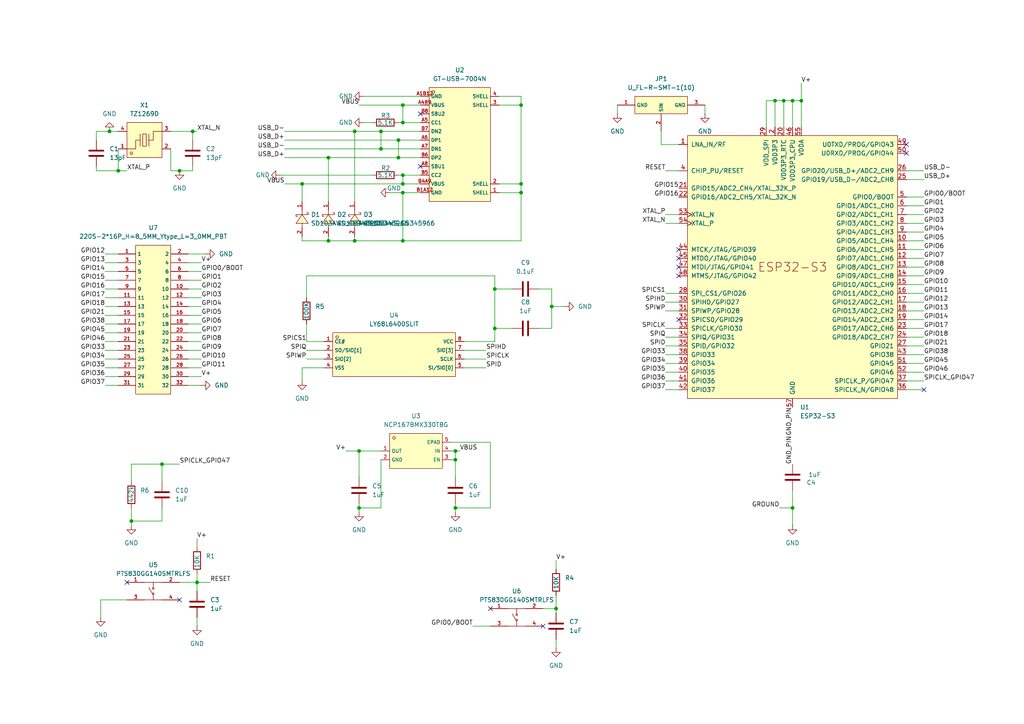
<source format=kicad_sch>
(kicad_sch
	(version 20231120)
	(generator "eeschema")
	(generator_version "8.0")
	(uuid "8b757878-fa01-4873-9fb8-a8a3459e5aea")
	(paper "A4")
	(title_block
		(title "ENGR342 PCB Design")
	)
	(lib_symbols
		(symbol "Device:C"
			(pin_numbers hide)
			(pin_names
				(offset 0.254)
			)
			(exclude_from_sim no)
			(in_bom yes)
			(on_board yes)
			(property "Reference" "C"
				(at 0.635 2.54 0)
				(effects
					(font
						(size 1.27 1.27)
					)
					(justify left)
				)
			)
			(property "Value" "C"
				(at 0.635 -2.54 0)
				(effects
					(font
						(size 1.27 1.27)
					)
					(justify left)
				)
			)
			(property "Footprint" ""
				(at 0.9652 -3.81 0)
				(effects
					(font
						(size 1.27 1.27)
					)
					(hide yes)
				)
			)
			(property "Datasheet" "~"
				(at 0 0 0)
				(effects
					(font
						(size 1.27 1.27)
					)
					(hide yes)
				)
			)
			(property "Description" "Unpolarized capacitor"
				(at 0 0 0)
				(effects
					(font
						(size 1.27 1.27)
					)
					(hide yes)
				)
			)
			(property "ki_keywords" "cap capacitor"
				(at 0 0 0)
				(effects
					(font
						(size 1.27 1.27)
					)
					(hide yes)
				)
			)
			(property "ki_fp_filters" "C_*"
				(at 0 0 0)
				(effects
					(font
						(size 1.27 1.27)
					)
					(hide yes)
				)
			)
			(symbol "C_0_1"
				(polyline
					(pts
						(xy -2.032 -0.762) (xy 2.032 -0.762)
					)
					(stroke
						(width 0.508)
						(type default)
					)
					(fill
						(type none)
					)
				)
				(polyline
					(pts
						(xy -2.032 0.762) (xy 2.032 0.762)
					)
					(stroke
						(width 0.508)
						(type default)
					)
					(fill
						(type none)
					)
				)
			)
			(symbol "C_1_1"
				(pin passive line
					(at 0 3.81 270)
					(length 2.794)
					(name "~"
						(effects
							(font
								(size 1.27 1.27)
							)
						)
					)
					(number "1"
						(effects
							(font
								(size 1.27 1.27)
							)
						)
					)
				)
				(pin passive line
					(at 0 -3.81 90)
					(length 2.794)
					(name "~"
						(effects
							(font
								(size 1.27 1.27)
							)
						)
					)
					(number "2"
						(effects
							(font
								(size 1.27 1.27)
							)
						)
					)
				)
			)
		)
		(symbol "Device:R"
			(pin_numbers hide)
			(pin_names
				(offset 0)
			)
			(exclude_from_sim no)
			(in_bom yes)
			(on_board yes)
			(property "Reference" "R"
				(at 2.032 0 90)
				(effects
					(font
						(size 1.27 1.27)
					)
				)
			)
			(property "Value" "R"
				(at 0 0 90)
				(effects
					(font
						(size 1.27 1.27)
					)
				)
			)
			(property "Footprint" ""
				(at -1.778 0 90)
				(effects
					(font
						(size 1.27 1.27)
					)
					(hide yes)
				)
			)
			(property "Datasheet" "~"
				(at 0 0 0)
				(effects
					(font
						(size 1.27 1.27)
					)
					(hide yes)
				)
			)
			(property "Description" "Resistor"
				(at 0 0 0)
				(effects
					(font
						(size 1.27 1.27)
					)
					(hide yes)
				)
			)
			(property "ki_keywords" "R res resistor"
				(at 0 0 0)
				(effects
					(font
						(size 1.27 1.27)
					)
					(hide yes)
				)
			)
			(property "ki_fp_filters" "R_*"
				(at 0 0 0)
				(effects
					(font
						(size 1.27 1.27)
					)
					(hide yes)
				)
			)
			(symbol "R_0_1"
				(rectangle
					(start -1.016 -2.54)
					(end 1.016 2.54)
					(stroke
						(width 0.254)
						(type default)
					)
					(fill
						(type none)
					)
				)
			)
			(symbol "R_1_1"
				(pin passive line
					(at 0 3.81 270)
					(length 1.27)
					(name "~"
						(effects
							(font
								(size 1.27 1.27)
							)
						)
					)
					(number "1"
						(effects
							(font
								(size 1.27 1.27)
							)
						)
					)
				)
				(pin passive line
					(at 0 -3.81 90)
					(length 1.27)
					(name "~"
						(effects
							(font
								(size 1.27 1.27)
							)
						)
					)
					(number "2"
						(effects
							(font
								(size 1.27 1.27)
							)
						)
					)
				)
			)
		)
		(symbol "LC:220S-2*16P_H=8_5MM_Ytype_L=3_0MM_PBT"
			(exclude_from_sim no)
			(in_bom yes)
			(on_board yes)
			(property "Reference" "U"
				(at 0 1.27 0)
				(effects
					(font
						(size 1.27 1.27)
					)
				)
			)
			(property "Value" "220S-2*16P_H=8_5MM_Ytype_L=3_0MM_PBT"
				(at 0 -2.54 0)
				(effects
					(font
						(size 1.27 1.27)
					)
				)
			)
			(property "Footprint" "jlc:HDR-TH_32P-P2.54-V-F-R2-C16-S2.54"
				(at 0 -10.16 0)
				(effects
					(font
						(size 1.27 1.27)
						(italic yes)
					)
					(hide yes)
				)
			)
			(property "Datasheet" "https://item.szlcsc.com/2776437.html?ref=editor&logined=true"
				(at -2.286 0.127 0)
				(effects
					(font
						(size 1.27 1.27)
					)
					(justify left)
					(hide yes)
				)
			)
			(property "Description" ""
				(at 0 0 0)
				(effects
					(font
						(size 1.27 1.27)
					)
					(hide yes)
				)
			)
			(property "LCSC" "C115248"
				(at 0 0 0)
				(effects
					(font
						(size 1.27 1.27)
					)
					(hide yes)
				)
			)
			(property "ki_keywords" "C115248"
				(at 0 0 0)
				(effects
					(font
						(size 1.27 1.27)
					)
					(hide yes)
				)
			)
			(symbol "220S-2*16P_H=8_5MM_Ytype_L=3_0MM_PBT_0_1"
				(rectangle
					(start -5.08 21.59)
					(end 5.08 -21.59)
					(stroke
						(width 0)
						(type default)
					)
					(fill
						(type background)
					)
				)
				(pin unspecified line
					(at -10.16 19.05 0)
					(length 5.08)
					(name "1"
						(effects
							(font
								(size 1 1)
							)
						)
					)
					(number "1"
						(effects
							(font
								(size 1 1)
							)
						)
					)
				)
				(pin unspecified line
					(at 10.16 8.89 180)
					(length 5.08)
					(name "10"
						(effects
							(font
								(size 1 1)
							)
						)
					)
					(number "10"
						(effects
							(font
								(size 1 1)
							)
						)
					)
				)
				(pin unspecified line
					(at -10.16 6.35 0)
					(length 5.08)
					(name "11"
						(effects
							(font
								(size 1 1)
							)
						)
					)
					(number "11"
						(effects
							(font
								(size 1 1)
							)
						)
					)
				)
				(pin unspecified line
					(at 10.16 6.35 180)
					(length 5.08)
					(name "12"
						(effects
							(font
								(size 1 1)
							)
						)
					)
					(number "12"
						(effects
							(font
								(size 1 1)
							)
						)
					)
				)
				(pin unspecified line
					(at -10.16 3.81 0)
					(length 5.08)
					(name "13"
						(effects
							(font
								(size 1 1)
							)
						)
					)
					(number "13"
						(effects
							(font
								(size 1 1)
							)
						)
					)
				)
				(pin unspecified line
					(at 10.16 3.81 180)
					(length 5.08)
					(name "14"
						(effects
							(font
								(size 1 1)
							)
						)
					)
					(number "14"
						(effects
							(font
								(size 1 1)
							)
						)
					)
				)
				(pin unspecified line
					(at -10.16 1.27 0)
					(length 5.08)
					(name "15"
						(effects
							(font
								(size 1 1)
							)
						)
					)
					(number "15"
						(effects
							(font
								(size 1 1)
							)
						)
					)
				)
				(pin unspecified line
					(at 10.16 1.27 180)
					(length 5.08)
					(name "16"
						(effects
							(font
								(size 1 1)
							)
						)
					)
					(number "16"
						(effects
							(font
								(size 1 1)
							)
						)
					)
				)
				(pin unspecified line
					(at -10.16 -1.27 0)
					(length 5.08)
					(name "17"
						(effects
							(font
								(size 1 1)
							)
						)
					)
					(number "17"
						(effects
							(font
								(size 1 1)
							)
						)
					)
				)
				(pin unspecified line
					(at 10.16 -1.27 180)
					(length 5.08)
					(name "18"
						(effects
							(font
								(size 1 1)
							)
						)
					)
					(number "18"
						(effects
							(font
								(size 1 1)
							)
						)
					)
				)
				(pin unspecified line
					(at -10.16 -3.81 0)
					(length 5.08)
					(name "19"
						(effects
							(font
								(size 1 1)
							)
						)
					)
					(number "19"
						(effects
							(font
								(size 1 1)
							)
						)
					)
				)
				(pin unspecified line
					(at 10.16 19.05 180)
					(length 5.08)
					(name "2"
						(effects
							(font
								(size 1 1)
							)
						)
					)
					(number "2"
						(effects
							(font
								(size 1 1)
							)
						)
					)
				)
				(pin unspecified line
					(at 10.16 -3.81 180)
					(length 5.08)
					(name "20"
						(effects
							(font
								(size 1 1)
							)
						)
					)
					(number "20"
						(effects
							(font
								(size 1 1)
							)
						)
					)
				)
				(pin unspecified line
					(at -10.16 -6.35 0)
					(length 5.08)
					(name "21"
						(effects
							(font
								(size 1 1)
							)
						)
					)
					(number "21"
						(effects
							(font
								(size 1 1)
							)
						)
					)
				)
				(pin unspecified line
					(at 10.16 -6.35 180)
					(length 5.08)
					(name "22"
						(effects
							(font
								(size 1 1)
							)
						)
					)
					(number "22"
						(effects
							(font
								(size 1 1)
							)
						)
					)
				)
				(pin unspecified line
					(at -10.16 -8.89 0)
					(length 5.08)
					(name "23"
						(effects
							(font
								(size 1 1)
							)
						)
					)
					(number "23"
						(effects
							(font
								(size 1 1)
							)
						)
					)
				)
				(pin unspecified line
					(at 10.16 -8.89 180)
					(length 5.08)
					(name "24"
						(effects
							(font
								(size 1 1)
							)
						)
					)
					(number "24"
						(effects
							(font
								(size 1 1)
							)
						)
					)
				)
				(pin unspecified line
					(at -10.16 -11.43 0)
					(length 5.08)
					(name "25"
						(effects
							(font
								(size 1 1)
							)
						)
					)
					(number "25"
						(effects
							(font
								(size 1 1)
							)
						)
					)
				)
				(pin unspecified line
					(at 10.16 -11.43 180)
					(length 5.08)
					(name "26"
						(effects
							(font
								(size 1 1)
							)
						)
					)
					(number "26"
						(effects
							(font
								(size 1 1)
							)
						)
					)
				)
				(pin unspecified line
					(at -10.16 -13.97 0)
					(length 5.08)
					(name "27"
						(effects
							(font
								(size 1 1)
							)
						)
					)
					(number "27"
						(effects
							(font
								(size 1 1)
							)
						)
					)
				)
				(pin unspecified line
					(at 10.16 -13.97 180)
					(length 5.08)
					(name "28"
						(effects
							(font
								(size 1 1)
							)
						)
					)
					(number "28"
						(effects
							(font
								(size 1 1)
							)
						)
					)
				)
				(pin unspecified line
					(at -10.16 -16.51 0)
					(length 5.08)
					(name "29"
						(effects
							(font
								(size 1 1)
							)
						)
					)
					(number "29"
						(effects
							(font
								(size 1 1)
							)
						)
					)
				)
				(pin unspecified line
					(at -10.16 16.51 0)
					(length 5.08)
					(name "3"
						(effects
							(font
								(size 1 1)
							)
						)
					)
					(number "3"
						(effects
							(font
								(size 1 1)
							)
						)
					)
				)
				(pin unspecified line
					(at 10.16 -16.51 180)
					(length 5.08)
					(name "30"
						(effects
							(font
								(size 1 1)
							)
						)
					)
					(number "30"
						(effects
							(font
								(size 1 1)
							)
						)
					)
				)
				(pin unspecified line
					(at -10.16 -19.05 0)
					(length 5.08)
					(name "31"
						(effects
							(font
								(size 1 1)
							)
						)
					)
					(number "31"
						(effects
							(font
								(size 1 1)
							)
						)
					)
				)
				(pin unspecified line
					(at 10.16 -19.05 180)
					(length 5.08)
					(name "32"
						(effects
							(font
								(size 1 1)
							)
						)
					)
					(number "32"
						(effects
							(font
								(size 1 1)
							)
						)
					)
				)
				(pin unspecified line
					(at 10.16 16.51 180)
					(length 5.08)
					(name "4"
						(effects
							(font
								(size 1 1)
							)
						)
					)
					(number "4"
						(effects
							(font
								(size 1 1)
							)
						)
					)
				)
				(pin unspecified line
					(at -10.16 13.97 0)
					(length 5.08)
					(name "5"
						(effects
							(font
								(size 1 1)
							)
						)
					)
					(number "5"
						(effects
							(font
								(size 1 1)
							)
						)
					)
				)
				(pin unspecified line
					(at 10.16 13.97 180)
					(length 5.08)
					(name "6"
						(effects
							(font
								(size 1 1)
							)
						)
					)
					(number "6"
						(effects
							(font
								(size 1 1)
							)
						)
					)
				)
				(pin unspecified line
					(at -10.16 11.43 0)
					(length 5.08)
					(name "7"
						(effects
							(font
								(size 1 1)
							)
						)
					)
					(number "7"
						(effects
							(font
								(size 1 1)
							)
						)
					)
				)
				(pin unspecified line
					(at 10.16 11.43 180)
					(length 5.08)
					(name "8"
						(effects
							(font
								(size 1 1)
							)
						)
					)
					(number "8"
						(effects
							(font
								(size 1 1)
							)
						)
					)
				)
				(pin unspecified line
					(at -10.16 8.89 0)
					(length 5.08)
					(name "9"
						(effects
							(font
								(size 1 1)
							)
						)
					)
					(number "9"
						(effects
							(font
								(size 1 1)
							)
						)
					)
				)
			)
		)
		(symbol "PCM_Espressif:ESP32-S3"
			(pin_names
				(offset 1.016)
			)
			(exclude_from_sim no)
			(in_bom yes)
			(on_board yes)
			(property "Reference" "U"
				(at -30.48 43.18 0)
				(effects
					(font
						(size 1.27 1.27)
					)
					(justify left)
				)
			)
			(property "Value" "ESP32-S3"
				(at -30.48 40.64 0)
				(effects
					(font
						(size 1.27 1.27)
					)
					(justify left)
				)
			)
			(property "Footprint" "Package_DFN_QFN:QFN-56-1EP_7x7mm_P0.4mm_EP5.6x5.6mm"
				(at 0 -48.26 0)
				(effects
					(font
						(size 1.27 1.27)
					)
					(hide yes)
				)
			)
			(property "Datasheet" "https://www.espressif.com/sites/default/files/documentation/esp32-s3_datasheet_en.pdf"
				(at 0 -50.8 0)
				(effects
					(font
						(size 1.27 1.27)
					)
					(hide yes)
				)
			)
			(property "Description" "ESP32-S3 is a low-power MCU-based system-on-chip (SoC) that supports 2.4 GHz Wi-Fi and Bluetooth® Low Energy (Bluetooth LE). It consists of high-performance dual-core microprocessor (Xtensa® 32-bit LX7), a low power coprocessor, a Wi-Fi baseband, a Bluetooth LE baseband, RF module, and peripherals."
				(at 0 0 0)
				(effects
					(font
						(size 1.27 1.27)
					)
					(hide yes)
				)
			)
			(symbol "ESP32-S3_0_0"
				(text "ESP32-S3"
					(at 0 0 0)
					(effects
						(font
							(size 2.54 2.54)
						)
					)
				)
				(pin bidirectional line
					(at 33.02 -35.56 180)
					(length 2.54)
					(name "SPICLK_N/GPIO48"
						(effects
							(font
								(size 1.27 1.27)
							)
						)
					)
					(number "36"
						(effects
							(font
								(size 1.27 1.27)
							)
						)
					)
				)
				(pin bidirectional line
					(at 33.02 -33.02 180)
					(length 2.54)
					(name "SPICLK_P/GPIO47"
						(effects
							(font
								(size 1.27 1.27)
							)
						)
					)
					(number "37"
						(effects
							(font
								(size 1.27 1.27)
							)
						)
					)
				)
			)
			(symbol "ESP32-S3_0_1"
				(rectangle
					(start -30.48 38.1)
					(end 30.48 -38.1)
					(stroke
						(width 0)
						(type default)
					)
					(fill
						(type background)
					)
				)
			)
			(symbol "ESP32-S3_1_1"
				(pin bidirectional line
					(at -33.02 35.56 0)
					(length 2.54)
					(name "LNA_IN/RF"
						(effects
							(font
								(size 1.27 1.27)
							)
						)
					)
					(number "1"
						(effects
							(font
								(size 1.27 1.27)
							)
						)
					)
				)
				(pin bidirectional line
					(at 33.02 7.62 180)
					(length 2.54)
					(name "GPIO5/ADC1_CH4"
						(effects
							(font
								(size 1.27 1.27)
							)
						)
					)
					(number "10"
						(effects
							(font
								(size 1.27 1.27)
							)
						)
					)
				)
				(pin bidirectional line
					(at 33.02 5.08 180)
					(length 2.54)
					(name "GPIO6/ADC1_CH5"
						(effects
							(font
								(size 1.27 1.27)
							)
						)
					)
					(number "11"
						(effects
							(font
								(size 1.27 1.27)
							)
						)
					)
				)
				(pin bidirectional line
					(at 33.02 2.54 180)
					(length 2.54)
					(name "GPIO7/ADC1_CH6"
						(effects
							(font
								(size 1.27 1.27)
							)
						)
					)
					(number "12"
						(effects
							(font
								(size 1.27 1.27)
							)
						)
					)
				)
				(pin bidirectional line
					(at 33.02 0 180)
					(length 2.54)
					(name "GPIO8/ADC1_CH7"
						(effects
							(font
								(size 1.27 1.27)
							)
						)
					)
					(number "13"
						(effects
							(font
								(size 1.27 1.27)
							)
						)
					)
				)
				(pin bidirectional line
					(at 33.02 -2.54 180)
					(length 2.54)
					(name "GPIO9/ADC1_CH8"
						(effects
							(font
								(size 1.27 1.27)
							)
						)
					)
					(number "14"
						(effects
							(font
								(size 1.27 1.27)
							)
						)
					)
				)
				(pin bidirectional line
					(at 33.02 -5.08 180)
					(length 2.54)
					(name "GPIO10/ADC1_CH9"
						(effects
							(font
								(size 1.27 1.27)
							)
						)
					)
					(number "15"
						(effects
							(font
								(size 1.27 1.27)
							)
						)
					)
				)
				(pin bidirectional line
					(at 33.02 -7.62 180)
					(length 2.54)
					(name "GPIO11/ADC2_CH0"
						(effects
							(font
								(size 1.27 1.27)
							)
						)
					)
					(number "16"
						(effects
							(font
								(size 1.27 1.27)
							)
						)
					)
				)
				(pin bidirectional line
					(at 33.02 -10.16 180)
					(length 2.54)
					(name "GPIO12/ADC2_CH1"
						(effects
							(font
								(size 1.27 1.27)
							)
						)
					)
					(number "17"
						(effects
							(font
								(size 1.27 1.27)
							)
						)
					)
				)
				(pin bidirectional line
					(at 33.02 -12.7 180)
					(length 2.54)
					(name "GPIO13/ADC2_CH2"
						(effects
							(font
								(size 1.27 1.27)
							)
						)
					)
					(number "18"
						(effects
							(font
								(size 1.27 1.27)
							)
						)
					)
				)
				(pin bidirectional line
					(at 33.02 -15.24 180)
					(length 2.54)
					(name "GPIO14/ADC2_CH3"
						(effects
							(font
								(size 1.27 1.27)
							)
						)
					)
					(number "19"
						(effects
							(font
								(size 1.27 1.27)
							)
						)
					)
				)
				(pin power_in line
					(at -5.08 40.64 270)
					(length 2.54)
					(name "VDD3P3"
						(effects
							(font
								(size 1.27 1.27)
							)
						)
					)
					(number "2"
						(effects
							(font
								(size 1.27 1.27)
							)
						)
					)
				)
				(pin power_in line
					(at -2.54 40.64 270)
					(length 2.54)
					(name "VDD3P3_RTC"
						(effects
							(font
								(size 1.27 1.27)
							)
						)
					)
					(number "20"
						(effects
							(font
								(size 1.27 1.27)
							)
						)
					)
				)
				(pin bidirectional line
					(at -33.02 22.86 0)
					(length 2.54)
					(name "GPIO15/ADC2_CH4/XTAL_32K_P"
						(effects
							(font
								(size 1.27 1.27)
							)
						)
					)
					(number "21"
						(effects
							(font
								(size 1.27 1.27)
							)
						)
					)
				)
				(pin bidirectional line
					(at -33.02 20.32 0)
					(length 2.54)
					(name "GPIO16/ADC2_CH5/XTAL_32K_N"
						(effects
							(font
								(size 1.27 1.27)
							)
						)
					)
					(number "22"
						(effects
							(font
								(size 1.27 1.27)
							)
						)
					)
				)
				(pin bidirectional line
					(at 33.02 -17.78 180)
					(length 2.54)
					(name "GPIO17/ADC2_CH6"
						(effects
							(font
								(size 1.27 1.27)
							)
						)
					)
					(number "23"
						(effects
							(font
								(size 1.27 1.27)
							)
						)
					)
				)
				(pin bidirectional line
					(at 33.02 -20.32 180)
					(length 2.54)
					(name "GPIO18/ADC2_CH7"
						(effects
							(font
								(size 1.27 1.27)
							)
						)
					)
					(number "24"
						(effects
							(font
								(size 1.27 1.27)
							)
						)
					)
				)
				(pin bidirectional line
					(at 33.02 25.4 180)
					(length 2.54)
					(name "GPIO19/USB_D-/ADC2_CH8"
						(effects
							(font
								(size 1.27 1.27)
							)
						)
					)
					(number "25"
						(effects
							(font
								(size 1.27 1.27)
							)
						)
					)
				)
				(pin bidirectional line
					(at 33.02 27.94 180)
					(length 2.54)
					(name "GPIO20/USB_D+/ADC2_CH9"
						(effects
							(font
								(size 1.27 1.27)
							)
						)
					)
					(number "26"
						(effects
							(font
								(size 1.27 1.27)
							)
						)
					)
				)
				(pin bidirectional line
					(at 33.02 -22.86 180)
					(length 2.54)
					(name "GPIO21"
						(effects
							(font
								(size 1.27 1.27)
							)
						)
					)
					(number "27"
						(effects
							(font
								(size 1.27 1.27)
							)
						)
					)
				)
				(pin bidirectional line
					(at -33.02 -7.62 0)
					(length 2.54)
					(name "SPI_CS1/GPIO26"
						(effects
							(font
								(size 1.27 1.27)
							)
						)
					)
					(number "28"
						(effects
							(font
								(size 1.27 1.27)
							)
						)
					)
				)
				(pin power_out line
					(at -7.62 40.64 270)
					(length 2.54)
					(name "VDD_SPI"
						(effects
							(font
								(size 1.27 1.27)
							)
						)
					)
					(number "29"
						(effects
							(font
								(size 1.27 1.27)
							)
						)
					)
				)
				(pin power_in line
					(at -5.08 40.64 270)
					(length 2.54) hide
					(name "VDD3P3"
						(effects
							(font
								(size 1.27 1.27)
							)
						)
					)
					(number "3"
						(effects
							(font
								(size 1.27 1.27)
							)
						)
					)
				)
				(pin bidirectional line
					(at -33.02 -10.16 0)
					(length 2.54)
					(name "SPIHD/GPIO27"
						(effects
							(font
								(size 1.27 1.27)
							)
						)
					)
					(number "30"
						(effects
							(font
								(size 1.27 1.27)
							)
						)
					)
				)
				(pin bidirectional line
					(at -33.02 -12.7 0)
					(length 2.54)
					(name "SPIWP/GPIO28"
						(effects
							(font
								(size 1.27 1.27)
							)
						)
					)
					(number "31"
						(effects
							(font
								(size 1.27 1.27)
							)
						)
					)
				)
				(pin bidirectional line
					(at -33.02 -15.24 0)
					(length 2.54)
					(name "SPICS0/GPIO29"
						(effects
							(font
								(size 1.27 1.27)
							)
						)
					)
					(number "32"
						(effects
							(font
								(size 1.27 1.27)
							)
						)
					)
				)
				(pin bidirectional line
					(at -33.02 -17.78 0)
					(length 2.54)
					(name "SPICLK/GPIO30"
						(effects
							(font
								(size 1.27 1.27)
							)
						)
					)
					(number "33"
						(effects
							(font
								(size 1.27 1.27)
							)
						)
					)
				)
				(pin bidirectional line
					(at -33.02 -20.32 0)
					(length 2.54)
					(name "SPIQ/GPIO31"
						(effects
							(font
								(size 1.27 1.27)
							)
						)
					)
					(number "34"
						(effects
							(font
								(size 1.27 1.27)
							)
						)
					)
				)
				(pin bidirectional line
					(at -33.02 -22.86 0)
					(length 2.54)
					(name "SPID/GPIO32"
						(effects
							(font
								(size 1.27 1.27)
							)
						)
					)
					(number "35"
						(effects
							(font
								(size 1.27 1.27)
							)
						)
					)
				)
				(pin bidirectional line
					(at -33.02 -25.4 0)
					(length 2.54)
					(name "GPIO33"
						(effects
							(font
								(size 1.27 1.27)
							)
						)
					)
					(number "38"
						(effects
							(font
								(size 1.27 1.27)
							)
						)
					)
				)
				(pin bidirectional line
					(at -33.02 -27.94 0)
					(length 2.54)
					(name "GPIO34"
						(effects
							(font
								(size 1.27 1.27)
							)
						)
					)
					(number "39"
						(effects
							(font
								(size 1.27 1.27)
							)
						)
					)
				)
				(pin input line
					(at -33.02 27.94 0)
					(length 2.54)
					(name "CHIP_PU/RESET"
						(effects
							(font
								(size 1.27 1.27)
							)
						)
					)
					(number "4"
						(effects
							(font
								(size 1.27 1.27)
							)
						)
					)
				)
				(pin bidirectional line
					(at -33.02 -30.48 0)
					(length 2.54)
					(name "GPIO35"
						(effects
							(font
								(size 1.27 1.27)
							)
						)
					)
					(number "40"
						(effects
							(font
								(size 1.27 1.27)
							)
						)
					)
				)
				(pin bidirectional line
					(at -33.02 -33.02 0)
					(length 2.54)
					(name "GPIO36"
						(effects
							(font
								(size 1.27 1.27)
							)
						)
					)
					(number "41"
						(effects
							(font
								(size 1.27 1.27)
							)
						)
					)
				)
				(pin bidirectional line
					(at -33.02 -35.56 0)
					(length 2.54)
					(name "GPIO37"
						(effects
							(font
								(size 1.27 1.27)
							)
						)
					)
					(number "42"
						(effects
							(font
								(size 1.27 1.27)
							)
						)
					)
				)
				(pin bidirectional line
					(at 33.02 -25.4 180)
					(length 2.54)
					(name "GPIO38"
						(effects
							(font
								(size 1.27 1.27)
							)
						)
					)
					(number "43"
						(effects
							(font
								(size 1.27 1.27)
							)
						)
					)
				)
				(pin bidirectional line
					(at -33.02 5.08 0)
					(length 2.54)
					(name "MTCK/JTAG/GPIO39"
						(effects
							(font
								(size 1.27 1.27)
							)
						)
					)
					(number "44"
						(effects
							(font
								(size 1.27 1.27)
							)
						)
					)
				)
				(pin bidirectional line
					(at -33.02 2.54 0)
					(length 2.54)
					(name "MTDO/JTAG/GPIO40"
						(effects
							(font
								(size 1.27 1.27)
							)
						)
					)
					(number "45"
						(effects
							(font
								(size 1.27 1.27)
							)
						)
					)
				)
				(pin power_in line
					(at 0 40.64 270)
					(length 2.54)
					(name "VDD3P3_CPU"
						(effects
							(font
								(size 1.27 1.27)
							)
						)
					)
					(number "46"
						(effects
							(font
								(size 1.27 1.27)
							)
						)
					)
				)
				(pin bidirectional line
					(at -33.02 0 0)
					(length 2.54)
					(name "MTDI/JTAG/GPIO41"
						(effects
							(font
								(size 1.27 1.27)
							)
						)
					)
					(number "47"
						(effects
							(font
								(size 1.27 1.27)
							)
						)
					)
				)
				(pin bidirectional line
					(at -33.02 -2.54 0)
					(length 2.54)
					(name "MTMS/JTAG/GPIO42"
						(effects
							(font
								(size 1.27 1.27)
							)
						)
					)
					(number "48"
						(effects
							(font
								(size 1.27 1.27)
							)
						)
					)
				)
				(pin bidirectional line
					(at 33.02 35.56 180)
					(length 2.54)
					(name "U0TXD/PROG/GPIO43"
						(effects
							(font
								(size 1.27 1.27)
							)
						)
					)
					(number "49"
						(effects
							(font
								(size 1.27 1.27)
							)
						)
					)
				)
				(pin bidirectional line
					(at 33.02 20.32 180)
					(length 2.54)
					(name "GPIO0/BOOT"
						(effects
							(font
								(size 1.27 1.27)
							)
						)
					)
					(number "5"
						(effects
							(font
								(size 1.27 1.27)
							)
						)
					)
				)
				(pin bidirectional line
					(at 33.02 33.02 180)
					(length 2.54)
					(name "U0RXD/PROG/GPIO44"
						(effects
							(font
								(size 1.27 1.27)
							)
						)
					)
					(number "50"
						(effects
							(font
								(size 1.27 1.27)
							)
						)
					)
				)
				(pin bidirectional line
					(at 33.02 -27.94 180)
					(length 2.54)
					(name "GPIO45"
						(effects
							(font
								(size 1.27 1.27)
							)
						)
					)
					(number "51"
						(effects
							(font
								(size 1.27 1.27)
							)
						)
					)
				)
				(pin bidirectional line
					(at 33.02 -30.48 180)
					(length 2.54)
					(name "GPIO46"
						(effects
							(font
								(size 1.27 1.27)
							)
						)
					)
					(number "52"
						(effects
							(font
								(size 1.27 1.27)
							)
						)
					)
				)
				(pin input clock
					(at -33.02 15.24 0)
					(length 2.54)
					(name "XTAL_N"
						(effects
							(font
								(size 1.27 1.27)
							)
						)
					)
					(number "53"
						(effects
							(font
								(size 1.27 1.27)
							)
						)
					)
				)
				(pin output clock
					(at -33.02 12.7 0)
					(length 2.54)
					(name "XTAL_P"
						(effects
							(font
								(size 1.27 1.27)
							)
						)
					)
					(number "54"
						(effects
							(font
								(size 1.27 1.27)
							)
						)
					)
				)
				(pin power_in line
					(at 2.54 40.64 270)
					(length 2.54)
					(name "VDDA"
						(effects
							(font
								(size 1.27 1.27)
							)
						)
					)
					(number "55"
						(effects
							(font
								(size 1.27 1.27)
							)
						)
					)
				)
				(pin passive line
					(at 2.54 40.64 270)
					(length 2.54) hide
					(name "VDDA"
						(effects
							(font
								(size 1.27 1.27)
							)
						)
					)
					(number "56"
						(effects
							(font
								(size 1.27 1.27)
							)
						)
					)
				)
				(pin power_in line
					(at 0 -40.64 90)
					(length 2.54)
					(name "GND"
						(effects
							(font
								(size 1.27 1.27)
							)
						)
					)
					(number "57"
						(effects
							(font
								(size 1.27 1.27)
							)
						)
					)
				)
				(pin bidirectional line
					(at 33.02 17.78 180)
					(length 2.54)
					(name "GPIO1/ADC1_CH0"
						(effects
							(font
								(size 1.27 1.27)
							)
						)
					)
					(number "6"
						(effects
							(font
								(size 1.27 1.27)
							)
						)
					)
				)
				(pin bidirectional line
					(at 33.02 15.24 180)
					(length 2.54)
					(name "GPIO2/ADC1_CH1"
						(effects
							(font
								(size 1.27 1.27)
							)
						)
					)
					(number "7"
						(effects
							(font
								(size 1.27 1.27)
							)
						)
					)
				)
				(pin bidirectional line
					(at 33.02 12.7 180)
					(length 2.54)
					(name "GPIO3/ADC1_CH2"
						(effects
							(font
								(size 1.27 1.27)
							)
						)
					)
					(number "8"
						(effects
							(font
								(size 1.27 1.27)
							)
						)
					)
				)
				(pin bidirectional line
					(at 33.02 10.16 180)
					(length 2.54)
					(name "GPIO4/ADC1_CH3"
						(effects
							(font
								(size 1.27 1.27)
							)
						)
					)
					(number "9"
						(effects
							(font
								(size 1.27 1.27)
							)
						)
					)
				)
			)
		)
		(symbol "jlc:GT-USB-7004N"
			(exclude_from_sim no)
			(in_bom yes)
			(on_board yes)
			(property "Reference" "U"
				(at 0 1.27 0)
				(effects
					(font
						(size 1.27 1.27)
					)
				)
			)
			(property "Value" "GT-USB-7004N"
				(at 0 -2.54 0)
				(effects
					(font
						(size 1.27 1.27)
					)
				)
			)
			(property "Footprint" "jlc:USB-C-SMD_GT-USB-7004"
				(at 0 -10.16 0)
				(effects
					(font
						(size 1.27 1.27)
						(italic yes)
					)
					(hide yes)
				)
			)
			(property "Datasheet" "https://atta.szlcsc.com/upload/public/pdf/source/20210507/C2686968_A2C7AC8037FA641926B2358B7DAFD325.pdf"
				(at -2.286 0.127 0)
				(effects
					(font
						(size 1.27 1.27)
					)
					(justify left)
					(hide yes)
				)
			)
			(property "Description" ""
				(at 0 0 0)
				(effects
					(font
						(size 1.27 1.27)
					)
					(hide yes)
				)
			)
			(property "LCSC" "C2848971"
				(at 0 0 0)
				(effects
					(font
						(size 1.27 1.27)
					)
					(hide yes)
				)
			)
			(property "ki_keywords" "C2848971"
				(at 0 0 0)
				(effects
					(font
						(size 1.27 1.27)
					)
					(hide yes)
				)
			)
			(symbol "GT-USB-7004N_0_1"
				(rectangle
					(start -10.16 17.78)
					(end 7.62 -15.24)
					(stroke
						(width 0)
						(type default)
					)
					(fill
						(type background)
					)
				)
				(circle
					(center -8.89 16.51)
					(radius 0.381)
					(stroke
						(width 0)
						(type default)
					)
					(fill
						(type background)
					)
				)
				(pin unspecified line
					(at 10.16 -12.7 180)
					(length 2.54)
					(name "SHELL"
						(effects
							(font
								(size 1 1)
							)
						)
					)
					(number "1"
						(effects
							(font
								(size 1 1)
							)
						)
					)
				)
				(pin unspecified line
					(at 10.16 -10.16 180)
					(length 2.54)
					(name "SHELL"
						(effects
							(font
								(size 1 1)
							)
						)
					)
					(number "2"
						(effects
							(font
								(size 1 1)
							)
						)
					)
				)
				(pin unspecified line
					(at 10.16 12.7 180)
					(length 2.54)
					(name "SHELL"
						(effects
							(font
								(size 1 1)
							)
						)
					)
					(number "3"
						(effects
							(font
								(size 1 1)
							)
						)
					)
				)
				(pin unspecified line
					(at 10.16 15.24 180)
					(length 2.54)
					(name "SHELL"
						(effects
							(font
								(size 1 1)
							)
						)
					)
					(number "4"
						(effects
							(font
								(size 1 1)
							)
						)
					)
				)
				(pin unspecified line
					(at -12.7 15.24 0)
					(length 2.54)
					(name "GND"
						(effects
							(font
								(size 1 1)
							)
						)
					)
					(number "A1B12"
						(effects
							(font
								(size 1 1)
							)
						)
					)
				)
				(pin unspecified line
					(at -12.7 12.7 0)
					(length 2.54)
					(name "VBUS"
						(effects
							(font
								(size 1 1)
							)
						)
					)
					(number "A4B9"
						(effects
							(font
								(size 1 1)
							)
						)
					)
				)
				(pin unspecified line
					(at -12.7 7.62 0)
					(length 2.54)
					(name "CC1"
						(effects
							(font
								(size 1 1)
							)
						)
					)
					(number "A5"
						(effects
							(font
								(size 1 1)
							)
						)
					)
				)
				(pin unspecified line
					(at -12.7 2.54 0)
					(length 2.54)
					(name "DP1"
						(effects
							(font
								(size 1 1)
							)
						)
					)
					(number "A6"
						(effects
							(font
								(size 1 1)
							)
						)
					)
				)
				(pin unspecified line
					(at -12.7 0 0)
					(length 2.54)
					(name "DN1"
						(effects
							(font
								(size 1 1)
							)
						)
					)
					(number "A7"
						(effects
							(font
								(size 1 1)
							)
						)
					)
				)
				(pin unspecified line
					(at -12.7 -5.08 0)
					(length 2.54)
					(name "SBU1"
						(effects
							(font
								(size 1 1)
							)
						)
					)
					(number "A8"
						(effects
							(font
								(size 1 1)
							)
						)
					)
				)
				(pin unspecified line
					(at -12.7 -12.7 0)
					(length 2.54)
					(name "GND"
						(effects
							(font
								(size 1 1)
							)
						)
					)
					(number "B1A12"
						(effects
							(font
								(size 1 1)
							)
						)
					)
				)
				(pin unspecified line
					(at -12.7 -10.16 0)
					(length 2.54)
					(name "VBUS"
						(effects
							(font
								(size 1 1)
							)
						)
					)
					(number "B4A9"
						(effects
							(font
								(size 1 1)
							)
						)
					)
				)
				(pin unspecified line
					(at -12.7 -7.62 0)
					(length 2.54)
					(name "CC2"
						(effects
							(font
								(size 1 1)
							)
						)
					)
					(number "B5"
						(effects
							(font
								(size 1 1)
							)
						)
					)
				)
				(pin unspecified line
					(at -12.7 -2.54 0)
					(length 2.54)
					(name "DP2"
						(effects
							(font
								(size 1 1)
							)
						)
					)
					(number "B6"
						(effects
							(font
								(size 1 1)
							)
						)
					)
				)
				(pin unspecified line
					(at -12.7 5.08 0)
					(length 2.54)
					(name "DN2"
						(effects
							(font
								(size 1 1)
							)
						)
					)
					(number "B7"
						(effects
							(font
								(size 1 1)
							)
						)
					)
				)
				(pin unspecified line
					(at -12.7 10.16 0)
					(length 2.54)
					(name "SBU2"
						(effects
							(font
								(size 1 1)
							)
						)
					)
					(number "B8"
						(effects
							(font
								(size 1 1)
							)
						)
					)
				)
			)
		)
		(symbol "jlc:LY68L6400SLIT"
			(exclude_from_sim no)
			(in_bom yes)
			(on_board yes)
			(property "Reference" "U"
				(at 0 1.27 0)
				(effects
					(font
						(size 1.27 1.27)
					)
				)
			)
			(property "Value" "LY68L6400SLIT"
				(at 0 -2.54 0)
				(effects
					(font
						(size 1.27 1.27)
					)
				)
			)
			(property "Footprint" "jlc:SOP-8_L4.9-W3.9-P1.27-LS6.0-BL"
				(at 0 -10.16 0)
				(effects
					(font
						(size 1.27 1.27)
						(italic yes)
					)
					(hide yes)
				)
			)
			(property "Datasheet" "https://item.szlcsc.com/383602.html"
				(at -2.286 0.127 0)
				(effects
					(font
						(size 1.27 1.27)
					)
					(justify left)
					(hide yes)
				)
			)
			(property "Description" ""
				(at 0 0 0)
				(effects
					(font
						(size 1.27 1.27)
					)
					(hide yes)
				)
			)
			(property "LCSC" "C261881"
				(at 0 0 0)
				(effects
					(font
						(size 1.27 1.27)
					)
					(hide yes)
				)
			)
			(property "ki_keywords" "C261881"
				(at 0 0 0)
				(effects
					(font
						(size 1.27 1.27)
					)
					(hide yes)
				)
			)
			(symbol "LY68L6400SLIT_0_1"
				(rectangle
					(start -17.78 5.08)
					(end 17.78 -7.62)
					(stroke
						(width 0)
						(type default)
					)
					(fill
						(type background)
					)
				)
				(circle
					(center -16.51 3.81)
					(radius 0.381)
					(stroke
						(width 0)
						(type default)
					)
					(fill
						(type background)
					)
				)
				(pin unspecified line
					(at -20.32 2.54 0)
					(length 2.54)
					(name "CE#"
						(effects
							(font
								(size 1 1)
							)
						)
					)
					(number "1"
						(effects
							(font
								(size 1 1)
							)
						)
					)
				)
				(pin unspecified line
					(at -20.32 0 0)
					(length 2.54)
					(name "SO/SIO[1]"
						(effects
							(font
								(size 1 1)
							)
						)
					)
					(number "2"
						(effects
							(font
								(size 1 1)
							)
						)
					)
				)
				(pin unspecified line
					(at -20.32 -2.54 0)
					(length 2.54)
					(name "SIO[2]"
						(effects
							(font
								(size 1 1)
							)
						)
					)
					(number "3"
						(effects
							(font
								(size 1 1)
							)
						)
					)
				)
				(pin unspecified line
					(at -20.32 -5.08 0)
					(length 2.54)
					(name "VSS"
						(effects
							(font
								(size 1 1)
							)
						)
					)
					(number "4"
						(effects
							(font
								(size 1 1)
							)
						)
					)
				)
				(pin unspecified line
					(at 20.32 -5.08 180)
					(length 2.54)
					(name "SI/SIO[0]"
						(effects
							(font
								(size 1 1)
							)
						)
					)
					(number "5"
						(effects
							(font
								(size 1 1)
							)
						)
					)
				)
				(pin unspecified line
					(at 20.32 -2.54 180)
					(length 2.54)
					(name "SCLK"
						(effects
							(font
								(size 1 1)
							)
						)
					)
					(number "6"
						(effects
							(font
								(size 1 1)
							)
						)
					)
				)
				(pin unspecified line
					(at 20.32 0 180)
					(length 2.54)
					(name "SIO[3]"
						(effects
							(font
								(size 1 1)
							)
						)
					)
					(number "7"
						(effects
							(font
								(size 1 1)
							)
						)
					)
				)
				(pin unspecified line
					(at 20.32 2.54 180)
					(length 2.54)
					(name "VCC"
						(effects
							(font
								(size 1 1)
							)
						)
					)
					(number "8"
						(effects
							(font
								(size 1 1)
							)
						)
					)
				)
			)
		)
		(symbol "jlc:NCP167BMX330TBG"
			(exclude_from_sim no)
			(in_bom yes)
			(on_board yes)
			(property "Reference" "U"
				(at 0 1.27 0)
				(effects
					(font
						(size 1.27 1.27)
					)
				)
			)
			(property "Value" "NCP167BMX330TBG"
				(at 0 -2.54 0)
				(effects
					(font
						(size 1.27 1.27)
					)
				)
			)
			(property "Footprint" "jlc:XDFN-4_L1.0-W1.0-P0.65-BL-EP"
				(at 0 -10.16 0)
				(effects
					(font
						(size 1.27 1.27)
						(italic yes)
					)
					(hide yes)
				)
			)
			(property "Datasheet" "https://item.szlcsc.com/196276.html"
				(at -2.286 0.127 0)
				(effects
					(font
						(size 1.27 1.27)
					)
					(justify left)
					(hide yes)
				)
			)
			(property "Description" ""
				(at 0 0 0)
				(effects
					(font
						(size 1.27 1.27)
					)
					(hide yes)
				)
			)
			(property "LCSC" "C892227"
				(at 0 0 0)
				(effects
					(font
						(size 1.27 1.27)
					)
					(hide yes)
				)
			)
			(property "ki_keywords" "C892227"
				(at 0 0 0)
				(effects
					(font
						(size 1.27 1.27)
					)
					(hide yes)
				)
			)
			(symbol "NCP167BMX330TBG_0_1"
				(rectangle
					(start -7.62 5.08)
					(end 7.62 -5.08)
					(stroke
						(width 0)
						(type default)
					)
					(fill
						(type background)
					)
				)
				(circle
					(center -6.35 3.81)
					(radius 0.381)
					(stroke
						(width 0)
						(type default)
					)
					(fill
						(type background)
					)
				)
				(pin unspecified line
					(at -10.16 0 0)
					(length 2.54)
					(name "OUT"
						(effects
							(font
								(size 1 1)
							)
						)
					)
					(number "1"
						(effects
							(font
								(size 1 1)
							)
						)
					)
				)
				(pin unspecified line
					(at -10.16 -2.54 0)
					(length 2.54)
					(name "GND"
						(effects
							(font
								(size 1 1)
							)
						)
					)
					(number "2"
						(effects
							(font
								(size 1 1)
							)
						)
					)
				)
				(pin unspecified line
					(at 10.16 -2.54 180)
					(length 2.54)
					(name "EN"
						(effects
							(font
								(size 1 1)
							)
						)
					)
					(number "3"
						(effects
							(font
								(size 1 1)
							)
						)
					)
				)
				(pin unspecified line
					(at 10.16 0 180)
					(length 2.54)
					(name "IN"
						(effects
							(font
								(size 1 1)
							)
						)
					)
					(number "4"
						(effects
							(font
								(size 1 1)
							)
						)
					)
				)
				(pin unspecified line
					(at 10.16 2.54 180)
					(length 2.54)
					(name "EPAD"
						(effects
							(font
								(size 1 1)
							)
						)
					)
					(number "5"
						(effects
							(font
								(size 1 1)
							)
						)
					)
				)
			)
		)
		(symbol "jlc:PTS830GG140SMTRLFS"
			(pin_names hide)
			(exclude_from_sim no)
			(in_bom yes)
			(on_board yes)
			(property "Reference" "U"
				(at 0 1.27 0)
				(effects
					(font
						(size 1.27 1.27)
					)
				)
			)
			(property "Value" "PTS830GG140SMTRLFS"
				(at 0 -2.54 0)
				(effects
					(font
						(size 1.27 1.27)
					)
				)
			)
			(property "Footprint" "jlc:KEY-SMD_4P-L3.1-W2.6_PTS830GG140SMTRLFS"
				(at 0 -10.16 0)
				(effects
					(font
						(size 1.27 1.27)
						(italic yes)
					)
					(hide yes)
				)
			)
			(property "Datasheet" "https://atta.szlcsc.com/upload/public/pdf/source/20220328/BDDB210D3ABA2FDDFE99547E02ACE199.pdf"
				(at -2.286 0.127 0)
				(effects
					(font
						(size 1.27 1.27)
					)
					(justify left)
					(hide yes)
				)
			)
			(property "Description" ""
				(at 0 0 0)
				(effects
					(font
						(size 1.27 1.27)
					)
					(hide yes)
				)
			)
			(property "LCSC" "C221902"
				(at 0 0 0)
				(effects
					(font
						(size 1.27 1.27)
					)
					(hide yes)
				)
			)
			(property "ki_keywords" "C221902"
				(at 0 0 0)
				(effects
					(font
						(size 1.27 1.27)
					)
					(hide yes)
				)
			)
			(symbol "PTS830GG140SMTRLFS_0_1"
				(circle
					(center 0 -0.762)
					(radius 0.254)
					(stroke
						(width 0)
						(type default)
					)
					(fill
						(type background)
					)
				)
				(polyline
					(pts
						(xy -2.54 -2.54) (xy 2.54 -2.54)
					)
					(stroke
						(width 0)
						(type default)
					)
					(fill
						(type none)
					)
				)
				(polyline
					(pts
						(xy -2.54 2.54) (xy 2.54 2.54)
					)
					(stroke
						(width 0)
						(type default)
					)
					(fill
						(type none)
					)
				)
				(polyline
					(pts
						(xy -1.27 1.016) (xy -0.254 -0.762)
					)
					(stroke
						(width 0)
						(type default)
					)
					(fill
						(type none)
					)
				)
				(polyline
					(pts
						(xy 0 -2.54) (xy 0 -0.762)
					)
					(stroke
						(width 0)
						(type default)
					)
					(fill
						(type none)
					)
				)
				(polyline
					(pts
						(xy 0 1.524) (xy 0 0.762)
					)
					(stroke
						(width 0)
						(type default)
					)
					(fill
						(type none)
					)
				)
				(polyline
					(pts
						(xy 0 2.54) (xy 0 1.524)
					)
					(stroke
						(width 0)
						(type default)
					)
					(fill
						(type none)
					)
				)
				(circle
					(center 0 0.762)
					(radius 0.254)
					(stroke
						(width 0)
						(type default)
					)
					(fill
						(type background)
					)
				)
				(pin unspecified line
					(at -7.62 2.54 0)
					(length 5.08)
					(name "1"
						(effects
							(font
								(size 1 1)
							)
						)
					)
					(number "1"
						(effects
							(font
								(size 1 1)
							)
						)
					)
				)
				(pin unspecified line
					(at 7.62 2.54 180)
					(length 5.08)
					(name "2"
						(effects
							(font
								(size 1 1)
							)
						)
					)
					(number "2"
						(effects
							(font
								(size 1 1)
							)
						)
					)
				)
				(pin unspecified line
					(at -7.62 -2.54 0)
					(length 5.08)
					(name "3"
						(effects
							(font
								(size 1 1)
							)
						)
					)
					(number "3"
						(effects
							(font
								(size 1 1)
							)
						)
					)
				)
				(pin unspecified line
					(at 7.62 -2.54 180)
					(length 5.08)
					(name "4"
						(effects
							(font
								(size 1 1)
							)
						)
					)
					(number "4"
						(effects
							(font
								(size 1 1)
							)
						)
					)
				)
			)
		)
		(symbol "jlc:SD103AWS_C5345966"
			(pin_names hide)
			(exclude_from_sim no)
			(in_bom yes)
			(on_board yes)
			(property "Reference" "D"
				(at 0 1.27 0)
				(effects
					(font
						(size 1.27 1.27)
					)
				)
			)
			(property "Value" "SD103AWS_C5345966"
				(at 0 -2.54 0)
				(effects
					(font
						(size 1.27 1.27)
					)
				)
			)
			(property "Footprint" "jlc:SOD-323_L1.7-W1.3-LS2.5-RD"
				(at 0 -10.16 0)
				(effects
					(font
						(size 1.27 1.27)
						(italic yes)
					)
					(hide yes)
				)
			)
			(property "Datasheet" "https://img.jlc.com/pdf/applyPasteComponent/2021-04-20/390362A/6f25ed4711644192b46323c806fc55eb/1020-007045-BAP70-03.pdf"
				(at -2.286 0.127 0)
				(effects
					(font
						(size 1.27 1.27)
					)
					(justify left)
					(hide yes)
				)
			)
			(property "Description" ""
				(at 0 0 0)
				(effects
					(font
						(size 1.27 1.27)
					)
					(hide yes)
				)
			)
			(property "LCSC" "C5345966"
				(at 0 0 0)
				(effects
					(font
						(size 1.27 1.27)
					)
					(hide yes)
				)
			)
			(property "ki_keywords" "C5345966"
				(at 0 0 0)
				(effects
					(font
						(size 1.27 1.27)
					)
					(hide yes)
				)
			)
			(symbol "SD103AWS_C5345966_0_1"
				(polyline
					(pts
						(xy -1.27 0) (xy -2.54 0)
					)
					(stroke
						(width 0)
						(type default)
					)
					(fill
						(type none)
					)
				)
				(polyline
					(pts
						(xy 2.54 0) (xy 1.27 0)
					)
					(stroke
						(width 0)
						(type default)
					)
					(fill
						(type none)
					)
				)
				(polyline
					(pts
						(xy 1.27 1.778) (xy -1.27 0) (xy 1.27 -1.778) (xy 1.27 1.778)
					)
					(stroke
						(width 0)
						(type default)
					)
					(fill
						(type background)
					)
				)
				(polyline
					(pts
						(xy -1.778 1.27) (xy -1.778 1.778) (xy -1.27 1.778) (xy -1.27 -1.778) (xy -0.762 -1.778) (xy -0.762 -1.27)
					)
					(stroke
						(width 0)
						(type default)
					)
					(fill
						(type none)
					)
				)
				(pin unspecified line
					(at -5.08 0 0)
					(length 2.54)
					(name "K"
						(effects
							(font
								(size 1 1)
							)
						)
					)
					(number "1"
						(effects
							(font
								(size 1 1)
							)
						)
					)
				)
				(pin unspecified line
					(at 5.08 0 180)
					(length 2.54)
					(name "A"
						(effects
							(font
								(size 1 1)
							)
						)
					)
					(number "2"
						(effects
							(font
								(size 1 1)
							)
						)
					)
				)
			)
		)
		(symbol "jlc:TZ1269D"
			(pin_names hide)
			(exclude_from_sim no)
			(in_bom yes)
			(on_board yes)
			(property "Reference" "X"
				(at 0 1.27 0)
				(effects
					(font
						(size 1.27 1.27)
					)
				)
			)
			(property "Value" "TZ1269D"
				(at 0 -2.54 0)
				(effects
					(font
						(size 1.27 1.27)
					)
				)
			)
			(property "Footprint" "jlc:CRYSTAL-SMD_4P-L2.0-W1.6-BL-A"
				(at 0 -10.16 0)
				(effects
					(font
						(size 1.27 1.27)
						(italic yes)
					)
					(hide yes)
				)
			)
			(property "Datasheet" "https://atta.szlcsc.com/upload/public/pdf/source/20210612/25E10314463341ECFDA871AE575B9E16.pdf"
				(at -2.286 0.127 0)
				(effects
					(font
						(size 1.27 1.27)
					)
					(justify left)
					(hide yes)
				)
			)
			(property "Description" ""
				(at 0 0 0)
				(effects
					(font
						(size 1.27 1.27)
					)
					(hide yes)
				)
			)
			(property "LCSC" "C501798"
				(at 0 0 0)
				(effects
					(font
						(size 1.27 1.27)
					)
					(hide yes)
				)
			)
			(property "ki_keywords" "C501798"
				(at 0 0 0)
				(effects
					(font
						(size 1.27 1.27)
					)
					(hide yes)
				)
			)
			(symbol "TZ1269D_0_1"
				(rectangle
					(start -5.08 5.08)
					(end 5.08 -5.08)
					(stroke
						(width 0)
						(type default)
					)
					(fill
						(type background)
					)
				)
				(circle
					(center -3.81 -3.81)
					(radius 0.381)
					(stroke
						(width 0)
						(type default)
					)
					(fill
						(type background)
					)
				)
				(rectangle
					(start -0.508 1.778)
					(end 0.508 -1.778)
					(stroke
						(width 0)
						(type default)
					)
					(fill
						(type background)
					)
				)
				(polyline
					(pts
						(xy -1.27 -1.778) (xy -1.27 1.778)
					)
					(stroke
						(width 0)
						(type default)
					)
					(fill
						(type none)
					)
				)
				(polyline
					(pts
						(xy 1.27 -1.778) (xy 1.27 1.778)
					)
					(stroke
						(width 0)
						(type default)
					)
					(fill
						(type none)
					)
				)
				(polyline
					(pts
						(xy -5.08 -2.54) (xy -2.54 -2.54) (xy -2.54 0) (xy -1.27 0)
					)
					(stroke
						(width 0)
						(type default)
					)
					(fill
						(type none)
					)
				)
				(polyline
					(pts
						(xy 5.08 2.54) (xy 2.54 2.54) (xy 2.54 0) (xy 1.27 0)
					)
					(stroke
						(width 0)
						(type default)
					)
					(fill
						(type none)
					)
				)
				(pin input line
					(at -7.62 -2.54 0)
					(length 2.54)
					(name "1"
						(effects
							(font
								(size 1 1)
							)
						)
					)
					(number "1"
						(effects
							(font
								(size 1 1)
							)
						)
					)
				)
				(pin input line
					(at 7.62 -2.54 180)
					(length 2.54)
					(name "GND"
						(effects
							(font
								(size 1 1)
							)
						)
					)
					(number "2"
						(effects
							(font
								(size 1 1)
							)
						)
					)
				)
				(pin input line
					(at 7.62 2.54 180)
					(length 2.54)
					(name "3"
						(effects
							(font
								(size 1 1)
							)
						)
					)
					(number "3"
						(effects
							(font
								(size 1 1)
							)
						)
					)
				)
				(pin input line
					(at -7.62 2.54 0)
					(length 2.54)
					(name "GND"
						(effects
							(font
								(size 1 1)
							)
						)
					)
					(number "4"
						(effects
							(font
								(size 1 1)
							)
						)
					)
				)
			)
		)
		(symbol "jlc:U_FL-R-SMT-1(10)"
			(exclude_from_sim no)
			(in_bom yes)
			(on_board yes)
			(property "Reference" "JP"
				(at 0 1.27 0)
				(effects
					(font
						(size 1.27 1.27)
					)
				)
			)
			(property "Value" "U_FL-R-SMT-1(10)"
				(at 0 -2.54 0)
				(effects
					(font
						(size 1.27 1.27)
					)
				)
			)
			(property "Footprint" "jlc:ANT-SMD_UFL-R-SMT-1-10"
				(at 0 -10.16 0)
				(effects
					(font
						(size 1.27 1.27)
						(italic yes)
					)
					(hide yes)
				)
			)
			(property "Datasheet" "https://item.szlcsc.com/89552.html"
				(at -2.286 0.127 0)
				(effects
					(font
						(size 1.27 1.27)
					)
					(justify left)
					(hide yes)
				)
			)
			(property "Description" ""
				(at 0 0 0)
				(effects
					(font
						(size 1.27 1.27)
					)
					(hide yes)
				)
			)
			(property "LCSC" "C88373"
				(at 0 0 0)
				(effects
					(font
						(size 1.27 1.27)
					)
					(hide yes)
				)
			)
			(property "ki_keywords" "C88373"
				(at 0 0 0)
				(effects
					(font
						(size 1.27 1.27)
					)
					(hide yes)
				)
			)
			(symbol "U_FL-R-SMT-1(10)_0_1"
				(rectangle
					(start -7.62 5.08)
					(end 7.62 0)
					(stroke
						(width 0)
						(type default)
					)
					(fill
						(type background)
					)
				)
				(pin unspecified line
					(at -12.7 2.54 0)
					(length 5.08)
					(name "GND"
						(effects
							(font
								(size 1 1)
							)
						)
					)
					(number "1"
						(effects
							(font
								(size 1 1)
							)
						)
					)
				)
				(pin unspecified line
					(at 0 -5.08 90)
					(length 5.08)
					(name "SIN"
						(effects
							(font
								(size 1 1)
							)
						)
					)
					(number "2"
						(effects
							(font
								(size 1 1)
							)
						)
					)
				)
				(pin unspecified line
					(at 12.7 2.54 180)
					(length 5.08)
					(name "GND"
						(effects
							(font
								(size 1 1)
							)
						)
					)
					(number "3"
						(effects
							(font
								(size 1 1)
							)
						)
					)
				)
			)
		)
		(symbol "power:GND"
			(power)
			(pin_numbers hide)
			(pin_names
				(offset 0) hide)
			(exclude_from_sim no)
			(in_bom yes)
			(on_board yes)
			(property "Reference" "#PWR"
				(at 0 -6.35 0)
				(effects
					(font
						(size 1.27 1.27)
					)
					(hide yes)
				)
			)
			(property "Value" "GND"
				(at 0 -3.81 0)
				(effects
					(font
						(size 1.27 1.27)
					)
				)
			)
			(property "Footprint" ""
				(at 0 0 0)
				(effects
					(font
						(size 1.27 1.27)
					)
					(hide yes)
				)
			)
			(property "Datasheet" ""
				(at 0 0 0)
				(effects
					(font
						(size 1.27 1.27)
					)
					(hide yes)
				)
			)
			(property "Description" "Power symbol creates a global label with name \"GND\" , ground"
				(at 0 0 0)
				(effects
					(font
						(size 1.27 1.27)
					)
					(hide yes)
				)
			)
			(property "ki_keywords" "global power"
				(at 0 0 0)
				(effects
					(font
						(size 1.27 1.27)
					)
					(hide yes)
				)
			)
			(symbol "GND_0_1"
				(polyline
					(pts
						(xy 0 0) (xy 0 -1.27) (xy 1.27 -1.27) (xy 0 -2.54) (xy -1.27 -1.27) (xy 0 -1.27)
					)
					(stroke
						(width 0)
						(type default)
					)
					(fill
						(type none)
					)
				)
			)
			(symbol "GND_1_1"
				(pin power_in line
					(at 0 0 270)
					(length 0)
					(name "~"
						(effects
							(font
								(size 1.27 1.27)
							)
						)
					)
					(number "1"
						(effects
							(font
								(size 1.27 1.27)
							)
						)
					)
				)
			)
		)
	)
	(junction
		(at 116.84 35.56)
		(diameter 0)
		(color 0 0 0 0)
		(uuid "04aa0021-c462-41ef-adf7-4564cdaa68c1")
	)
	(junction
		(at 151.13 55.88)
		(diameter 0)
		(color 0 0 0 0)
		(uuid "0c0b3312-7570-40fa-8294-f92bcf26bbc3")
	)
	(junction
		(at 87.63 53.34)
		(diameter 0)
		(color 0 0 0 0)
		(uuid "20454c36-21c4-4b02-bc93-8e01e802fac4")
	)
	(junction
		(at 227.33 29.21)
		(diameter 0)
		(color 0 0 0 0)
		(uuid "268bf34f-d880-4366-9641-cab540ae9030")
	)
	(junction
		(at 46.99 134.62)
		(diameter 0)
		(color 0 0 0 0)
		(uuid "26fa8797-3e00-4957-a040-e5e99a1211ba")
	)
	(junction
		(at 57.15 168.91)
		(diameter 0)
		(color 0 0 0 0)
		(uuid "2e52d1ba-d5d5-46ab-886d-fe22131a5612")
	)
	(junction
		(at 132.08 130.81)
		(diameter 0)
		(color 0 0 0 0)
		(uuid "31ab8d8a-e4a8-4999-9e3b-a86e9eea19a0")
	)
	(junction
		(at 55.88 38.1)
		(diameter 0)
		(color 0 0 0 0)
		(uuid "31c04057-8b4e-4762-9057-67dd4b63c039")
	)
	(junction
		(at 151.13 30.48)
		(diameter 0)
		(color 0 0 0 0)
		(uuid "38a75bcc-bff2-40af-b2d1-305326014910")
	)
	(junction
		(at 229.87 147.32)
		(diameter 0)
		(color 0 0 0 0)
		(uuid "3c57140d-2968-49a0-b055-c558887a6fde")
	)
	(junction
		(at 104.14 147.32)
		(diameter 0)
		(color 0 0 0 0)
		(uuid "44cbcb2e-958e-4435-a395-3b0a7e95370f")
	)
	(junction
		(at 115.57 40.64)
		(diameter 0)
		(color 0 0 0 0)
		(uuid "47ed4341-54ee-4149-8f46-f6b9423cabdc")
	)
	(junction
		(at 160.02 88.9)
		(diameter 0)
		(color 0 0 0 0)
		(uuid "4934b7f6-3125-4ec9-87d2-b955fbad9286")
	)
	(junction
		(at 224.79 29.21)
		(diameter 0)
		(color 0 0 0 0)
		(uuid "4959a640-0235-47b7-b795-38fdfedfcf69")
	)
	(junction
		(at 52.07 49.53)
		(diameter 0)
		(color 0 0 0 0)
		(uuid "4e1f5796-d79b-4d16-8576-9e2f1b45b939")
	)
	(junction
		(at 95.25 45.72)
		(diameter 0)
		(color 0 0 0 0)
		(uuid "5026ccd5-e50a-4c9b-bea9-647646723f23")
	)
	(junction
		(at 34.29 49.53)
		(diameter 0)
		(color 0 0 0 0)
		(uuid "5364f49b-327b-410c-b497-3207462c0083")
	)
	(junction
		(at 116.84 30.48)
		(diameter 0)
		(color 0 0 0 0)
		(uuid "600a7e1f-5d70-434c-8c8d-887d17f55565")
	)
	(junction
		(at 116.84 50.8)
		(diameter 0)
		(color 0 0 0 0)
		(uuid "674dbce9-5d74-4407-823a-9c0d44db0a1e")
	)
	(junction
		(at 116.84 55.88)
		(diameter 0)
		(color 0 0 0 0)
		(uuid "80582b00-e4ef-402a-a735-e758e8509fa4")
	)
	(junction
		(at 229.87 29.21)
		(diameter 0)
		(color 0 0 0 0)
		(uuid "82e81986-9443-4314-a6d4-2e3a33d79430")
	)
	(junction
		(at 115.57 45.72)
		(diameter 0)
		(color 0 0 0 0)
		(uuid "93e32fae-764a-41ca-9881-4c2fea2b40cd")
	)
	(junction
		(at 116.84 53.34)
		(diameter 0)
		(color 0 0 0 0)
		(uuid "99c82d67-fe00-4bed-b202-d8cd8ba3672f")
	)
	(junction
		(at 110.49 38.1)
		(diameter 0)
		(color 0 0 0 0)
		(uuid "a0168a79-b960-4ba7-8d3a-60acfecdae06")
	)
	(junction
		(at 161.29 176.53)
		(diameter 0)
		(color 0 0 0 0)
		(uuid "a6684c5d-db3c-4195-a35c-bc3da93bf89a")
	)
	(junction
		(at 102.87 69.85)
		(diameter 0)
		(color 0 0 0 0)
		(uuid "ae73bad6-442f-4bfc-b21f-00f6bcf2799f")
	)
	(junction
		(at 38.1 151.13)
		(diameter 0)
		(color 0 0 0 0)
		(uuid "b5ead5dc-639c-493d-9d43-6d82407b9866")
	)
	(junction
		(at 232.41 29.21)
		(diameter 0)
		(color 0 0 0 0)
		(uuid "b92028f7-10b1-4775-a3de-6830513f69fe")
	)
	(junction
		(at 31.75 38.1)
		(diameter 0)
		(color 0 0 0 0)
		(uuid "bd559a7d-47ca-4792-b176-012937f9a0b1")
	)
	(junction
		(at 102.87 38.1)
		(diameter 0)
		(color 0 0 0 0)
		(uuid "c4c045d1-070d-40e9-ad9d-3444787c022b")
	)
	(junction
		(at 95.25 69.85)
		(diameter 0)
		(color 0 0 0 0)
		(uuid "cc015ecd-a2a8-4259-9e1b-888f872bebc9")
	)
	(junction
		(at 104.14 130.81)
		(diameter 0)
		(color 0 0 0 0)
		(uuid "ded16177-d5b0-4376-8559-90213238adb3")
	)
	(junction
		(at 132.08 133.35)
		(diameter 0)
		(color 0 0 0 0)
		(uuid "e8972b98-0983-46fa-92c9-29128799c18f")
	)
	(junction
		(at 151.13 53.34)
		(diameter 0)
		(color 0 0 0 0)
		(uuid "ebdf074b-134e-4b73-8752-779ee9c93d68")
	)
	(junction
		(at 110.49 43.18)
		(diameter 0)
		(color 0 0 0 0)
		(uuid "f8bc91d0-a81d-405d-bed8-cdd0c8a5fbdc")
	)
	(junction
		(at 116.84 69.85)
		(diameter 0)
		(color 0 0 0 0)
		(uuid "fb682744-d746-47b6-b615-fe429df166dd")
	)
	(junction
		(at 143.51 83.82)
		(diameter 0)
		(color 0 0 0 0)
		(uuid "fbbde291-aa61-4ba2-af45-3ae4993158ce")
	)
	(junction
		(at 132.08 147.32)
		(diameter 0)
		(color 0 0 0 0)
		(uuid "fc938100-9e48-4c3f-b8e1-3ad9acce30c3")
	)
	(junction
		(at 143.51 95.25)
		(diameter 0)
		(color 0 0 0 0)
		(uuid "ff2605a4-5667-4532-81d0-e8410ef19191")
	)
	(no_connect
		(at 52.07 173.99)
		(uuid "385812fa-9d23-43a4-924d-c830f6437c15")
	)
	(no_connect
		(at 196.85 92.71)
		(uuid "4c056b42-bdff-464b-b8e7-4ce79f5e753b")
	)
	(no_connect
		(at 121.92 33.02)
		(uuid "69d522a9-f15c-4f80-8c0f-73604c615a36")
	)
	(no_connect
		(at 36.83 168.91)
		(uuid "6b77bd4b-531e-4f54-8685-34817fc02f29")
	)
	(no_connect
		(at 142.24 176.53)
		(uuid "79247f67-c711-43a4-9a09-8cc436923766")
	)
	(no_connect
		(at 267.97 113.03)
		(uuid "81ea8f1b-a8a8-4e1f-8521-286d257444cb")
	)
	(no_connect
		(at 196.85 72.39)
		(uuid "88841c0a-bfe3-4491-b208-7c81725b085c")
	)
	(no_connect
		(at 196.85 80.01)
		(uuid "88fd0c66-d088-41ee-a9aa-78e45ecf88ef")
	)
	(no_connect
		(at 157.48 181.61)
		(uuid "91659242-93de-48a2-a0cf-dbb75790623b")
	)
	(no_connect
		(at 262.89 41.91)
		(uuid "b194678b-fe3f-4fe6-9337-675b1ba4c6b6")
	)
	(no_connect
		(at 196.85 77.47)
		(uuid "b1f0d754-1a0c-45a5-8bbf-9165ef300752")
	)
	(no_connect
		(at 196.85 74.93)
		(uuid "ddd47dc4-cb71-45eb-8b0a-4d3f986fe5ad")
	)
	(no_connect
		(at 262.89 44.45)
		(uuid "dec223d4-1ad3-4dd4-8c0e-d0ffe97ba569")
	)
	(no_connect
		(at 121.92 48.26)
		(uuid "f199041c-aa79-43c1-a91a-41d7a31e9737")
	)
	(wire
		(pts
			(xy 143.51 80.01) (xy 88.9 80.01)
		)
		(stroke
			(width 0)
			(type default)
		)
		(uuid "03da2c85-69e1-4f87-856b-8a99db43d8a1")
	)
	(wire
		(pts
			(xy 87.63 106.68) (xy 93.98 106.68)
		)
		(stroke
			(width 0)
			(type default)
		)
		(uuid "0410725c-6fcd-42ae-bb39-0ba27dad5b16")
	)
	(wire
		(pts
			(xy 88.9 93.98) (xy 88.9 99.06)
		)
		(stroke
			(width 0)
			(type default)
		)
		(uuid "045de334-0dc6-47f5-8e5f-8d7116280c3d")
	)
	(wire
		(pts
			(xy 116.84 55.88) (xy 121.92 55.88)
		)
		(stroke
			(width 0)
			(type default)
		)
		(uuid "05110335-f997-4bac-8583-247409993796")
	)
	(wire
		(pts
			(xy 160.02 88.9) (xy 160.02 83.82)
		)
		(stroke
			(width 0)
			(type default)
		)
		(uuid "05ca3789-2577-4b72-bae1-b5c71ddd9c8b")
	)
	(wire
		(pts
			(xy 151.13 30.48) (xy 151.13 53.34)
		)
		(stroke
			(width 0)
			(type default)
		)
		(uuid "0856f7bd-a2c6-45a5-9ab8-30cbb26fad78")
	)
	(wire
		(pts
			(xy 27.94 38.1) (xy 31.75 38.1)
		)
		(stroke
			(width 0)
			(type default)
		)
		(uuid "08b2c6b0-93a5-4672-8121-b92f1fc1b1dd")
	)
	(wire
		(pts
			(xy 262.89 77.47) (xy 267.97 77.47)
		)
		(stroke
			(width 0)
			(type default)
		)
		(uuid "08c51401-f8ef-4cd2-a146-a23589fbbb92")
	)
	(wire
		(pts
			(xy 262.89 85.09) (xy 267.97 85.09)
		)
		(stroke
			(width 0)
			(type default)
		)
		(uuid "0a18ae70-b425-4fbd-82c1-9a0c6c5bfb4e")
	)
	(wire
		(pts
			(xy 262.89 80.01) (xy 267.97 80.01)
		)
		(stroke
			(width 0)
			(type default)
		)
		(uuid "0addf3e7-f75c-4b67-aa9b-8385e6583894")
	)
	(wire
		(pts
			(xy 27.94 48.26) (xy 27.94 49.53)
		)
		(stroke
			(width 0)
			(type default)
		)
		(uuid "0b5c0cd6-227a-456d-ba9b-ec4249399ee6")
	)
	(wire
		(pts
			(xy 49.53 49.53) (xy 52.07 49.53)
		)
		(stroke
			(width 0)
			(type default)
		)
		(uuid "0d650aec-3aa9-487d-a939-7f961c6e7773")
	)
	(wire
		(pts
			(xy 30.48 101.6) (xy 34.29 101.6)
		)
		(stroke
			(width 0)
			(type default)
		)
		(uuid "0d9e9138-59eb-4677-ae3e-b0ba4ec2d3d6")
	)
	(wire
		(pts
			(xy 116.84 53.34) (xy 121.92 53.34)
		)
		(stroke
			(width 0)
			(type default)
		)
		(uuid "0dbed795-a26f-415b-8529-86a2c6b47e60")
	)
	(wire
		(pts
			(xy 132.08 133.35) (xy 132.08 138.43)
		)
		(stroke
			(width 0)
			(type default)
		)
		(uuid "0eb566e3-b17e-4b6b-b43c-baff7dde8919")
	)
	(wire
		(pts
			(xy 193.04 97.79) (xy 196.85 97.79)
		)
		(stroke
			(width 0)
			(type default)
		)
		(uuid "14bb887c-6a93-40dd-84be-67cb4f376f65")
	)
	(wire
		(pts
			(xy 262.89 87.63) (xy 267.97 87.63)
		)
		(stroke
			(width 0)
			(type default)
		)
		(uuid "15a1566e-0f17-4d0f-82b8-adb7b3730c00")
	)
	(wire
		(pts
			(xy 163.83 88.9) (xy 160.02 88.9)
		)
		(stroke
			(width 0)
			(type default)
		)
		(uuid "1742e9a3-1ce4-445f-b23d-b254f8d934d5")
	)
	(wire
		(pts
			(xy 193.04 107.95) (xy 196.85 107.95)
		)
		(stroke
			(width 0)
			(type default)
		)
		(uuid "1748e15c-633a-4714-a584-b5a38a2d4c5b")
	)
	(wire
		(pts
			(xy 148.59 95.25) (xy 143.51 95.25)
		)
		(stroke
			(width 0)
			(type default)
		)
		(uuid "177b885e-ee13-431e-ad00-b3acdb45a5d8")
	)
	(wire
		(pts
			(xy 58.42 101.6) (xy 54.61 101.6)
		)
		(stroke
			(width 0)
			(type default)
		)
		(uuid "17dfe1ed-de24-4fd8-83d4-a221410fe2a7")
	)
	(wire
		(pts
			(xy 144.78 53.34) (xy 151.13 53.34)
		)
		(stroke
			(width 0)
			(type default)
		)
		(uuid "18b0bd85-e4cf-401a-856f-e3c0667a55c3")
	)
	(wire
		(pts
			(xy 57.15 179.07) (xy 57.15 181.61)
		)
		(stroke
			(width 0)
			(type default)
		)
		(uuid "1c01aaeb-9f12-459b-8bcb-45d0af9d27ec")
	)
	(wire
		(pts
			(xy 262.89 67.31) (xy 267.97 67.31)
		)
		(stroke
			(width 0)
			(type default)
		)
		(uuid "1cd71c6c-8134-44fa-ae4b-4eb47b235bfd")
	)
	(wire
		(pts
			(xy 81.28 50.8) (xy 107.95 50.8)
		)
		(stroke
			(width 0)
			(type default)
		)
		(uuid "1d7f548c-63be-4d18-b305-141cac551f78")
	)
	(wire
		(pts
			(xy 38.1 134.62) (xy 46.99 134.62)
		)
		(stroke
			(width 0)
			(type default)
		)
		(uuid "21b506f7-7b98-4aa2-8c75-54041bbfc6c8")
	)
	(wire
		(pts
			(xy 161.29 185.42) (xy 161.29 187.96)
		)
		(stroke
			(width 0)
			(type default)
		)
		(uuid "21dbc081-227f-4805-ab66-fa06f8a7134f")
	)
	(wire
		(pts
			(xy 58.42 91.44) (xy 54.61 91.44)
		)
		(stroke
			(width 0)
			(type default)
		)
		(uuid "24b3fae0-b55e-4ae6-87d5-37513ef5670a")
	)
	(wire
		(pts
			(xy 58.42 81.28) (xy 54.61 81.28)
		)
		(stroke
			(width 0)
			(type default)
		)
		(uuid "24d69ffc-6077-4547-b0c9-7db23e4740fd")
	)
	(wire
		(pts
			(xy 262.89 59.69) (xy 267.97 59.69)
		)
		(stroke
			(width 0)
			(type default)
		)
		(uuid "25c7ccfe-3b55-4b11-b7bd-153d7ca4a0cd")
	)
	(wire
		(pts
			(xy 58.42 76.2) (xy 54.61 76.2)
		)
		(stroke
			(width 0)
			(type default)
		)
		(uuid "2631c54b-149f-4318-bd30-7c10eb2a2c64")
	)
	(wire
		(pts
			(xy 55.88 38.1) (xy 49.53 38.1)
		)
		(stroke
			(width 0)
			(type default)
		)
		(uuid "26aecff5-a4c2-4124-8a0d-57e41c30efd0")
	)
	(wire
		(pts
			(xy 58.42 96.52) (xy 54.61 96.52)
		)
		(stroke
			(width 0)
			(type default)
		)
		(uuid "27420dea-9135-4131-9f70-ca9452fac3e8")
	)
	(wire
		(pts
			(xy 104.14 147.32) (xy 104.14 148.59)
		)
		(stroke
			(width 0)
			(type default)
		)
		(uuid "276f992c-14df-45c5-b497-a4744c23f6d5")
	)
	(wire
		(pts
			(xy 57.15 156.21) (xy 57.15 158.75)
		)
		(stroke
			(width 0)
			(type default)
		)
		(uuid "27b8d207-6678-4efe-9aca-c662c4140dcf")
	)
	(wire
		(pts
			(xy 110.49 38.1) (xy 121.92 38.1)
		)
		(stroke
			(width 0)
			(type default)
		)
		(uuid "2b672cea-880a-40de-9059-12af03702446")
	)
	(wire
		(pts
			(xy 161.29 172.72) (xy 161.29 176.53)
		)
		(stroke
			(width 0)
			(type default)
		)
		(uuid "2c10b42c-8732-4263-ab4a-f6a731dae7cf")
	)
	(wire
		(pts
			(xy 30.48 83.82) (xy 34.29 83.82)
		)
		(stroke
			(width 0)
			(type default)
		)
		(uuid "2c50917b-7d8c-4285-841d-3bb0f31c6f59")
	)
	(wire
		(pts
			(xy 102.87 38.1) (xy 102.87 58.42)
		)
		(stroke
			(width 0)
			(type default)
		)
		(uuid "2e364e93-9f4f-4faa-a644-3da2d44f820b")
	)
	(wire
		(pts
			(xy 60.96 168.91) (xy 57.15 168.91)
		)
		(stroke
			(width 0)
			(type default)
		)
		(uuid "2e5a5c4f-f6c3-4c8c-90d8-6cb6180089db")
	)
	(wire
		(pts
			(xy 140.97 106.68) (xy 134.62 106.68)
		)
		(stroke
			(width 0)
			(type default)
		)
		(uuid "3090ffda-c82c-4b31-9136-866e52d1fc49")
	)
	(wire
		(pts
			(xy 229.87 29.21) (xy 227.33 29.21)
		)
		(stroke
			(width 0)
			(type default)
		)
		(uuid "32ce6aff-a8e7-4e4b-b402-255d18910105")
	)
	(wire
		(pts
			(xy 132.08 146.05) (xy 132.08 147.32)
		)
		(stroke
			(width 0)
			(type default)
		)
		(uuid "32e8480e-ab01-4986-ba2d-4cecfc26bc6f")
	)
	(wire
		(pts
			(xy 87.63 110.49) (xy 87.63 106.68)
		)
		(stroke
			(width 0)
			(type default)
		)
		(uuid "36a779dd-edb6-4671-9b07-6cdfdefdffae")
	)
	(wire
		(pts
			(xy 144.78 27.94) (xy 151.13 27.94)
		)
		(stroke
			(width 0)
			(type default)
		)
		(uuid "36aacb4a-b7aa-4a86-b96e-3bbdb39b9710")
	)
	(wire
		(pts
			(xy 30.48 91.44) (xy 34.29 91.44)
		)
		(stroke
			(width 0)
			(type default)
		)
		(uuid "3995ca34-d240-4c32-a221-52490e138dfd")
	)
	(wire
		(pts
			(xy 151.13 53.34) (xy 151.13 55.88)
		)
		(stroke
			(width 0)
			(type default)
		)
		(uuid "3a40f927-19aa-4532-9f31-20b3d09809ef")
	)
	(wire
		(pts
			(xy 58.42 88.9) (xy 54.61 88.9)
		)
		(stroke
			(width 0)
			(type default)
		)
		(uuid "3b10e287-6b29-4f87-92a6-68b9e3271b94")
	)
	(wire
		(pts
			(xy 232.41 29.21) (xy 232.41 36.83)
		)
		(stroke
			(width 0)
			(type default)
		)
		(uuid "3b3954fb-1c07-4bd9-ad68-35e2f6dc7c26")
	)
	(wire
		(pts
			(xy 31.75 38.1) (xy 34.29 38.1)
		)
		(stroke
			(width 0)
			(type default)
		)
		(uuid "3cbd59e8-ee13-43eb-b74a-3788b3bc89fd")
	)
	(wire
		(pts
			(xy 262.89 102.87) (xy 267.97 102.87)
		)
		(stroke
			(width 0)
			(type default)
		)
		(uuid "3f2d6f48-c08e-4941-8b18-052b584189b8")
	)
	(wire
		(pts
			(xy 95.25 45.72) (xy 115.57 45.72)
		)
		(stroke
			(width 0)
			(type default)
		)
		(uuid "40406cfa-eb89-4e07-9478-3e00235a6465")
	)
	(wire
		(pts
			(xy 46.99 147.32) (xy 46.99 151.13)
		)
		(stroke
			(width 0)
			(type default)
		)
		(uuid "405152ee-fc6d-45ce-b5ef-b6e22714e650")
	)
	(wire
		(pts
			(xy 30.48 106.68) (xy 34.29 106.68)
		)
		(stroke
			(width 0)
			(type default)
		)
		(uuid "4255d312-ec24-4e64-9d41-dd3a6905886d")
	)
	(wire
		(pts
			(xy 262.89 90.17) (xy 267.97 90.17)
		)
		(stroke
			(width 0)
			(type default)
		)
		(uuid "42b33704-5eda-42c8-8123-0efdcd4dd620")
	)
	(wire
		(pts
			(xy 132.08 130.81) (xy 133.35 130.81)
		)
		(stroke
			(width 0)
			(type default)
		)
		(uuid "43184351-74af-4922-aea9-af416ecddfcb")
	)
	(wire
		(pts
			(xy 82.55 45.72) (xy 95.25 45.72)
		)
		(stroke
			(width 0)
			(type default)
		)
		(uuid "45a46ddd-3fd7-45bf-a8df-9cce389a1eb3")
	)
	(wire
		(pts
			(xy 262.89 92.71) (xy 267.97 92.71)
		)
		(stroke
			(width 0)
			(type default)
		)
		(uuid "476fb66f-fed8-4a26-a36e-3cd10d63817a")
	)
	(wire
		(pts
			(xy 52.07 168.91) (xy 57.15 168.91)
		)
		(stroke
			(width 0)
			(type default)
		)
		(uuid "4be8f491-a01d-4cdf-8a7c-bfe31052e939")
	)
	(wire
		(pts
			(xy 46.99 134.62) (xy 52.07 134.62)
		)
		(stroke
			(width 0)
			(type default)
		)
		(uuid "4c097644-dd82-4c51-9ea5-5298fa80362b")
	)
	(wire
		(pts
			(xy 88.9 101.6) (xy 93.98 101.6)
		)
		(stroke
			(width 0)
			(type default)
		)
		(uuid "4c3f7a97-59ac-4641-a1ed-80b8b75a7702")
	)
	(wire
		(pts
			(xy 148.59 83.82) (xy 143.51 83.82)
		)
		(stroke
			(width 0)
			(type default)
		)
		(uuid "4d668078-0a65-4fed-866b-bd298099c34c")
	)
	(wire
		(pts
			(xy 57.15 168.91) (xy 57.15 171.45)
		)
		(stroke
			(width 0)
			(type default)
		)
		(uuid "4eefbd3a-433c-4e27-8c2a-de820cf622c2")
	)
	(wire
		(pts
			(xy 115.57 35.56) (xy 116.84 35.56)
		)
		(stroke
			(width 0)
			(type default)
		)
		(uuid "4f490693-76e7-4e2e-94e0-c0086cf074bb")
	)
	(wire
		(pts
			(xy 27.94 38.1) (xy 27.94 40.64)
		)
		(stroke
			(width 0)
			(type default)
		)
		(uuid "50ad7c05-8c4a-4b66-bc2d-c76fde6ca022")
	)
	(wire
		(pts
			(xy 38.1 152.4) (xy 38.1 151.13)
		)
		(stroke
			(width 0)
			(type default)
		)
		(uuid "5280b171-d7f1-4587-a5c4-aa89bc9bc614")
	)
	(wire
		(pts
			(xy 102.87 68.58) (xy 102.87 69.85)
		)
		(stroke
			(width 0)
			(type default)
		)
		(uuid "52f1eff9-ab1b-4e13-bac4-aaca12638a28")
	)
	(wire
		(pts
			(xy 58.42 106.68) (xy 54.61 106.68)
		)
		(stroke
			(width 0)
			(type default)
		)
		(uuid "543382fa-be93-4b62-b674-ed705f7db3b2")
	)
	(wire
		(pts
			(xy 143.51 99.06) (xy 143.51 95.25)
		)
		(stroke
			(width 0)
			(type default)
		)
		(uuid "57dcca58-a879-43a1-9f79-192aa25dafc6")
	)
	(wire
		(pts
			(xy 227.33 29.21) (xy 224.79 29.21)
		)
		(stroke
			(width 0)
			(type default)
		)
		(uuid "594f1e0d-a34a-44ac-9c01-60ce4f62a743")
	)
	(wire
		(pts
			(xy 262.89 62.23) (xy 267.97 62.23)
		)
		(stroke
			(width 0)
			(type default)
		)
		(uuid "597ff78b-1a39-453c-a48a-92b1bd1bc0ca")
	)
	(wire
		(pts
			(xy 30.48 99.06) (xy 34.29 99.06)
		)
		(stroke
			(width 0)
			(type default)
		)
		(uuid "59c7f826-4f92-4138-8158-cf8bcb323aee")
	)
	(wire
		(pts
			(xy 38.1 151.13) (xy 38.1 147.32)
		)
		(stroke
			(width 0)
			(type default)
		)
		(uuid "59eba8da-3057-4fe2-8d26-726092c11d57")
	)
	(wire
		(pts
			(xy 262.89 97.79) (xy 267.97 97.79)
		)
		(stroke
			(width 0)
			(type default)
		)
		(uuid "5a4d7e62-84d0-40df-b994-bec743b7e237")
	)
	(wire
		(pts
			(xy 58.42 104.14) (xy 54.61 104.14)
		)
		(stroke
			(width 0)
			(type default)
		)
		(uuid "5cf21597-39b9-481c-9425-b980ded3c4af")
	)
	(wire
		(pts
			(xy 151.13 55.88) (xy 151.13 69.85)
		)
		(stroke
			(width 0)
			(type default)
		)
		(uuid "5efabb5a-6566-482a-99e4-510fbf8423ac")
	)
	(wire
		(pts
			(xy 193.04 87.63) (xy 196.85 87.63)
		)
		(stroke
			(width 0)
			(type default)
		)
		(uuid "5f18278f-ad14-48ce-a8c9-8bc4ec1434c8")
	)
	(wire
		(pts
			(xy 193.04 110.49) (xy 196.85 110.49)
		)
		(stroke
			(width 0)
			(type default)
		)
		(uuid "5f2fdd02-c531-493f-a4f3-3387f6b51183")
	)
	(wire
		(pts
			(xy 262.89 105.41) (xy 267.97 105.41)
		)
		(stroke
			(width 0)
			(type default)
		)
		(uuid "6040edd9-09ff-4728-ade5-5679d887d06f")
	)
	(wire
		(pts
			(xy 110.49 133.35) (xy 110.49 147.32)
		)
		(stroke
			(width 0)
			(type default)
		)
		(uuid "624e6d76-c770-456c-9657-73eda9fad47e")
	)
	(wire
		(pts
			(xy 262.89 69.85) (xy 267.97 69.85)
		)
		(stroke
			(width 0)
			(type default)
		)
		(uuid "63997629-a7f6-481d-8df2-0f6803305f2b")
	)
	(wire
		(pts
			(xy 116.84 50.8) (xy 121.92 50.8)
		)
		(stroke
			(width 0)
			(type default)
		)
		(uuid "6741d060-08fd-4904-bbdf-94e2f8cda9c6")
	)
	(wire
		(pts
			(xy 30.48 73.66) (xy 34.29 73.66)
		)
		(stroke
			(width 0)
			(type default)
		)
		(uuid "67a12b16-6f02-4fcb-80aa-41f7f8b29834")
	)
	(wire
		(pts
			(xy 104.14 130.81) (xy 110.49 130.81)
		)
		(stroke
			(width 0)
			(type default)
		)
		(uuid "696d5ec0-ea44-4498-882a-d4a7524edf1c")
	)
	(wire
		(pts
			(xy 57.15 38.1) (xy 55.88 38.1)
		)
		(stroke
			(width 0)
			(type default)
		)
		(uuid "698f716a-bad4-4de5-8299-8d117cb50b3e")
	)
	(wire
		(pts
			(xy 88.9 104.14) (xy 93.98 104.14)
		)
		(stroke
			(width 0)
			(type default)
		)
		(uuid "6a1efb5d-5f5c-4b11-ac1c-f5de67a64341")
	)
	(wire
		(pts
			(xy 179.07 30.48) (xy 179.07 33.02)
		)
		(stroke
			(width 0)
			(type default)
		)
		(uuid "6b297797-5939-4fa2-851a-d6a628529332")
	)
	(wire
		(pts
			(xy 30.48 76.2) (xy 34.29 76.2)
		)
		(stroke
			(width 0)
			(type default)
		)
		(uuid "6c0c2ed0-237f-4879-b9c4-9ba5171a7b8d")
	)
	(wire
		(pts
			(xy 193.04 102.87) (xy 196.85 102.87)
		)
		(stroke
			(width 0)
			(type default)
		)
		(uuid "7042d51b-95b1-4f59-8e29-5edf1c4f18d1")
	)
	(wire
		(pts
			(xy 262.89 95.25) (xy 267.97 95.25)
		)
		(stroke
			(width 0)
			(type default)
		)
		(uuid "7396147d-7cef-400f-9ccd-0cf9124a6e45")
	)
	(wire
		(pts
			(xy 143.51 83.82) (xy 143.51 80.01)
		)
		(stroke
			(width 0)
			(type default)
		)
		(uuid "76d55bcc-6488-499d-8b95-78f0a56488f6")
	)
	(wire
		(pts
			(xy 59.69 73.66) (xy 54.61 73.66)
		)
		(stroke
			(width 0)
			(type default)
		)
		(uuid "77c12144-82a4-44cd-9cae-824fb6624fec")
	)
	(wire
		(pts
			(xy 193.04 113.03) (xy 196.85 113.03)
		)
		(stroke
			(width 0)
			(type default)
		)
		(uuid "78e7f0cb-1c9b-4e92-af6c-471ab9fd3f14")
	)
	(wire
		(pts
			(xy 262.89 82.55) (xy 267.97 82.55)
		)
		(stroke
			(width 0)
			(type default)
		)
		(uuid "7a7b55ea-890a-49a2-b6fc-df0b6cc35fe6")
	)
	(wire
		(pts
			(xy 104.14 130.81) (xy 104.14 138.43)
		)
		(stroke
			(width 0)
			(type default)
		)
		(uuid "7d50ff85-0490-445b-b28a-200eed219ad0")
	)
	(wire
		(pts
			(xy 116.84 69.85) (xy 116.84 55.88)
		)
		(stroke
			(width 0)
			(type default)
		)
		(uuid "7e70b57d-1cb9-4077-8af4-56efa1a99dd6")
	)
	(wire
		(pts
			(xy 144.78 30.48) (xy 151.13 30.48)
		)
		(stroke
			(width 0)
			(type default)
		)
		(uuid "7eb5aae5-b8b7-46f7-bde1-8ece0c23b3da")
	)
	(wire
		(pts
			(xy 132.08 147.32) (xy 132.08 148.59)
		)
		(stroke
			(width 0)
			(type default)
		)
		(uuid "7f6c93a8-3693-4adc-8920-cf4960df3ff6")
	)
	(wire
		(pts
			(xy 27.94 49.53) (xy 34.29 49.53)
		)
		(stroke
			(width 0)
			(type default)
		)
		(uuid "7facaea4-a7b1-4cdf-8f75-ff02d4baeb54")
	)
	(wire
		(pts
			(xy 104.14 146.05) (xy 104.14 147.32)
		)
		(stroke
			(width 0)
			(type default)
		)
		(uuid "8113cbd5-0bc9-4cbb-88cf-84195fe61764")
	)
	(wire
		(pts
			(xy 34.29 49.53) (xy 36.83 49.53)
		)
		(stroke
			(width 0)
			(type default)
		)
		(uuid "830b6db1-8e3e-4cc1-8d16-73230009f4aa")
	)
	(wire
		(pts
			(xy 95.25 69.85) (xy 102.87 69.85)
		)
		(stroke
			(width 0)
			(type default)
		)
		(uuid "83111129-a711-4c3d-b55e-9d96130b4428")
	)
	(wire
		(pts
			(xy 95.25 68.58) (xy 95.25 69.85)
		)
		(stroke
			(width 0)
			(type default)
		)
		(uuid "833b10f7-411c-4e3a-bc56-eae405571373")
	)
	(wire
		(pts
			(xy 204.47 30.48) (xy 204.47 33.02)
		)
		(stroke
			(width 0)
			(type default)
		)
		(uuid "835039aa-4d87-4fa9-8c69-c38533fa3d56")
	)
	(wire
		(pts
			(xy 104.14 30.48) (xy 116.84 30.48)
		)
		(stroke
			(width 0)
			(type default)
		)
		(uuid "8401dec7-246e-46ae-afba-0ece214fc00d")
	)
	(wire
		(pts
			(xy 232.41 24.13) (xy 232.41 29.21)
		)
		(stroke
			(width 0)
			(type default)
		)
		(uuid "8558acc7-1701-46b8-8b58-8969b440bff3")
	)
	(wire
		(pts
			(xy 58.42 109.22) (xy 54.61 109.22)
		)
		(stroke
			(width 0)
			(type default)
		)
		(uuid "85c34137-3330-4c85-ba09-063ea0193246")
	)
	(wire
		(pts
			(xy 82.55 38.1) (xy 102.87 38.1)
		)
		(stroke
			(width 0)
			(type default)
		)
		(uuid "862504e0-6bc4-43d9-a41e-65a4c74a6489")
	)
	(wire
		(pts
			(xy 156.21 95.25) (xy 160.02 95.25)
		)
		(stroke
			(width 0)
			(type default)
		)
		(uuid "87e0edd4-0a79-4537-9597-b88685f91d75")
	)
	(wire
		(pts
			(xy 88.9 99.06) (xy 93.98 99.06)
		)
		(stroke
			(width 0)
			(type default)
		)
		(uuid "88b20031-995b-425d-96f6-3a176df857d1")
	)
	(wire
		(pts
			(xy 227.33 29.21) (xy 227.33 36.83)
		)
		(stroke
			(width 0)
			(type default)
		)
		(uuid "88bc3978-782f-4cbf-a0d8-f05f6be1b716")
	)
	(wire
		(pts
			(xy 262.89 74.93) (xy 267.97 74.93)
		)
		(stroke
			(width 0)
			(type default)
		)
		(uuid "88fef44b-4326-4dd6-a941-b338fdb48c46")
	)
	(wire
		(pts
			(xy 115.57 40.64) (xy 121.92 40.64)
		)
		(stroke
			(width 0)
			(type default)
		)
		(uuid "8a5f0609-b430-427e-aa52-e7bba29607fe")
	)
	(wire
		(pts
			(xy 102.87 69.85) (xy 116.84 69.85)
		)
		(stroke
			(width 0)
			(type default)
		)
		(uuid "8b34e20e-c7a0-4091-b808-9d800a82276a")
	)
	(wire
		(pts
			(xy 232.41 29.21) (xy 229.87 29.21)
		)
		(stroke
			(width 0)
			(type default)
		)
		(uuid "8b4aa534-2b21-44e4-877f-da9fd3ebfc97")
	)
	(wire
		(pts
			(xy 82.55 53.34) (xy 87.63 53.34)
		)
		(stroke
			(width 0)
			(type default)
		)
		(uuid "8b720b1c-20ad-406d-9e33-e5bd6b20006d")
	)
	(wire
		(pts
			(xy 30.48 109.22) (xy 34.29 109.22)
		)
		(stroke
			(width 0)
			(type default)
		)
		(uuid "94309a77-edb8-494a-a67c-0b2b89243f2a")
	)
	(wire
		(pts
			(xy 88.9 80.01) (xy 88.9 86.36)
		)
		(stroke
			(width 0)
			(type default)
		)
		(uuid "960d3b4d-0afb-45a0-9dbe-e008f5d91d16")
	)
	(wire
		(pts
			(xy 116.84 30.48) (xy 116.84 35.56)
		)
		(stroke
			(width 0)
			(type default)
		)
		(uuid "9673350b-c585-4bee-8211-be613356b37a")
	)
	(wire
		(pts
			(xy 82.55 40.64) (xy 115.57 40.64)
		)
		(stroke
			(width 0)
			(type default)
		)
		(uuid "98c23435-c6c4-459c-ba7e-1e1d30a37403")
	)
	(wire
		(pts
			(xy 191.77 38.1) (xy 191.77 41.91)
		)
		(stroke
			(width 0)
			(type default)
		)
		(uuid "9b348805-ed80-4b90-ac99-0b8081e7dd19")
	)
	(wire
		(pts
			(xy 262.89 113.03) (xy 267.97 113.03)
		)
		(stroke
			(width 0)
			(type default)
		)
		(uuid "9b93016c-8521-4d74-b6bf-b5083d7d4b61")
	)
	(wire
		(pts
			(xy 160.02 83.82) (xy 156.21 83.82)
		)
		(stroke
			(width 0)
			(type default)
		)
		(uuid "9bf95f8f-9c1a-4338-aa7a-4cfeb704577c")
	)
	(wire
		(pts
			(xy 142.24 128.27) (xy 142.24 147.32)
		)
		(stroke
			(width 0)
			(type default)
		)
		(uuid "9ccd86ba-046f-4033-8fcc-e97ee7046a0c")
	)
	(wire
		(pts
			(xy 115.57 50.8) (xy 116.84 50.8)
		)
		(stroke
			(width 0)
			(type default)
		)
		(uuid "9de7e1ac-dc33-4aab-b60f-9bc883a50e50")
	)
	(wire
		(pts
			(xy 30.48 111.76) (xy 34.29 111.76)
		)
		(stroke
			(width 0)
			(type default)
		)
		(uuid "9e76b4a7-df1e-4d9f-94cc-c144fca3bd3a")
	)
	(wire
		(pts
			(xy 224.79 29.21) (xy 224.79 36.83)
		)
		(stroke
			(width 0)
			(type default)
		)
		(uuid "9f91297e-cb3d-45ee-97b5-9fb7e4c6b943")
	)
	(wire
		(pts
			(xy 82.55 43.18) (xy 110.49 43.18)
		)
		(stroke
			(width 0)
			(type default)
		)
		(uuid "a303108b-b553-4781-af1e-12c0b289f54a")
	)
	(wire
		(pts
			(xy 134.62 99.06) (xy 143.51 99.06)
		)
		(stroke
			(width 0)
			(type default)
		)
		(uuid "a5315207-4922-4de0-975b-eacae0274099")
	)
	(wire
		(pts
			(xy 87.63 53.34) (xy 87.63 58.42)
		)
		(stroke
			(width 0)
			(type default)
		)
		(uuid "a71a2626-8ff9-4a0c-9ee3-6c185481f913")
	)
	(wire
		(pts
			(xy 229.87 142.24) (xy 229.87 147.32)
		)
		(stroke
			(width 0)
			(type default)
		)
		(uuid "a9f8851f-6ce3-4a88-86d5-45d7b050b46a")
	)
	(wire
		(pts
			(xy 151.13 27.94) (xy 151.13 30.48)
		)
		(stroke
			(width 0)
			(type default)
		)
		(uuid "aa0475ef-567c-4caa-910b-6ba49f441970")
	)
	(wire
		(pts
			(xy 30.48 88.9) (xy 34.29 88.9)
		)
		(stroke
			(width 0)
			(type default)
		)
		(uuid "ab5935ba-9bf7-4800-a920-a6aff6579b2b")
	)
	(wire
		(pts
			(xy 30.48 104.14) (xy 34.29 104.14)
		)
		(stroke
			(width 0)
			(type default)
		)
		(uuid "ac6f9865-2ac6-41be-bdf7-80c92a4dd3fb")
	)
	(wire
		(pts
			(xy 193.04 85.09) (xy 196.85 85.09)
		)
		(stroke
			(width 0)
			(type default)
		)
		(uuid "acaedb1a-2c47-4eb0-ba39-9b287cf3f21d")
	)
	(wire
		(pts
			(xy 95.25 45.72) (xy 95.25 58.42)
		)
		(stroke
			(width 0)
			(type default)
		)
		(uuid "ad866d4e-6635-4ee7-bb2a-1880386a8cd4")
	)
	(wire
		(pts
			(xy 157.48 176.53) (xy 161.29 176.53)
		)
		(stroke
			(width 0)
			(type default)
		)
		(uuid "af5de139-acb6-45f8-b343-bf46c4a4ed34")
	)
	(wire
		(pts
			(xy 87.63 68.58) (xy 87.63 69.85)
		)
		(stroke
			(width 0)
			(type default)
		)
		(uuid "af72fc04-a7b9-48ac-b6be-915d39e70662")
	)
	(wire
		(pts
			(xy 140.97 101.6) (xy 134.62 101.6)
		)
		(stroke
			(width 0)
			(type default)
		)
		(uuid "af873228-c46d-496f-bc12-365da9cd203f")
	)
	(wire
		(pts
			(xy 262.89 110.49) (xy 267.97 110.49)
		)
		(stroke
			(width 0)
			(type default)
		)
		(uuid "b1850954-de43-44d3-a9e9-600601beb761")
	)
	(wire
		(pts
			(xy 100.33 130.81) (xy 104.14 130.81)
		)
		(stroke
			(width 0)
			(type default)
		)
		(uuid "b1df9aed-dc03-4245-a2de-10e8b020d72f")
	)
	(wire
		(pts
			(xy 262.89 100.33) (xy 267.97 100.33)
		)
		(stroke
			(width 0)
			(type default)
		)
		(uuid "b1e09bee-17a4-4800-98e1-09b03505cc92")
	)
	(wire
		(pts
			(xy 262.89 49.53) (xy 267.97 49.53)
		)
		(stroke
			(width 0)
			(type default)
		)
		(uuid "b1ea66d6-29f9-46f6-a303-61ba622c18fd")
	)
	(wire
		(pts
			(xy 115.57 45.72) (xy 121.92 45.72)
		)
		(stroke
			(width 0)
			(type default)
		)
		(uuid "b310d4c2-1240-4b5f-adc4-debb59cda843")
	)
	(wire
		(pts
			(xy 142.24 147.32) (xy 132.08 147.32)
		)
		(stroke
			(width 0)
			(type default)
		)
		(uuid "b38a48be-7753-423a-828f-6da60885cfdb")
	)
	(wire
		(pts
			(xy 58.42 83.82) (xy 54.61 83.82)
		)
		(stroke
			(width 0)
			(type default)
		)
		(uuid "b5ffc9bc-15ac-422b-ab2a-7097abee05a6")
	)
	(wire
		(pts
			(xy 46.99 151.13) (xy 38.1 151.13)
		)
		(stroke
			(width 0)
			(type default)
		)
		(uuid "b60a8d56-c587-4ef2-a834-e210e8b9bdba")
	)
	(wire
		(pts
			(xy 29.21 173.99) (xy 36.83 173.99)
		)
		(stroke
			(width 0)
			(type default)
		)
		(uuid "b6a32cce-38e1-493c-a8d5-b78e907718c6")
	)
	(wire
		(pts
			(xy 161.29 162.56) (xy 161.29 165.1)
		)
		(stroke
			(width 0)
			(type default)
		)
		(uuid "b83aaf15-2625-44df-8884-75d7f1bcd784")
	)
	(wire
		(pts
			(xy 55.88 48.26) (xy 55.88 49.53)
		)
		(stroke
			(width 0)
			(type default)
		)
		(uuid "b8977d29-9df6-443e-bd9f-7b2ebb6ee2ab")
	)
	(wire
		(pts
			(xy 115.57 40.64) (xy 115.57 45.72)
		)
		(stroke
			(width 0)
			(type default)
		)
		(uuid "b99ea372-854b-44b5-bcdf-1b8564dfc557")
	)
	(wire
		(pts
			(xy 193.04 62.23) (xy 196.85 62.23)
		)
		(stroke
			(width 0)
			(type default)
		)
		(uuid "bb253263-59ca-4b6f-9854-31eb6b541709")
	)
	(wire
		(pts
			(xy 57.15 166.37) (xy 57.15 168.91)
		)
		(stroke
			(width 0)
			(type default)
		)
		(uuid "bbe7bb7a-5d65-4b50-a357-adcea05af3c1")
	)
	(wire
		(pts
			(xy 58.42 99.06) (xy 54.61 99.06)
		)
		(stroke
			(width 0)
			(type default)
		)
		(uuid "be804add-c68f-4a47-b67f-a3c608ef1743")
	)
	(wire
		(pts
			(xy 262.89 57.15) (xy 267.97 57.15)
		)
		(stroke
			(width 0)
			(type default)
		)
		(uuid "beacb1dc-b882-4494-b0f5-fa351b6da207")
	)
	(wire
		(pts
			(xy 222.25 29.21) (xy 222.25 36.83)
		)
		(stroke
			(width 0)
			(type default)
		)
		(uuid "c09cb131-92ba-420b-a536-8b91ff980c1c")
	)
	(wire
		(pts
			(xy 58.42 78.74) (xy 54.61 78.74)
		)
		(stroke
			(width 0)
			(type default)
		)
		(uuid "c0a4f9bb-788a-4464-8f47-ee2487493136")
	)
	(wire
		(pts
			(xy 161.29 176.53) (xy 161.29 177.8)
		)
		(stroke
			(width 0)
			(type default)
		)
		(uuid "c1fc1fa0-7ea6-4b18-b1f6-7ff558688030")
	)
	(wire
		(pts
			(xy 87.63 69.85) (xy 95.25 69.85)
		)
		(stroke
			(width 0)
			(type default)
		)
		(uuid "c1fd7c36-2edb-4c8c-91e7-0f8431b62342")
	)
	(wire
		(pts
			(xy 267.97 52.07) (xy 262.89 52.07)
		)
		(stroke
			(width 0)
			(type default)
		)
		(uuid "c24a826e-ff57-4824-b8b5-801a62b81e09")
	)
	(wire
		(pts
			(xy 262.89 64.77) (xy 267.97 64.77)
		)
		(stroke
			(width 0)
			(type default)
		)
		(uuid "c3fc45a5-e88c-4e51-b4e5-b5203075516a")
	)
	(wire
		(pts
			(xy 226.06 147.32) (xy 229.87 147.32)
		)
		(stroke
			(width 0)
			(type default)
		)
		(uuid "c45a9a8d-9783-419e-b2b1-851e8890349d")
	)
	(wire
		(pts
			(xy 151.13 69.85) (xy 116.84 69.85)
		)
		(stroke
			(width 0)
			(type default)
		)
		(uuid "c80371b3-d15e-422b-8675-9fd4befc4aa7")
	)
	(wire
		(pts
			(xy 224.79 29.21) (xy 222.25 29.21)
		)
		(stroke
			(width 0)
			(type default)
		)
		(uuid "ca1655e8-37a3-4c0b-b3db-39ce0a6ef6f9")
	)
	(wire
		(pts
			(xy 58.42 93.98) (xy 54.61 93.98)
		)
		(stroke
			(width 0)
			(type default)
		)
		(uuid "cb2d7ff1-35cf-4d70-b068-b63a78357301")
	)
	(wire
		(pts
			(xy 110.49 43.18) (xy 121.92 43.18)
		)
		(stroke
			(width 0)
			(type default)
		)
		(uuid "cb91caf3-6e91-48b8-a78f-f3120ba80acd")
	)
	(wire
		(pts
			(xy 46.99 134.62) (xy 46.99 139.7)
		)
		(stroke
			(width 0)
			(type default)
		)
		(uuid "cfab67a9-79a7-4da7-89db-0dedc5a7c3c3")
	)
	(wire
		(pts
			(xy 34.29 43.18) (xy 34.29 49.53)
		)
		(stroke
			(width 0)
			(type default)
		)
		(uuid "cfaeb831-5aaa-457b-9649-d75829c8d571")
	)
	(wire
		(pts
			(xy 54.61 111.76) (xy 58.42 111.76)
		)
		(stroke
			(width 0)
			(type default)
		)
		(uuid "d09a6552-b7b4-4a22-979d-79abf534964c")
	)
	(wire
		(pts
			(xy 229.87 147.32) (xy 229.87 152.4)
		)
		(stroke
			(width 0)
			(type default)
		)
		(uuid "d2bd75e8-3ec6-41e1-a86e-714cd335169e")
	)
	(wire
		(pts
			(xy 113.03 55.88) (xy 116.84 55.88)
		)
		(stroke
			(width 0)
			(type default)
		)
		(uuid "d59aba8e-b167-4d21-a01d-d4b437d4e79a")
	)
	(wire
		(pts
			(xy 38.1 139.7) (xy 38.1 134.62)
		)
		(stroke
			(width 0)
			(type default)
		)
		(uuid "d5ac96f9-4d36-4858-8340-12e57f7a2758")
	)
	(wire
		(pts
			(xy 30.48 81.28) (xy 34.29 81.28)
		)
		(stroke
			(width 0)
			(type default)
		)
		(uuid "d78bb642-9d4d-4e08-925f-ee26e79f525c")
	)
	(wire
		(pts
			(xy 87.63 53.34) (xy 116.84 53.34)
		)
		(stroke
			(width 0)
			(type default)
		)
		(uuid "d7bab22e-5842-4e86-9fbf-43f9f61bd2eb")
	)
	(wire
		(pts
			(xy 143.51 95.25) (xy 143.51 83.82)
		)
		(stroke
			(width 0)
			(type default)
		)
		(uuid "d847ecd5-41d3-440b-ae52-273140ef65d9")
	)
	(wire
		(pts
			(xy 29.21 173.99) (xy 29.21 179.07)
		)
		(stroke
			(width 0)
			(type default)
		)
		(uuid "d88aa27f-256e-40f5-8d67-090f3bdd7978")
	)
	(wire
		(pts
			(xy 193.04 105.41) (xy 196.85 105.41)
		)
		(stroke
			(width 0)
			(type default)
		)
		(uuid "d92586ff-bb3a-4d62-8ba7-d2eec2d79baf")
	)
	(wire
		(pts
			(xy 191.77 41.91) (xy 196.85 41.91)
		)
		(stroke
			(width 0)
			(type default)
		)
		(uuid "d987e447-0b6b-47e9-9640-991bb8773af2")
	)
	(wire
		(pts
			(xy 193.04 49.53) (xy 196.85 49.53)
		)
		(stroke
			(width 0)
			(type default)
		)
		(uuid "dbe810ce-6d52-459c-ac53-760a0562fb37")
	)
	(wire
		(pts
			(xy 110.49 147.32) (xy 104.14 147.32)
		)
		(stroke
			(width 0)
			(type default)
		)
		(uuid "dde72ee5-b548-46aa-b8f5-1396311895bb")
	)
	(wire
		(pts
			(xy 193.04 95.25) (xy 196.85 95.25)
		)
		(stroke
			(width 0)
			(type default)
		)
		(uuid "deaa1b71-ed49-4fa8-963b-5b0228dbd2f7")
	)
	(wire
		(pts
			(xy 130.81 130.81) (xy 132.08 130.81)
		)
		(stroke
			(width 0)
			(type default)
		)
		(uuid "df0ac151-6200-4f34-a8e8-9dce6ac0d152")
	)
	(wire
		(pts
			(xy 30.48 86.36) (xy 34.29 86.36)
		)
		(stroke
			(width 0)
			(type default)
		)
		(uuid "e02c7469-be97-4586-bb34-819e828a37d9")
	)
	(wire
		(pts
			(xy 229.87 29.21) (xy 229.87 36.83)
		)
		(stroke
			(width 0)
			(type default)
		)
		(uuid "e1385431-feb7-4357-8cbc-6241d3439788")
	)
	(wire
		(pts
			(xy 193.04 100.33) (xy 196.85 100.33)
		)
		(stroke
			(width 0)
			(type default)
		)
		(uuid "e26d1ec1-e27e-41cc-b0c0-5e62283884e0")
	)
	(wire
		(pts
			(xy 105.41 27.94) (xy 121.92 27.94)
		)
		(stroke
			(width 0)
			(type default)
		)
		(uuid "e5fed222-5109-41f8-9d81-78ccbfe9a41a")
	)
	(wire
		(pts
			(xy 107.95 35.56) (xy 105.41 35.56)
		)
		(stroke
			(width 0)
			(type default)
		)
		(uuid "e660cfe0-dfb9-4624-9537-be10a6cfdb80")
	)
	(wire
		(pts
			(xy 52.07 49.53) (xy 55.88 49.53)
		)
		(stroke
			(width 0)
			(type default)
		)
		(uuid "eb4c2e83-38a0-4995-8db6-52d9e42364c5")
	)
	(wire
		(pts
			(xy 144.78 55.88) (xy 151.13 55.88)
		)
		(stroke
			(width 0)
			(type default)
		)
		(uuid "eb527bb7-9456-495c-abad-0e3fb4ee4a3a")
	)
	(wire
		(pts
			(xy 55.88 38.1) (xy 55.88 40.64)
		)
		(stroke
			(width 0)
			(type default)
		)
		(uuid "eccb6f86-d590-4195-832f-a22031e50048")
	)
	(wire
		(pts
			(xy 262.89 107.95) (xy 267.97 107.95)
		)
		(stroke
			(width 0)
			(type default)
		)
		(uuid "ecff7371-bde7-4d08-af18-f5c4bf4bde88")
	)
	(wire
		(pts
			(xy 193.04 64.77) (xy 196.85 64.77)
		)
		(stroke
			(width 0)
			(type default)
		)
		(uuid "efc88596-5bd9-474e-9665-730d9a2b30e1")
	)
	(wire
		(pts
			(xy 116.84 50.8) (xy 116.84 53.34)
		)
		(stroke
			(width 0)
			(type default)
		)
		(uuid "efdee733-d781-459e-a5c7-717ac447eb76")
	)
	(wire
		(pts
			(xy 30.48 78.74) (xy 34.29 78.74)
		)
		(stroke
			(width 0)
			(type default)
		)
		(uuid "f038226c-d2ce-4916-8ead-76aaeb030158")
	)
	(wire
		(pts
			(xy 58.42 86.36) (xy 54.61 86.36)
		)
		(stroke
			(width 0)
			(type default)
		)
		(uuid "f341c6c3-d41e-459f-ae4c-768b55794269")
	)
	(wire
		(pts
			(xy 130.81 133.35) (xy 132.08 133.35)
		)
		(stroke
			(width 0)
			(type default)
		)
		(uuid "f3c18eb1-310f-432d-a505-4aa26c108fb3")
	)
	(wire
		(pts
			(xy 110.49 38.1) (xy 110.49 43.18)
		)
		(stroke
			(width 0)
			(type default)
		)
		(uuid "f4b3fc9d-e670-4bff-ad8b-5a48ba74965b")
	)
	(wire
		(pts
			(xy 49.53 43.18) (xy 49.53 49.53)
		)
		(stroke
			(width 0)
			(type default)
		)
		(uuid "f5c9a145-19d7-4faf-b662-a39ba6e1798d")
	)
	(wire
		(pts
			(xy 137.16 181.61) (xy 142.24 181.61)
		)
		(stroke
			(width 0)
			(type default)
		)
		(uuid "f6d8a041-7f11-4770-94a0-fb9e892c29e1")
	)
	(wire
		(pts
			(xy 102.87 38.1) (xy 110.49 38.1)
		)
		(stroke
			(width 0)
			(type default)
		)
		(uuid "f718f1b8-be06-4fa2-a5b4-24175e06de3d")
	)
	(wire
		(pts
			(xy 140.97 104.14) (xy 134.62 104.14)
		)
		(stroke
			(width 0)
			(type default)
		)
		(uuid "f819ba7a-1fbf-4aa7-b610-1adbb4720ddf")
	)
	(wire
		(pts
			(xy 262.89 72.39) (xy 267.97 72.39)
		)
		(stroke
			(width 0)
			(type default)
		)
		(uuid "f8401fcc-e712-44ea-b0da-e45522810eee")
	)
	(wire
		(pts
			(xy 130.81 128.27) (xy 142.24 128.27)
		)
		(stroke
			(width 0)
			(type default)
		)
		(uuid "f87f773f-f80d-465e-86f3-08a6f5589244")
	)
	(wire
		(pts
			(xy 30.48 96.52) (xy 34.29 96.52)
		)
		(stroke
			(width 0)
			(type default)
		)
		(uuid "f8ce7ba1-62da-4d41-b749-43c91840ab1b")
	)
	(wire
		(pts
			(xy 116.84 35.56) (xy 121.92 35.56)
		)
		(stroke
			(width 0)
			(type default)
		)
		(uuid "f9039112-86ca-460e-853d-a3c5fd37fca8")
	)
	(wire
		(pts
			(xy 116.84 30.48) (xy 121.92 30.48)
		)
		(stroke
			(width 0)
			(type default)
		)
		(uuid "f9463c2c-eb6e-4015-95f4-4f1405c764bb")
	)
	(wire
		(pts
			(xy 193.04 90.17) (xy 196.85 90.17)
		)
		(stroke
			(width 0)
			(type default)
		)
		(uuid "fac3ad11-b727-4745-9b9c-943724c568f2")
	)
	(wire
		(pts
			(xy 160.02 95.25) (xy 160.02 88.9)
		)
		(stroke
			(width 0)
			(type default)
		)
		(uuid "fb43d7c0-b509-4287-ae44-c862be63d5f1")
	)
	(wire
		(pts
			(xy 30.48 93.98) (xy 34.29 93.98)
		)
		(stroke
			(width 0)
			(type default)
		)
		(uuid "fb66d794-30e2-45a1-9da6-b4692b319771")
	)
	(wire
		(pts
			(xy 132.08 130.81) (xy 132.08 133.35)
		)
		(stroke
			(width 0)
			(type default)
		)
		(uuid "fc8b9b54-2b55-40ce-bcbd-92f8b3bc185d")
	)
	(label "GPIO9"
		(at 58.42 101.6 0)
		(fields_autoplaced yes)
		(effects
			(font
				(size 1.27 1.27)
			)
			(justify left bottom)
		)
		(uuid "007911ce-4464-41ce-88ee-d0fdc012a147")
	)
	(label "GPIO35"
		(at 30.48 106.68 180)
		(fields_autoplaced yes)
		(effects
			(font
				(size 1.27 1.27)
			)
			(justify right bottom)
		)
		(uuid "05246cdf-5920-465e-b53c-e404a8374872")
	)
	(label "GPIO33"
		(at 193.04 102.87 180)
		(fields_autoplaced yes)
		(effects
			(font
				(size 1.27 1.27)
			)
			(justify right bottom)
		)
		(uuid "08e55c77-c3a5-4b2f-8db2-1bc919218a6f")
	)
	(label "GPIO45"
		(at 267.97 105.41 0)
		(fields_autoplaced yes)
		(effects
			(font
				(size 1.27 1.27)
			)
			(justify left bottom)
		)
		(uuid "0a14eb2b-c9ae-4396-a31e-77ea69fe3325")
	)
	(label "GPIO10"
		(at 267.97 82.55 0)
		(fields_autoplaced yes)
		(effects
			(font
				(size 1.27 1.27)
			)
			(justify left bottom)
		)
		(uuid "0c042e3f-a13b-4b2a-84be-0daa1095e326")
	)
	(label "SPIHD"
		(at 140.97 101.6 0)
		(fields_autoplaced yes)
		(effects
			(font
				(size 1.27 1.27)
			)
			(justify left bottom)
		)
		(uuid "0f417dda-3a76-4463-b072-88cb37093674")
	)
	(label "GPIO6"
		(at 267.97 72.39 0)
		(fields_autoplaced yes)
		(effects
			(font
				(size 1.27 1.27)
			)
			(justify left bottom)
		)
		(uuid "0f6806d3-23fe-417f-88d5-da152c81b56a")
	)
	(label "GPIO16"
		(at 30.48 83.82 180)
		(fields_autoplaced yes)
		(effects
			(font
				(size 1.27 1.27)
			)
			(justify right bottom)
		)
		(uuid "133f8b4b-a7c1-4ada-95aa-4d94c5656dd5")
	)
	(label "SPICLK_GPIO47"
		(at 267.97 110.49 0)
		(fields_autoplaced yes)
		(effects
			(font
				(size 1.27 1.27)
			)
			(justify left bottom)
		)
		(uuid "154b4a0e-8f18-488a-a3cd-231080ff5215")
	)
	(label "GPIO34"
		(at 30.48 104.14 180)
		(fields_autoplaced yes)
		(effects
			(font
				(size 1.27 1.27)
			)
			(justify right bottom)
		)
		(uuid "1926694c-cb25-4c45-af2b-38d94e423701")
	)
	(label "SPIQ"
		(at 193.04 97.79 180)
		(fields_autoplaced yes)
		(effects
			(font
				(size 1.27 1.27)
			)
			(justify right bottom)
		)
		(uuid "1a199042-db1b-4065-9ca3-427b34d3c358")
	)
	(label "GPIO17"
		(at 30.48 86.36 180)
		(fields_autoplaced yes)
		(effects
			(font
				(size 1.27 1.27)
			)
			(justify right bottom)
		)
		(uuid "218e6fda-5f2a-49e2-9b2b-ff7cdee64e6a")
	)
	(label "GPIO46"
		(at 30.48 99.06 180)
		(fields_autoplaced yes)
		(effects
			(font
				(size 1.27 1.27)
			)
			(justify right bottom)
		)
		(uuid "27f3085a-7789-4b7c-a250-77ecbc4211ca")
	)
	(label "XTAL_N"
		(at 57.15 38.1 0)
		(fields_autoplaced yes)
		(effects
			(font
				(size 1.27 1.27)
			)
			(justify left bottom)
		)
		(uuid "290e7dbd-4c77-490a-93d8-4e8800c99cd6")
	)
	(label "GPIO0{slash}BOOT"
		(at 267.97 57.15 0)
		(fields_autoplaced yes)
		(effects
			(font
				(size 1.27 1.27)
			)
			(justify left bottom)
		)
		(uuid "2a228352-56f5-48e0-8f45-b7b0e82c463b")
	)
	(label "GPIO3"
		(at 267.97 64.77 0)
		(fields_autoplaced yes)
		(effects
			(font
				(size 1.27 1.27)
			)
			(justify left bottom)
		)
		(uuid "2c46358c-4d89-4ffa-83b4-5e8987f223ab")
		(property "GPIO3" ""
			(at 267.97 66.04 0)
			(effects
				(font
					(size 1.27 1.27)
					(italic yes)
				)
				(justify left)
			)
		)
	)
	(label "GPIO5"
		(at 267.97 69.85 0)
		(fields_autoplaced yes)
		(effects
			(font
				(size 1.27 1.27)
			)
			(justify left bottom)
		)
		(uuid "2d516125-78b1-44d6-9b16-2a8641e26c2e")
	)
	(label "GPIO5"
		(at 58.42 91.44 0)
		(fields_autoplaced yes)
		(effects
			(font
				(size 1.27 1.27)
			)
			(justify left bottom)
		)
		(uuid "2e1712a1-b159-477c-9f5a-c788cbbb8039")
	)
	(label "GPIO6"
		(at 58.42 93.98 0)
		(fields_autoplaced yes)
		(effects
			(font
				(size 1.27 1.27)
			)
			(justify left bottom)
		)
		(uuid "30e475af-c39c-427d-8e6a-60a7d0b0d972")
	)
	(label "USB_D-"
		(at 82.55 43.18 180)
		(fields_autoplaced yes)
		(effects
			(font
				(size 1.27 1.27)
			)
			(justify right bottom)
		)
		(uuid "312eec30-fb2d-4d8b-9f56-d481ce09be6b")
	)
	(label "GPIO14"
		(at 30.48 78.74 180)
		(fields_autoplaced yes)
		(effects
			(font
				(size 1.27 1.27)
			)
			(justify right bottom)
		)
		(uuid "32ebfe9c-46b5-4252-b802-5884886bb599")
	)
	(label "GPIO10"
		(at 58.42 104.14 0)
		(fields_autoplaced yes)
		(effects
			(font
				(size 1.27 1.27)
			)
			(justify left bottom)
		)
		(uuid "37a5f313-f392-4e22-ab5e-e1aafcbc4f73")
	)
	(label "GPIO16"
		(at 196.85 57.15 180)
		(fields_autoplaced yes)
		(effects
			(font
				(size 1.27 1.27)
			)
			(justify right bottom)
		)
		(uuid "388efbd8-6979-436f-a013-2fdb1ca8ff3d")
	)
	(label "V+"
		(at 58.42 109.22 0)
		(fields_autoplaced yes)
		(effects
			(font
				(size 1.27 1.27)
			)
			(justify left bottom)
		)
		(uuid "43668e73-1b5f-4b62-9021-0ff15bab716d")
	)
	(label "GPIO1"
		(at 58.42 81.28 0)
		(fields_autoplaced yes)
		(effects
			(font
				(size 1.27 1.27)
			)
			(justify left bottom)
		)
		(uuid "43745438-fd4f-4f73-97f3-5111bb98f9e6")
		(property "GPIO1" ""
			(at 58.42 82.55 0)
			(effects
				(font
					(size 1.27 1.27)
					(italic yes)
				)
				(justify left)
			)
		)
	)
	(label "GPIO13"
		(at 267.97 90.17 0)
		(fields_autoplaced yes)
		(effects
			(font
				(size 1.27 1.27)
			)
			(justify left bottom)
		)
		(uuid "456e9a43-7cca-472d-bcdb-4144face12fb")
	)
	(label "GPIO15"
		(at 30.48 81.28 180)
		(fields_autoplaced yes)
		(effects
			(font
				(size 1.27 1.27)
			)
			(justify right bottom)
		)
		(uuid "487605ca-88fb-4e74-a1d8-aa2ec475f400")
	)
	(label "GPIO37"
		(at 193.04 113.03 180)
		(fields_autoplaced yes)
		(effects
			(font
				(size 1.27 1.27)
			)
			(justify right bottom)
		)
		(uuid "4acf2646-5cc9-42ae-8372-493ad281f85b")
	)
	(label "GPIO37"
		(at 30.48 111.76 180)
		(fields_autoplaced yes)
		(effects
			(font
				(size 1.27 1.27)
			)
			(justify right bottom)
		)
		(uuid "4af1a686-efbb-4c7c-a722-12bcb30edea9")
	)
	(label "SPICLK"
		(at 140.97 104.14 0)
		(fields_autoplaced yes)
		(effects
			(font
				(size 1.27 1.27)
			)
			(justify left bottom)
		)
		(uuid "51e052b1-28f9-4a52-9cf3-c179aedabd19")
	)
	(label "GND_PIN"
		(at 229.87 134.62 90)
		(fields_autoplaced yes)
		(effects
			(font
				(size 1.27 1.27)
			)
			(justify left bottom)
		)
		(uuid "558bec58-a7b8-4250-aaf2-7794a7b30287")
	)
	(label "GPIO7"
		(at 267.97 74.93 0)
		(fields_autoplaced yes)
		(effects
			(font
				(size 1.27 1.27)
			)
			(justify left bottom)
		)
		(uuid "60e7d7f3-2dd4-458d-9e8e-a130d5945e87")
	)
	(label "GPIO8"
		(at 58.42 99.06 0)
		(fields_autoplaced yes)
		(effects
			(font
				(size 1.27 1.27)
			)
			(justify left bottom)
		)
		(uuid "64550c0a-e20a-4d7e-8c66-00c19a017724")
	)
	(label "USB_D+"
		(at 82.55 45.72 180)
		(fields_autoplaced yes)
		(effects
			(font
				(size 1.27 1.27)
			)
			(justify right bottom)
		)
		(uuid "6519045d-ac51-41ae-be6e-ef925997e70b")
	)
	(label "GND_PIN"
		(at 229.87 118.11 270)
		(fields_autoplaced yes)
		(effects
			(font
				(size 1.27 1.27)
			)
			(justify right bottom)
		)
		(uuid "6652baf4-7995-403c-80cc-f641ae75d7fb")
	)
	(label "GPIO0{slash}BOOT"
		(at 137.16 181.61 180)
		(fields_autoplaced yes)
		(effects
			(font
				(size 1.27 1.27)
			)
			(justify right bottom)
		)
		(uuid "67419b34-471d-46cf-a889-0434de5370ef")
	)
	(label "GPIO33"
		(at 30.48 101.6 180)
		(fields_autoplaced yes)
		(effects
			(font
				(size 1.27 1.27)
			)
			(justify right bottom)
		)
		(uuid "67b9bf11-3a04-4fcf-a074-0b8be758a081")
	)
	(label "SPIHD"
		(at 193.04 87.63 180)
		(fields_autoplaced yes)
		(effects
			(font
				(size 1.27 1.27)
			)
			(justify right bottom)
		)
		(uuid "68297efa-287f-4ead-8b05-526d07cadfa9")
	)
	(label "USB_D+"
		(at 82.55 40.64 180)
		(fields_autoplaced yes)
		(effects
			(font
				(size 1.27 1.27)
			)
			(justify right bottom)
		)
		(uuid "6d21366d-084d-4a30-b651-a089199d13f8")
	)
	(label "GPIO3"
		(at 58.42 86.36 0)
		(fields_autoplaced yes)
		(effects
			(font
				(size 1.27 1.27)
			)
			(justify left bottom)
		)
		(uuid "6f224b52-68f0-4a8f-8627-b8798c4a624f")
		(property "GPIO3" ""
			(at 58.42 87.63 0)
			(effects
				(font
					(size 1.27 1.27)
					(italic yes)
				)
				(justify left)
			)
		)
	)
	(label "GPIO9"
		(at 267.97 80.01 0)
		(fields_autoplaced yes)
		(effects
			(font
				(size 1.27 1.27)
			)
			(justify left bottom)
		)
		(uuid "70075f55-d28a-4c3b-8a2f-d3920078402d")
	)
	(label "SPICLK_GPIO47"
		(at 52.07 134.62 0)
		(fields_autoplaced yes)
		(effects
			(font
				(size 1.27 1.27)
			)
			(justify left bottom)
		)
		(uuid "72bc440d-52b4-46b1-b204-f1d69993e454")
	)
	(label "GPIO45"
		(at 30.48 96.52 180)
		(fields_autoplaced yes)
		(effects
			(font
				(size 1.27 1.27)
			)
			(justify right bottom)
		)
		(uuid "73ede75e-bf8a-4e1b-b5bc-4f63f6edd0d5")
	)
	(label "GPIO8"
		(at 267.97 77.47 0)
		(fields_autoplaced yes)
		(effects
			(font
				(size 1.27 1.27)
			)
			(justify left bottom)
		)
		(uuid "768e899f-e276-430d-ba9c-1b7855e2828d")
	)
	(label "GPIO21"
		(at 30.48 91.44 180)
		(fields_autoplaced yes)
		(effects
			(font
				(size 1.27 1.27)
			)
			(justify right bottom)
		)
		(uuid "7d93609a-1497-49d8-a6ad-08adb574f64e")
	)
	(label "GPIO12"
		(at 267.97 87.63 0)
		(fields_autoplaced yes)
		(effects
			(font
				(size 1.27 1.27)
			)
			(justify left bottom)
		)
		(uuid "7f6d6385-5997-441a-883e-036104bb2c88")
	)
	(label "GPIO36"
		(at 30.48 109.22 180)
		(fields_autoplaced yes)
		(effects
			(font
				(size 1.27 1.27)
			)
			(justify right bottom)
		)
		(uuid "84aa7128-fccf-4f65-94c4-f7e7c60f0eb6")
	)
	(label "XTAL_N"
		(at 193.04 64.77 180)
		(fields_autoplaced yes)
		(effects
			(font
				(size 1.27 1.27)
			)
			(justify right bottom)
		)
		(uuid "893e2d0a-a9c9-465c-9325-d1c51ee1c08d")
	)
	(label "V+"
		(at 232.41 24.13 0)
		(fields_autoplaced yes)
		(effects
			(font
				(size 1.27 1.27)
			)
			(justify left bottom)
		)
		(uuid "89fb1642-3db2-431f-9a39-6acdd0e2679f")
	)
	(label "RESET"
		(at 60.96 168.91 0)
		(fields_autoplaced yes)
		(effects
			(font
				(size 1.27 1.27)
			)
			(justify left bottom)
		)
		(uuid "8a4198d9-41a9-4349-bf2f-e899b9f70591")
	)
	(label "GPIO38"
		(at 267.97 102.87 0)
		(fields_autoplaced yes)
		(effects
			(font
				(size 1.27 1.27)
			)
			(justify left bottom)
		)
		(uuid "8ac7b4f7-4591-4f85-92b6-21e20be0b4fd")
	)
	(label "VBUS"
		(at 133.35 130.81 0)
		(fields_autoplaced yes)
		(effects
			(font
				(size 1.27 1.27)
			)
			(justify left bottom)
		)
		(uuid "8d1a77fd-32b3-4b34-b20f-a31eba1ebfe9")
	)
	(label "SPICS1"
		(at 88.9 99.06 180)
		(fields_autoplaced yes)
		(effects
			(font
				(size 1.27 1.27)
			)
			(justify right bottom)
		)
		(uuid "8d80b6ae-b864-4ef6-9f13-a7d7b3ee3e23")
	)
	(label "GPIO14"
		(at 267.97 92.71 0)
		(fields_autoplaced yes)
		(effects
			(font
				(size 1.27 1.27)
			)
			(justify left bottom)
		)
		(uuid "8dae118e-7870-4977-a303-cc16238df0ad")
	)
	(label "SPID"
		(at 140.97 106.68 0)
		(fields_autoplaced yes)
		(effects
			(font
				(size 1.27 1.27)
			)
			(justify left bottom)
		)
		(uuid "908ef285-2a63-47f6-a6ed-d243f44b0e5d")
	)
	(label "V+"
		(at 57.15 156.21 0)
		(fields_autoplaced yes)
		(effects
			(font
				(size 1.27 1.27)
			)
			(justify left bottom)
		)
		(uuid "90f86376-efb6-4284-9da9-1cde2714ae5a")
	)
	(label "GPIO2"
		(at 267.97 62.23 0)
		(fields_autoplaced yes)
		(effects
			(font
				(size 1.27 1.27)
			)
			(justify left bottom)
		)
		(uuid "910cadc6-af50-42ae-a2c6-e41be18c8532")
		(property "GPIO2" ""
			(at 267.97 63.5 0)
			(effects
				(font
					(size 1.27 1.27)
					(italic yes)
				)
				(justify left)
			)
		)
	)
	(label "XTAL_P"
		(at 193.04 62.23 180)
		(fields_autoplaced yes)
		(effects
			(font
				(size 1.27 1.27)
			)
			(justify right bottom)
		)
		(uuid "9778468d-83b3-47ab-8bb2-22be01f32aa9")
	)
	(label "SPIWP"
		(at 193.04 90.17 180)
		(fields_autoplaced yes)
		(effects
			(font
				(size 1.27 1.27)
			)
			(justify right bottom)
		)
		(uuid "97aa841e-0283-4f42-9c08-675a0101206c")
	)
	(label "USB_D-"
		(at 82.55 38.1 180)
		(fields_autoplaced yes)
		(effects
			(font
				(size 1.27 1.27)
			)
			(justify right bottom)
		)
		(uuid "97ef44cd-9c90-45fa-891b-0480c2faad26")
	)
	(label "GPIO4"
		(at 58.42 88.9 0)
		(effects
			(font
				(size 1.27 1.27)
			)
			(justify left bottom)
		)
		(uuid "9927710a-c5fe-4e12-9dc2-ed3da0781a7e")
		(property "GPIO4" ""
			(at 58.42 88.9 0)
			(effects
				(font
					(size 1.27 1.27)
					(italic yes)
				)
			)
		)
	)
	(label "V+"
		(at 100.33 130.81 180)
		(fields_autoplaced yes)
		(effects
			(font
				(size 1.27 1.27)
			)
			(justify right bottom)
		)
		(uuid "99e2d860-ce13-4cbb-814b-8f70dbbf741d")
	)
	(label "GPIO15"
		(at 196.85 54.61 180)
		(fields_autoplaced yes)
		(effects
			(font
				(size 1.27 1.27)
			)
			(justify right bottom)
		)
		(uuid "9aa6ad24-80fe-4956-8469-507063957a6f")
	)
	(label "GPIO11"
		(at 58.42 106.68 0)
		(fields_autoplaced yes)
		(effects
			(font
				(size 1.27 1.27)
			)
			(justify left bottom)
		)
		(uuid "9f6de178-0ca7-4c1d-9480-e3cde5f2494e")
	)
	(label "XTAL_P"
		(at 36.83 49.53 0)
		(fields_autoplaced yes)
		(effects
			(font
				(size 1.27 1.27)
			)
			(justify left bottom)
		)
		(uuid "a71bb099-31ab-431f-923a-b6d9e10cec00")
	)
	(label "V+"
		(at 58.42 76.2 0)
		(fields_autoplaced yes)
		(effects
			(font
				(size 1.27 1.27)
			)
			(justify left bottom)
		)
		(uuid "a79457c1-e283-4a93-b91e-e6a7368acca2")
	)
	(label "SPID"
		(at 193.04 100.33 180)
		(fields_autoplaced yes)
		(effects
			(font
				(size 1.27 1.27)
			)
			(justify right bottom)
		)
		(uuid "ab3349de-e489-4183-949a-ffe66cb5c79f")
	)
	(label "GPIO0{slash}BOOT"
		(at 58.42 78.74 0)
		(fields_autoplaced yes)
		(effects
			(font
				(size 1.27 1.27)
			)
			(justify left bottom)
		)
		(uuid "ad2ed8c8-e249-4079-8947-b44568a8ba26")
	)
	(label "GPIO1"
		(at 267.97 59.69 0)
		(fields_autoplaced yes)
		(effects
			(font
				(size 1.27 1.27)
			)
			(justify left bottom)
		)
		(uuid "adce0db6-96c8-442b-a8de-3cd55d49d7be")
		(property "GPIO1" ""
			(at 267.97 60.96 0)
			(effects
				(font
					(size 1.27 1.27)
					(italic yes)
				)
				(justify left)
			)
		)
	)
	(label "SPICS1"
		(at 193.04 85.09 180)
		(fields_autoplaced yes)
		(effects
			(font
				(size 1.27 1.27)
			)
			(justify right bottom)
		)
		(uuid "ae2bd3aa-2b66-4932-a39b-36a152840cda")
	)
	(label "GPIO2"
		(at 58.42 83.82 0)
		(fields_autoplaced yes)
		(effects
			(font
				(size 1.27 1.27)
			)
			(justify left bottom)
		)
		(uuid "aeccdeff-760f-4211-ac0f-e62fb6effa7e")
	)
	(label "GPIO13"
		(at 30.48 76.2 180)
		(fields_autoplaced yes)
		(effects
			(font
				(size 1.27 1.27)
			)
			(justify right bottom)
		)
		(uuid "b0562766-d9a1-42b6-a702-14fc40008c8b")
	)
	(label "GPIO11"
		(at 267.97 85.09 0)
		(fields_autoplaced yes)
		(effects
			(font
				(size 1.27 1.27)
			)
			(justify left bottom)
		)
		(uuid "b113f76a-852e-41e8-a499-342e4dc4a825")
	)
	(label "GPIO4"
		(at 267.97 67.31 0)
		(effects
			(font
				(size 1.27 1.27)
			)
			(justify left bottom)
		)
		(uuid "b6bf0b5e-31eb-4409-aba2-7d28799815b5")
		(property "GPIO4" ""
			(at 267.97 67.31 0)
			(effects
				(font
					(size 1.27 1.27)
					(italic yes)
				)
			)
		)
	)
	(label "GPIO46"
		(at 267.97 107.95 0)
		(fields_autoplaced yes)
		(effects
			(font
				(size 1.27 1.27)
			)
			(justify left bottom)
		)
		(uuid "b7c88a6d-815d-453b-9da1-fa2a405e8c4f")
	)
	(label "GPIO18"
		(at 267.97 97.79 0)
		(fields_autoplaced yes)
		(effects
			(font
				(size 1.27 1.27)
			)
			(justify left bottom)
		)
		(uuid "bba10e40-7e9d-4689-904e-d89d2c3def52")
	)
	(label "V+"
		(at 161.29 162.56 0)
		(fields_autoplaced yes)
		(effects
			(font
				(size 1.27 1.27)
			)
			(justify left bottom)
		)
		(uuid "bc77ea57-77b1-423a-8e14-44fc46d68dd1")
	)
	(label "GPIO34"
		(at 193.04 105.41 180)
		(fields_autoplaced yes)
		(effects
			(font
				(size 1.27 1.27)
			)
			(justify right bottom)
		)
		(uuid "c1e4b05a-1604-46e3-8d15-2a4be7b0d589")
	)
	(label "GPIO7"
		(at 58.42 96.52 0)
		(fields_autoplaced yes)
		(effects
			(font
				(size 1.27 1.27)
			)
			(justify left bottom)
		)
		(uuid "c9c72cfd-4fd1-4a39-9aff-0527d087e180")
	)
	(label "VBUS"
		(at 82.55 53.34 180)
		(fields_autoplaced yes)
		(effects
			(font
				(size 1.27 1.27)
			)
			(justify right bottom)
		)
		(uuid "c9ed7c79-a0f2-4013-a693-f1f76f32c864")
	)
	(label "SPIWP"
		(at 88.9 104.14 180)
		(fields_autoplaced yes)
		(effects
			(font
				(size 1.27 1.27)
			)
			(justify right bottom)
		)
		(uuid "cc9b6267-ed2d-40f3-8389-f1c2d363017b")
	)
	(label "USB_D+"
		(at 267.97 52.07 0)
		(fields_autoplaced yes)
		(effects
			(font
				(size 1.27 1.27)
			)
			(justify left bottom)
		)
		(uuid "d0d85749-067f-4b84-b032-af61880477e3")
	)
	(label "GPIO35"
		(at 193.04 107.95 180)
		(fields_autoplaced yes)
		(effects
			(font
				(size 1.27 1.27)
			)
			(justify right bottom)
		)
		(uuid "d52a1af4-f820-4951-865e-b0951d8ff1bc")
	)
	(label "GPIO18"
		(at 30.48 88.9 180)
		(fields_autoplaced yes)
		(effects
			(font
				(size 1.27 1.27)
			)
			(justify right bottom)
		)
		(uuid "d64bb372-613e-48e9-8caf-6b0b87cb9dd6")
	)
	(label "GROUND"
		(at 226.06 147.32 180)
		(fields_autoplaced yes)
		(effects
			(font
				(size 1.27 1.27)
			)
			(justify right bottom)
		)
		(uuid "dd0afd8a-c9f5-450e-bb73-ee6eff9df364")
	)
	(label "USB_D-"
		(at 267.97 49.53 0)
		(fields_autoplaced yes)
		(effects
			(font
				(size 1.27 1.27)
			)
			(justify left bottom)
		)
		(uuid "ddef0312-1cf4-471b-8a8c-17a82572671d")
	)
	(label "GPIO21"
		(at 267.97 100.33 0)
		(fields_autoplaced yes)
		(effects
			(font
				(size 1.27 1.27)
			)
			(justify left bottom)
		)
		(uuid "deaceaba-cfda-48ad-9539-333a74b5c39a")
	)
	(label "SPICLK"
		(at 193.04 95.25 180)
		(fields_autoplaced yes)
		(effects
			(font
				(size 1.27 1.27)
			)
			(justify right bottom)
		)
		(uuid "e038c834-f170-4e6f-b276-d7db5f9c8092")
	)
	(label "GPIO36"
		(at 193.04 110.49 180)
		(fields_autoplaced yes)
		(effects
			(font
				(size 1.27 1.27)
			)
			(justify right bottom)
		)
		(uuid "e3ca8ac9-3017-4330-a2ba-8d8916ef0664")
	)
	(label "RESET"
		(at 193.04 49.53 180)
		(fields_autoplaced yes)
		(effects
			(font
				(size 1.27 1.27)
			)
			(justify right bottom)
		)
		(uuid "e4426d0a-ce5c-4718-8263-49906d46f312")
	)
	(label "GPIO12"
		(at 30.48 73.66 180)
		(fields_autoplaced yes)
		(effects
			(font
				(size 1.27 1.27)
			)
			(justify right bottom)
		)
		(uuid "e8471dd2-85dd-4371-97f2-31b5f1fac6f0")
	)
	(label "SPIQ"
		(at 88.9 101.6 180)
		(fields_autoplaced yes)
		(effects
			(font
				(size 1.27 1.27)
			)
			(justify right bottom)
		)
		(uuid "e9b37e47-cf50-471b-9dd8-78e13a689c3e")
	)
	(label "GPIO38"
		(at 30.48 93.98 180)
		(fields_autoplaced yes)
		(effects
			(font
				(size 1.27 1.27)
			)
			(justify right bottom)
		)
		(uuid "ea0f96a7-96dd-42b9-bb19-942e9b02d7d2")
	)
	(label "GPIO17"
		(at 267.97 95.25 0)
		(fields_autoplaced yes)
		(effects
			(font
				(size 1.27 1.27)
			)
			(justify left bottom)
		)
		(uuid "f02ee27d-57dc-4746-acbb-4cd8e461b1f2")
	)
	(label "VBUS"
		(at 104.14 30.48 180)
		(fields_autoplaced yes)
		(effects
			(font
				(size 1.27 1.27)
			)
			(justify right bottom)
		)
		(uuid "f1aa7911-d251-4932-975b-716b13eb844a")
	)
	(symbol
		(lib_id "power:GND")
		(at 59.69 73.66 90)
		(unit 1)
		(exclude_from_sim no)
		(in_bom yes)
		(on_board yes)
		(dnp no)
		(fields_autoplaced yes)
		(uuid "015a71f8-1850-4028-bb32-2de117ff7211")
		(property "Reference" "#PWR019"
			(at 66.04 73.66 0)
			(effects
				(font
					(size 1.27 1.27)
				)
				(hide yes)
			)
		)
		(property "Value" "GND"
			(at 63.5 73.6599 90)
			(effects
				(font
					(size 1.27 1.27)
				)
				(justify right)
			)
		)
		(property "Footprint" ""
			(at 59.69 73.66 0)
			(effects
				(font
					(size 1.27 1.27)
				)
				(hide yes)
			)
		)
		(property "Datasheet" ""
			(at 59.69 73.66 0)
			(effects
				(font
					(size 1.27 1.27)
				)
				(hide yes)
			)
		)
		(property "Description" "Power symbol creates a global label with name \"GND\" , ground"
			(at 59.69 73.66 0)
			(effects
				(font
					(size 1.27 1.27)
				)
				(hide yes)
			)
		)
		(pin "1"
			(uuid "bd47bbaf-4fa5-46b3-bbd4-a60c4ba2b4c1")
		)
		(instances
			(project "Final Projeco"
				(path "/8b757878-fa01-4873-9fb8-a8a3459e5aea"
					(reference "#PWR019")
					(unit 1)
				)
			)
		)
	)
	(symbol
		(lib_id "power:GND")
		(at 104.14 148.59 0)
		(unit 1)
		(exclude_from_sim no)
		(in_bom yes)
		(on_board yes)
		(dnp no)
		(fields_autoplaced yes)
		(uuid "0956b70e-005b-49bf-bc15-160693986307")
		(property "Reference" "#PWR08"
			(at 104.14 154.94 0)
			(effects
				(font
					(size 1.27 1.27)
				)
				(hide yes)
			)
		)
		(property "Value" "GND"
			(at 104.14 153.67 0)
			(effects
				(font
					(size 1.27 1.27)
				)
			)
		)
		(property "Footprint" ""
			(at 104.14 148.59 0)
			(effects
				(font
					(size 1.27 1.27)
				)
				(hide yes)
			)
		)
		(property "Datasheet" ""
			(at 104.14 148.59 0)
			(effects
				(font
					(size 1.27 1.27)
				)
				(hide yes)
			)
		)
		(property "Description" "Power symbol creates a global label with name \"GND\" , ground"
			(at 104.14 148.59 0)
			(effects
				(font
					(size 1.27 1.27)
				)
				(hide yes)
			)
		)
		(pin "1"
			(uuid "aeeb21ca-99a0-4c2d-8265-43f7bfd7097a")
		)
		(instances
			(project "Final Projeco"
				(path "/8b757878-fa01-4873-9fb8-a8a3459e5aea"
					(reference "#PWR08")
					(unit 1)
				)
			)
		)
	)
	(symbol
		(lib_id "power:GND")
		(at 58.42 111.76 90)
		(unit 1)
		(exclude_from_sim no)
		(in_bom yes)
		(on_board yes)
		(dnp no)
		(fields_autoplaced yes)
		(uuid "0e9f2cb0-59ae-47f2-bd35-f223ae642ff0")
		(property "Reference" "#PWR020"
			(at 64.77 111.76 0)
			(effects
				(font
					(size 1.27 1.27)
				)
				(hide yes)
			)
		)
		(property "Value" "GND"
			(at 62.23 111.7599 90)
			(effects
				(font
					(size 1.27 1.27)
				)
				(justify right)
			)
		)
		(property "Footprint" ""
			(at 58.42 111.76 0)
			(effects
				(font
					(size 1.27 1.27)
				)
				(hide yes)
			)
		)
		(property "Datasheet" ""
			(at 58.42 111.76 0)
			(effects
				(font
					(size 1.27 1.27)
				)
				(hide yes)
			)
		)
		(property "Description" "Power symbol creates a global label with name \"GND\" , ground"
			(at 58.42 111.76 0)
			(effects
				(font
					(size 1.27 1.27)
				)
				(hide yes)
			)
		)
		(pin "1"
			(uuid "d3044201-a118-4564-96d3-05a0d4ebcb0e")
		)
		(instances
			(project "Final Projeco"
				(path "/8b757878-fa01-4873-9fb8-a8a3459e5aea"
					(reference "#PWR020")
					(unit 1)
				)
			)
		)
	)
	(symbol
		(lib_id "power:GND")
		(at 105.41 35.56 270)
		(unit 1)
		(exclude_from_sim no)
		(in_bom yes)
		(on_board yes)
		(dnp no)
		(uuid "12f36576-32f8-4446-ac01-03368f4f1584")
		(property "Reference" "#PWR015"
			(at 99.06 35.56 0)
			(effects
				(font
					(size 1.27 1.27)
				)
				(hide yes)
			)
		)
		(property "Value" "GND"
			(at 102.362 34.798 90)
			(effects
				(font
					(size 1.27 1.27)
				)
				(justify right top)
			)
		)
		(property "Footprint" ""
			(at 105.41 35.56 0)
			(effects
				(font
					(size 1.27 1.27)
				)
				(hide yes)
			)
		)
		(property "Datasheet" ""
			(at 105.41 35.56 0)
			(effects
				(font
					(size 1.27 1.27)
				)
				(hide yes)
			)
		)
		(property "Description" "Power symbol creates a global label with name \"GND\" , ground"
			(at 105.41 35.56 0)
			(effects
				(font
					(size 1.27 1.27)
				)
				(hide yes)
			)
		)
		(pin "1"
			(uuid "04dd94a2-b737-4b5e-8e30-165da991fe71")
		)
		(instances
			(project "Final Projeco"
				(path "/8b757878-fa01-4873-9fb8-a8a3459e5aea"
					(reference "#PWR015")
					(unit 1)
				)
			)
		)
	)
	(symbol
		(lib_id "power:GND")
		(at 163.83 88.9 90)
		(unit 1)
		(exclude_from_sim no)
		(in_bom yes)
		(on_board yes)
		(dnp no)
		(fields_autoplaced yes)
		(uuid "18e018e0-d51f-436c-bd55-768af93b2d96")
		(property "Reference" "#PWR018"
			(at 170.18 88.9 0)
			(effects
				(font
					(size 1.27 1.27)
				)
				(hide yes)
			)
		)
		(property "Value" "GND"
			(at 167.64 88.8999 90)
			(effects
				(font
					(size 1.27 1.27)
				)
				(justify right)
			)
		)
		(property "Footprint" ""
			(at 163.83 88.9 0)
			(effects
				(font
					(size 1.27 1.27)
				)
				(hide yes)
			)
		)
		(property "Datasheet" ""
			(at 163.83 88.9 0)
			(effects
				(font
					(size 1.27 1.27)
				)
				(hide yes)
			)
		)
		(property "Description" "Power symbol creates a global label with name \"GND\" , ground"
			(at 163.83 88.9 0)
			(effects
				(font
					(size 1.27 1.27)
				)
				(hide yes)
			)
		)
		(pin "1"
			(uuid "06b4187f-b150-45a4-a34f-600997e5556b")
		)
		(instances
			(project "Final Projeco"
				(path "/8b757878-fa01-4873-9fb8-a8a3459e5aea"
					(reference "#PWR018")
					(unit 1)
				)
			)
		)
	)
	(symbol
		(lib_id "Device:C")
		(at 27.94 44.45 0)
		(unit 1)
		(exclude_from_sim no)
		(in_bom yes)
		(on_board yes)
		(dnp no)
		(fields_autoplaced yes)
		(uuid "1f7a9a51-9931-4650-8330-ac0d88f098d7")
		(property "Reference" "C1"
			(at 31.75 43.1799 0)
			(effects
				(font
					(size 1.27 1.27)
				)
				(justify left)
			)
		)
		(property "Value" "13pF"
			(at 31.75 45.7199 0)
			(effects
				(font
					(size 1.27 1.27)
				)
				(justify left)
			)
		)
		(property "Footprint" "Capacitor_SMD:C_0402_1005Metric"
			(at 28.9052 48.26 0)
			(effects
				(font
					(size 1.27 1.27)
				)
				(hide yes)
			)
		)
		(property "Datasheet" "~"
			(at 27.94 44.45 0)
			(effects
				(font
					(size 1.27 1.27)
				)
				(hide yes)
			)
		)
		(property "Description" "Unpolarized capacitor"
			(at 27.94 44.45 0)
			(effects
				(font
					(size 1.27 1.27)
				)
				(hide yes)
			)
		)
		(property "LCSC" "C161528"
			(at 27.94 44.45 0)
			(effects
				(font
					(size 1.27 1.27)
				)
				(hide yes)
			)
		)
		(pin "1"
			(uuid "004d87b2-fb42-4a37-8b0f-c071b1737d2c")
		)
		(pin "2"
			(uuid "93fc6504-b04b-457e-a959-26de30ea1178")
		)
		(instances
			(project "Final Projeco"
				(path "/8b757878-fa01-4873-9fb8-a8a3459e5aea"
					(reference "C1")
					(unit 1)
				)
			)
		)
	)
	(symbol
		(lib_id "power:GND")
		(at 204.47 33.02 0)
		(unit 1)
		(exclude_from_sim no)
		(in_bom yes)
		(on_board yes)
		(dnp no)
		(fields_autoplaced yes)
		(uuid "27bea9f7-0ded-4c93-ae45-545ef0e2db07")
		(property "Reference" "#PWR013"
			(at 204.47 39.37 0)
			(effects
				(font
					(size 1.27 1.27)
				)
				(hide yes)
			)
		)
		(property "Value" "GND"
			(at 204.47 38.1 0)
			(effects
				(font
					(size 1.27 1.27)
				)
			)
		)
		(property "Footprint" ""
			(at 204.47 33.02 0)
			(effects
				(font
					(size 1.27 1.27)
				)
				(hide yes)
			)
		)
		(property "Datasheet" ""
			(at 204.47 33.02 0)
			(effects
				(font
					(size 1.27 1.27)
				)
				(hide yes)
			)
		)
		(property "Description" "Power symbol creates a global label with name \"GND\" , ground"
			(at 204.47 33.02 0)
			(effects
				(font
					(size 1.27 1.27)
				)
				(hide yes)
			)
		)
		(pin "1"
			(uuid "6545f2ef-dec1-4f84-9151-d68f639c75b6")
		)
		(instances
			(project "Final Projeco"
				(path "/8b757878-fa01-4873-9fb8-a8a3459e5aea"
					(reference "#PWR013")
					(unit 1)
				)
			)
		)
	)
	(symbol
		(lib_id "jlc:SD103AWS_C5345966")
		(at 87.63 63.5 270)
		(unit 1)
		(exclude_from_sim no)
		(in_bom yes)
		(on_board yes)
		(dnp no)
		(fields_autoplaced yes)
		(uuid "2d9829dc-7257-4198-953f-f43f7998ae97")
		(property "Reference" "D1"
			(at 90.17 62.2299 90)
			(effects
				(font
					(size 1.27 1.27)
				)
				(justify left)
			)
		)
		(property "Value" "SD103AWS_C5345966"
			(at 90.17 64.7699 90)
			(effects
				(font
					(size 1.27 1.27)
				)
				(justify left)
			)
		)
		(property "Footprint" "jlc:SOD-323_L1.7-W1.3-LS2.5-RD"
			(at 77.47 63.5 0)
			(effects
				(font
					(size 1.27 1.27)
					(italic yes)
				)
				(hide yes)
			)
		)
		(property "Datasheet" "https://img.jlc.com/pdf/applyPasteComponent/2021-04-20/390362A/6f25ed4711644192b46323c806fc55eb/1020-007045-BAP70-03.pdf"
			(at 87.757 61.214 0)
			(effects
				(font
					(size 1.27 1.27)
				)
				(justify left)
				(hide yes)
			)
		)
		(property "Description" ""
			(at 87.63 63.5 0)
			(effects
				(font
					(size 1.27 1.27)
				)
				(hide yes)
			)
		)
		(property "LCSC" "C5345966"
			(at 87.63 63.5 0)
			(effects
				(font
					(size 1.27 1.27)
				)
				(hide yes)
			)
		)
		(pin "1"
			(uuid "3f8065ad-880d-4157-b489-d8a60ac5d5f7")
		)
		(pin "2"
			(uuid "d83f017f-d64e-4b3d-90c8-ee76254f43a0")
		)
		(instances
			(project "Final Projeco"
				(path "/8b757878-fa01-4873-9fb8-a8a3459e5aea"
					(reference "D1")
					(unit 1)
				)
			)
		)
	)
	(symbol
		(lib_id "PCM_Espressif:ESP32-S3")
		(at 229.87 77.47 0)
		(unit 1)
		(exclude_from_sim no)
		(in_bom yes)
		(on_board yes)
		(dnp no)
		(uuid "3021fe6b-de7b-45d1-be0a-b81a54ababc5")
		(property "Reference" "U1"
			(at 232.0641 118.11 0)
			(effects
				(font
					(size 1.27 1.27)
				)
				(justify left)
			)
		)
		(property "Value" "ESP32-S3"
			(at 232.0641 120.65 0)
			(effects
				(font
					(size 1.27 1.27)
				)
				(justify left)
			)
		)
		(property "Footprint" "Package_DFN_QFN:QFN-56-1EP_7x7mm_P0.4mm_EP5.6x5.6mm"
			(at 229.87 125.73 0)
			(effects
				(font
					(size 1.27 1.27)
				)
				(hide yes)
			)
		)
		(property "Datasheet" "https://www.espressif.com/sites/default/files/documentation/esp32-s3_datasheet_en.pdf"
			(at 229.87 128.27 0)
			(effects
				(font
					(size 1.27 1.27)
				)
				(hide yes)
			)
		)
		(property "Description" ""
			(at 229.87 77.47 0)
			(effects
				(font
					(size 1.27 1.27)
				)
				(hide yes)
			)
		)
		(property "LCSC" "C2913194"
			(at 229.87 77.47 0)
			(effects
				(font
					(size 1.27 1.27)
				)
				(hide yes)
			)
		)
		(pin "29"
			(uuid "b60ae9db-f28b-461c-a15e-92acaaad67c3")
		)
		(pin "23"
			(uuid "18045fef-31e5-48be-a193-980b5f031722")
		)
		(pin "39"
			(uuid "2fb69737-8294-4f9d-946b-b98df6ce95b1")
		)
		(pin "44"
			(uuid "99a841d3-d4e3-487c-b52a-27561bab6c82")
		)
		(pin "52"
			(uuid "da14d942-a19b-46bd-b101-2b889d5f08b5")
		)
		(pin "49"
			(uuid "6ca7cefa-e19a-4e27-a8cb-57c3e64ceb31")
		)
		(pin "54"
			(uuid "04a9b843-c835-4830-b39c-6ee1311efa1c")
		)
		(pin "21"
			(uuid "8caa8297-c162-4313-94e8-a48f0b368fab")
		)
		(pin "9"
			(uuid "d86130e3-7c5e-452a-8d05-8ded1c2b3706")
		)
		(pin "40"
			(uuid "b0ca80ec-a702-493c-9da5-0d281fcf0d2f")
		)
		(pin "43"
			(uuid "c80999db-0297-4752-ad9c-0755363d4b5b")
		)
		(pin "27"
			(uuid "ce2f91b9-22ae-497a-83e0-4dfeba6d5ab4")
		)
		(pin "47"
			(uuid "c8391a74-2992-4006-838d-5958fc6dca2b")
		)
		(pin "48"
			(uuid "42973ea4-19d1-47bd-892a-f7d2831fcf16")
		)
		(pin "53"
			(uuid "a8a1b7fc-c9a3-494e-aac4-2b46cf5549d7")
		)
		(pin "57"
			(uuid "32a0ec34-c57c-4cce-9834-1f5a20a76cbe")
		)
		(pin "16"
			(uuid "fbbbf9ef-dbf4-4678-bade-bca347d76022")
		)
		(pin "19"
			(uuid "dcb2c786-a760-4eff-9c14-431f0cbcd8bc")
		)
		(pin "51"
			(uuid "38c0883c-eb45-41b2-bb96-0e549219efb2")
		)
		(pin "22"
			(uuid "d740ecc2-45de-42ba-b3d8-eca156fcdcdd")
		)
		(pin "37"
			(uuid "7b0344ba-d9e1-4a5a-88a4-fdbc53f84d9c")
		)
		(pin "15"
			(uuid "b46df54a-5bff-4768-b9c0-e029f94e20d3")
		)
		(pin "3"
			(uuid "85ce1477-1151-4cdf-b60d-0f253bbd06ba")
		)
		(pin "2"
			(uuid "e74db74f-a76a-4625-825d-500ac164278a")
		)
		(pin "10"
			(uuid "dcc83168-bd42-44f3-999c-827a23e8aae6")
		)
		(pin "26"
			(uuid "6b961844-ed5a-41da-856a-8d46d68138c5")
		)
		(pin "12"
			(uuid "7e1f5ed0-61bc-4151-9bc1-85b5c97c988d")
		)
		(pin "36"
			(uuid "f29d266d-39f4-45ec-93b8-8d72a57c2175")
		)
		(pin "28"
			(uuid "c1e01c24-121f-4f9c-890e-1e4ed9e7fc3d")
		)
		(pin "33"
			(uuid "77f59ee2-7f7c-4766-abea-bcf9adc14950")
		)
		(pin "34"
			(uuid "6d5cf009-d925-4819-b144-58211cf92470")
		)
		(pin "46"
			(uuid "fad2704c-fb7e-4f88-93dd-dd47dc9948aa")
		)
		(pin "11"
			(uuid "a008589b-6605-40a7-9885-114830e07d88")
		)
		(pin "38"
			(uuid "b68f1605-1b48-4e68-8a74-2d263eac7658")
		)
		(pin "17"
			(uuid "f6db32c6-4966-4a6e-997b-1044c841f586")
		)
		(pin "24"
			(uuid "069f24a6-7ab8-4c98-8e30-35a5aaa864bf")
		)
		(pin "25"
			(uuid "f3567cab-bbaf-417e-9640-30ace5de0253")
		)
		(pin "50"
			(uuid "098b5ff3-2124-4f5a-b7a8-80a67e809019")
		)
		(pin "41"
			(uuid "d192b8b3-8074-4719-b2ee-f351165618e9")
		)
		(pin "55"
			(uuid "8a617d50-2bb6-45dc-a1dd-3aa7291ed51b")
		)
		(pin "7"
			(uuid "f74d174f-0567-4bff-9e8c-85f96285c8a8")
		)
		(pin "45"
			(uuid "745e73c7-c15c-492a-9c51-bfca08d5f339")
		)
		(pin "5"
			(uuid "6fc6d47d-e1eb-4f98-bbe0-fc84ff1c94a5")
		)
		(pin "56"
			(uuid "ded78fda-187b-4b36-908a-1c99aa5c87bb")
		)
		(pin "6"
			(uuid "0b448b8c-013d-405b-8614-b435d8837a72")
		)
		(pin "8"
			(uuid "bba10ca6-1d17-4e83-a865-4c500835e422")
		)
		(pin "32"
			(uuid "27c8ce97-6bc8-496a-913d-a92929c43036")
		)
		(pin "42"
			(uuid "00c8f7ad-40c3-48c2-a37c-5c734c30a589")
		)
		(pin "4"
			(uuid "73fe63be-13a5-4d12-8d6a-805717d12682")
		)
		(pin "1"
			(uuid "c0ea3151-f089-4cca-bd9c-ca5c6772f774")
		)
		(pin "20"
			(uuid "2517ae26-5156-4492-b9cb-c44cc99b25f3")
		)
		(pin "14"
			(uuid "51163192-396a-4717-9ecd-2c9c6222d82b")
		)
		(pin "13"
			(uuid "a4080ea5-9837-454c-9910-209c21a4c632")
		)
		(pin "18"
			(uuid "30df3e6b-e5d7-4b75-b0b8-31e18d2a27bf")
		)
		(pin "30"
			(uuid "cbafc8f2-0d57-487f-893b-c34fe793e537")
		)
		(pin "31"
			(uuid "32be2e91-f0ac-4f0c-a895-2398bcd46b27")
		)
		(pin "35"
			(uuid "2d939510-4bc2-4c71-9273-ed70024cd510")
		)
		(instances
			(project "Final Projeco"
				(path "/8b757878-fa01-4873-9fb8-a8a3459e5aea"
					(reference "U1")
					(unit 1)
				)
			)
		)
	)
	(symbol
		(lib_id "power:GND")
		(at 52.07 49.53 0)
		(unit 1)
		(exclude_from_sim no)
		(in_bom yes)
		(on_board yes)
		(dnp no)
		(fields_autoplaced yes)
		(uuid "3069a488-235b-4469-b23d-4125aa6b8fc3")
		(property "Reference" "#PWR02"
			(at 52.07 55.88 0)
			(effects
				(font
					(size 1.27 1.27)
				)
				(hide yes)
			)
		)
		(property "Value" "GND"
			(at 52.07 54.61 0)
			(effects
				(font
					(size 1.27 1.27)
				)
			)
		)
		(property "Footprint" ""
			(at 52.07 49.53 0)
			(effects
				(font
					(size 1.27 1.27)
				)
				(hide yes)
			)
		)
		(property "Datasheet" ""
			(at 52.07 49.53 0)
			(effects
				(font
					(size 1.27 1.27)
				)
				(hide yes)
			)
		)
		(property "Description" "Power symbol creates a global label with name \"GND\" , ground"
			(at 52.07 49.53 0)
			(effects
				(font
					(size 1.27 1.27)
				)
				(hide yes)
			)
		)
		(pin "1"
			(uuid "3589dcc4-1327-43a4-ae23-8b954bf47d8f")
		)
		(instances
			(project "Final Projeco"
				(path "/8b757878-fa01-4873-9fb8-a8a3459e5aea"
					(reference "#PWR02")
					(unit 1)
				)
			)
		)
	)
	(symbol
		(lib_id "jlc:PTS830GG140SMTRLFS")
		(at 44.45 171.45 0)
		(unit 1)
		(exclude_from_sim no)
		(in_bom yes)
		(on_board yes)
		(dnp no)
		(fields_autoplaced yes)
		(uuid "30c68cad-1f5e-4b9f-b130-d409014b0284")
		(property "Reference" "U5"
			(at 44.45 163.83 0)
			(effects
				(font
					(size 1.27 1.27)
				)
			)
		)
		(property "Value" "PTS830GG140SMTRLFS"
			(at 44.45 166.37 0)
			(effects
				(font
					(size 1.27 1.27)
				)
			)
		)
		(property "Footprint" "jlc:KEY-SMD_4P-L3.1-W2.6_PTS830GG140SMTRLFS"
			(at 44.45 181.61 0)
			(effects
				(font
					(size 1.27 1.27)
					(italic yes)
				)
				(hide yes)
			)
		)
		(property "Datasheet" "https://atta.szlcsc.com/upload/public/pdf/source/20220328/BDDB210D3ABA2FDDFE99547E02ACE199.pdf"
			(at 42.164 171.323 0)
			(effects
				(font
					(size 1.27 1.27)
				)
				(justify left)
				(hide yes)
			)
		)
		(property "Description" ""
			(at 44.45 171.45 0)
			(effects
				(font
					(size 1.27 1.27)
				)
				(hide yes)
			)
		)
		(property "LCSC" "C221902"
			(at 44.45 171.45 0)
			(effects
				(font
					(size 1.27 1.27)
				)
				(hide yes)
			)
		)
		(pin "2"
			(uuid "3de75cdd-023a-48ea-bcc7-d834489d20a0")
		)
		(pin "3"
			(uuid "baf63d86-1d54-467a-a2ec-237a68945d1f")
		)
		(pin "4"
			(uuid "650fe702-dfa0-4993-a6cb-a7a681aa82db")
		)
		(pin "1"
			(uuid "a1a7cb2c-a43a-444f-8d76-bbb086ea4025")
		)
		(instances
			(project "Final Projeco"
				(path "/8b757878-fa01-4873-9fb8-a8a3459e5aea"
					(reference "U5")
					(unit 1)
				)
			)
		)
	)
	(symbol
		(lib_id "power:GND")
		(at 31.75 38.1 180)
		(unit 1)
		(exclude_from_sim no)
		(in_bom yes)
		(on_board yes)
		(dnp no)
		(fields_autoplaced yes)
		(uuid "3575e362-950c-4592-adda-383eceb23f60")
		(property "Reference" "#PWR010"
			(at 31.75 31.75 0)
			(effects
				(font
					(size 1.27 1.27)
				)
				(hide yes)
			)
		)
		(property "Value" "GND"
			(at 31.75 33.02 0)
			(effects
				(font
					(size 1.27 1.27)
				)
			)
		)
		(property "Footprint" ""
			(at 31.75 38.1 0)
			(effects
				(font
					(size 1.27 1.27)
				)
				(hide yes)
			)
		)
		(property "Datasheet" ""
			(at 31.75 38.1 0)
			(effects
				(font
					(size 1.27 1.27)
				)
				(hide yes)
			)
		)
		(property "Description" "Power symbol creates a global label with name \"GND\" , ground"
			(at 31.75 38.1 0)
			(effects
				(font
					(size 1.27 1.27)
				)
				(hide yes)
			)
		)
		(pin "1"
			(uuid "cdd5c505-1dd8-4fa6-988f-5b833a294c04")
		)
		(instances
			(project "Final Projeco"
				(path "/8b757878-fa01-4873-9fb8-a8a3459e5aea"
					(reference "#PWR010")
					(unit 1)
				)
			)
		)
	)
	(symbol
		(lib_id "LC:220S-2*16P_H=8_5MM_Ytype_L=3_0MM_PBT")
		(at 44.45 92.71 0)
		(unit 1)
		(exclude_from_sim no)
		(in_bom yes)
		(on_board yes)
		(dnp no)
		(fields_autoplaced yes)
		(uuid "4c9274fd-7f4b-4935-ad8f-ab3d0fe9f917")
		(property "Reference" "U7"
			(at 44.45 66.04 0)
			(effects
				(font
					(size 1.27 1.27)
				)
			)
		)
		(property "Value" "220S-2*16P_H=8_5MM_Ytype_L=3_0MM_PBT"
			(at 44.45 68.58 0)
			(effects
				(font
					(size 1.27 1.27)
				)
			)
		)
		(property "Footprint" "jlc:HDR-TH_32P-P2.54-V-F-R2-C16-S2.54"
			(at 44.45 102.87 0)
			(effects
				(font
					(size 1.27 1.27)
					(italic yes)
				)
				(hide yes)
			)
		)
		(property "Datasheet" "https://item.szlcsc.com/2776437.html?ref=editor&logined=true"
			(at 42.164 92.583 0)
			(effects
				(font
					(size 1.27 1.27)
				)
				(justify left)
				(hide yes)
			)
		)
		(property "Description" ""
			(at 44.45 92.71 0)
			(effects
				(font
					(size 1.27 1.27)
				)
				(hide yes)
			)
		)
		(property "LCSC" "C115248"
			(at 44.45 92.71 0)
			(effects
				(font
					(size 1.27 1.27)
				)
				(hide yes)
			)
		)
		(pin "11"
			(uuid "0213d646-c577-4674-b75c-d11511a65b8d")
		)
		(pin "13"
			(uuid "6fe22e08-1db2-4874-9089-7726fc9585e7")
		)
		(pin "30"
			(uuid "2df5a314-36ac-4c3f-b81c-f98a3be0ea07")
		)
		(pin "18"
			(uuid "7a5abead-c628-4cc0-956e-d218f88f2e01")
		)
		(pin "15"
			(uuid "4f4eb154-6f07-4b27-b82c-e990a272d3af")
		)
		(pin "23"
			(uuid "d5278436-5d46-49ed-85e5-325ecf6fb60c")
		)
		(pin "7"
			(uuid "17cd3258-748e-4969-b5ad-d62bb5f5c2cb")
		)
		(pin "17"
			(uuid "b7a6a7ba-9855-4321-800c-290b2760da71")
		)
		(pin "20"
			(uuid "2b933dc7-3470-476b-a5df-d227e8172917")
		)
		(pin "25"
			(uuid "9570879a-5ebd-4d4d-92cc-abebd31e3c0f")
		)
		(pin "29"
			(uuid "82e38aa8-d94a-4b76-9477-20881d46bda2")
		)
		(pin "14"
			(uuid "4832186e-22e2-42b5-ac07-2107d7d15ec9")
		)
		(pin "19"
			(uuid "b59bc44a-9ad0-4946-95a2-9297ae13cabd")
		)
		(pin "10"
			(uuid "8b47054e-f770-4b20-a12e-0acff2e98843")
		)
		(pin "27"
			(uuid "b8242832-fb3f-4048-bb03-c4159788e19e")
		)
		(pin "26"
			(uuid "6b47bd5b-ea0b-4136-ba57-2cb514249b62")
		)
		(pin "9"
			(uuid "0d53198a-cdfa-42a2-8dd1-2b393729a992")
		)
		(pin "32"
			(uuid "8c18e97d-b254-4c0d-b978-30de70606318")
		)
		(pin "21"
			(uuid "24365495-5f2a-4be5-8928-acce792d01c4")
		)
		(pin "22"
			(uuid "bc35b5c3-fa63-4842-9622-7307d72d4986")
		)
		(pin "6"
			(uuid "697eb916-f561-4824-a481-47789c2dce73")
		)
		(pin "8"
			(uuid "871b7f0a-c8c1-4536-82e8-151560f06216")
		)
		(pin "24"
			(uuid "99205f2e-fe97-4b0e-bc0b-4853e4c3f1d8")
		)
		(pin "16"
			(uuid "fd22e93a-81bd-4b2d-83f5-d72a824fb021")
		)
		(pin "1"
			(uuid "edd07070-7822-4740-b083-1d9095c743db")
		)
		(pin "12"
			(uuid "370bca73-7a16-47b1-88ce-8fdd27c52801")
		)
		(pin "2"
			(uuid "5eb1c927-108f-47b5-8f1d-0595ce111bae")
		)
		(pin "31"
			(uuid "29af6345-ae1f-43bd-add5-88cfacb93a5f")
		)
		(pin "4"
			(uuid "14450d8d-ce57-4006-8920-65fcc81f6120")
		)
		(pin "5"
			(uuid "76b51a5f-1a59-4ce0-866d-02ee66b78534")
		)
		(pin "28"
			(uuid "7e9f8684-68bf-45d5-9e50-b733b6d5346e")
		)
		(pin "3"
			(uuid "a867ce18-5e7a-4cd0-8fa6-068d045f51fc")
		)
		(instances
			(project "Final Projeco"
				(path "/8b757878-fa01-4873-9fb8-a8a3459e5aea"
					(reference "U7")
					(unit 1)
				)
			)
		)
	)
	(symbol
		(lib_id "Device:R")
		(at 111.76 35.56 270)
		(unit 1)
		(exclude_from_sim no)
		(in_bom yes)
		(on_board yes)
		(dnp no)
		(uuid "4d84f4d8-4cdd-464e-9cfd-f0fdddf82b56")
		(property "Reference" "R3"
			(at 110.49 33.528 90)
			(effects
				(font
					(size 1.27 1.27)
				)
				(justify left)
			)
		)
		(property "Value" "5.1K"
			(at 109.474 35.56 90)
			(effects
				(font
					(size 1.27 1.27)
				)
				(justify left)
			)
		)
		(property "Footprint" "Resistor_SMD:R_0402_1005Metric"
			(at 111.76 33.782 90)
			(effects
				(font
					(size 1.27 1.27)
				)
				(hide yes)
			)
		)
		(property "Datasheet" "~"
			(at 111.76 35.56 0)
			(effects
				(font
					(size 1.27 1.27)
				)
				(hide yes)
			)
		)
		(property "Description" "Resistor"
			(at 111.76 35.56 0)
			(effects
				(font
					(size 1.27 1.27)
				)
				(hide yes)
			)
		)
		(property "LCSC" "C14677"
			(at 111.76 35.56 90)
			(effects
				(font
					(size 1.27 1.27)
				)
				(hide yes)
			)
		)
		(pin "2"
			(uuid "f597b303-cdbd-4fce-a1a6-149849097a42")
		)
		(pin "1"
			(uuid "6d87d81b-fb34-4ff2-9e9e-d688c7e61cd9")
		)
		(instances
			(project "Final Projeco"
				(path "/8b757878-fa01-4873-9fb8-a8a3459e5aea"
					(reference "R3")
					(unit 1)
				)
			)
		)
	)
	(symbol
		(lib_id "Device:R")
		(at 57.15 162.56 0)
		(unit 1)
		(exclude_from_sim no)
		(in_bom yes)
		(on_board yes)
		(dnp no)
		(uuid "534c7e3b-11f4-4df1-a7e2-0056fc0b68b7")
		(property "Reference" "R1"
			(at 59.69 161.2899 0)
			(effects
				(font
					(size 1.27 1.27)
				)
				(justify left)
			)
		)
		(property "Value" "10K"
			(at 57.15 164.846 90)
			(effects
				(font
					(size 1.27 1.27)
				)
				(justify left)
			)
		)
		(property "Footprint" "Resistor_SMD:R_0402_1005Metric"
			(at 55.372 162.56 90)
			(effects
				(font
					(size 1.27 1.27)
				)
				(hide yes)
			)
		)
		(property "Datasheet" "~"
			(at 57.15 162.56 0)
			(effects
				(font
					(size 1.27 1.27)
				)
				(hide yes)
			)
		)
		(property "Description" "Resistor"
			(at 57.15 162.56 0)
			(effects
				(font
					(size 1.27 1.27)
				)
				(hide yes)
			)
		)
		(property "LCSC" "C25744"
			(at 57.15 162.56 0)
			(effects
				(font
					(size 1.27 1.27)
				)
				(hide yes)
			)
		)
		(pin "2"
			(uuid "e699b952-fda6-42fb-b5e0-376d618d55c5")
		)
		(pin "1"
			(uuid "23d8579c-9a15-4edd-bd18-2bd6f68c2ba4")
		)
		(instances
			(project "Final Projeco"
				(path "/8b757878-fa01-4873-9fb8-a8a3459e5aea"
					(reference "R1")
					(unit 1)
				)
			)
		)
	)
	(symbol
		(lib_id "power:GND")
		(at 38.1 152.4 0)
		(unit 1)
		(exclude_from_sim no)
		(in_bom yes)
		(on_board yes)
		(dnp no)
		(fields_autoplaced yes)
		(uuid "55dc9308-ac96-4b8c-8203-94645b33af91")
		(property "Reference" "#PWR01"
			(at 38.1 158.75 0)
			(effects
				(font
					(size 1.27 1.27)
				)
				(hide yes)
			)
		)
		(property "Value" "GND"
			(at 38.1 157.48 0)
			(effects
				(font
					(size 1.27 1.27)
				)
			)
		)
		(property "Footprint" ""
			(at 38.1 152.4 0)
			(effects
				(font
					(size 1.27 1.27)
				)
				(hide yes)
			)
		)
		(property "Datasheet" ""
			(at 38.1 152.4 0)
			(effects
				(font
					(size 1.27 1.27)
				)
				(hide yes)
			)
		)
		(property "Description" "Power symbol creates a global label with name \"GND\" , ground"
			(at 38.1 152.4 0)
			(effects
				(font
					(size 1.27 1.27)
				)
				(hide yes)
			)
		)
		(pin "1"
			(uuid "a6434dce-be4c-46d8-a82f-c9f6a119fbf6")
		)
		(instances
			(project "Final Projeco"
				(path "/8b757878-fa01-4873-9fb8-a8a3459e5aea"
					(reference "#PWR01")
					(unit 1)
				)
			)
		)
	)
	(symbol
		(lib_id "power:GND")
		(at 113.03 55.88 270)
		(unit 1)
		(exclude_from_sim no)
		(in_bom yes)
		(on_board yes)
		(dnp no)
		(uuid "5d56041e-5f02-4d38-921d-24bf174157bc")
		(property "Reference" "#PWR014"
			(at 106.68 55.88 0)
			(effects
				(font
					(size 1.27 1.27)
				)
				(hide yes)
			)
		)
		(property "Value" "GND"
			(at 116.332 53.848 90)
			(effects
				(font
					(size 1.27 1.27)
				)
				(justify right top)
			)
		)
		(property "Footprint" ""
			(at 113.03 55.88 0)
			(effects
				(font
					(size 1.27 1.27)
				)
				(hide yes)
			)
		)
		(property "Datasheet" ""
			(at 113.03 55.88 0)
			(effects
				(font
					(size 1.27 1.27)
				)
				(hide yes)
			)
		)
		(property "Description" "Power symbol creates a global label with name \"GND\" , ground"
			(at 113.03 55.88 0)
			(effects
				(font
					(size 1.27 1.27)
				)
				(hide yes)
			)
		)
		(pin "1"
			(uuid "8a2833c0-2a72-4292-859a-0884a5c94dd0")
		)
		(instances
			(project "Final Projeco"
				(path "/8b757878-fa01-4873-9fb8-a8a3459e5aea"
					(reference "#PWR014")
					(unit 1)
				)
			)
		)
	)
	(symbol
		(lib_id "Device:C")
		(at 161.29 181.61 0)
		(unit 1)
		(exclude_from_sim no)
		(in_bom yes)
		(on_board yes)
		(dnp no)
		(fields_autoplaced yes)
		(uuid "5e0562b4-ab2f-4afa-8e23-f6afa25174e8")
		(property "Reference" "C7"
			(at 165.1 180.3399 0)
			(effects
				(font
					(size 1.27 1.27)
				)
				(justify left)
			)
		)
		(property "Value" "1uF"
			(at 165.1 182.8799 0)
			(effects
				(font
					(size 1.27 1.27)
				)
				(justify left)
			)
		)
		(property "Footprint" "Capacitor_SMD:C_0402_1005Metric"
			(at 162.2552 185.42 0)
			(effects
				(font
					(size 1.27 1.27)
				)
				(hide yes)
			)
		)
		(property "Datasheet" "~"
			(at 161.29 181.61 0)
			(effects
				(font
					(size 1.27 1.27)
				)
				(hide yes)
			)
		)
		(property "Description" "Unpolarized capacitor"
			(at 161.29 181.61 0)
			(effects
				(font
					(size 1.27 1.27)
				)
				(hide yes)
			)
		)
		(property "LCSC" "C29266"
			(at 161.29 181.61 0)
			(effects
				(font
					(size 1.27 1.27)
				)
				(hide yes)
			)
		)
		(pin "1"
			(uuid "12339604-aaa6-4b72-a792-036ce78b4ae9")
		)
		(pin "2"
			(uuid "b4d85d17-9bec-4f21-8ecf-9e83ff295bf6")
		)
		(instances
			(project "Final Projeco"
				(path "/8b757878-fa01-4873-9fb8-a8a3459e5aea"
					(reference "C7")
					(unit 1)
				)
			)
		)
	)
	(symbol
		(lib_id "Device:C")
		(at 46.99 143.51 0)
		(unit 1)
		(exclude_from_sim no)
		(in_bom yes)
		(on_board yes)
		(dnp no)
		(fields_autoplaced yes)
		(uuid "6692b405-ac14-4549-b86f-689b5cdabfb9")
		(property "Reference" "C10"
			(at 50.8 142.2399 0)
			(effects
				(font
					(size 1.27 1.27)
				)
				(justify left)
			)
		)
		(property "Value" "1uF"
			(at 50.8 144.7799 0)
			(effects
				(font
					(size 1.27 1.27)
				)
				(justify left)
			)
		)
		(property "Footprint" "Capacitor_SMD:C_0402_1005Metric"
			(at 47.9552 147.32 0)
			(effects
				(font
					(size 1.27 1.27)
				)
				(hide yes)
			)
		)
		(property "Datasheet" "~"
			(at 46.99 143.51 0)
			(effects
				(font
					(size 1.27 1.27)
				)
				(hide yes)
			)
		)
		(property "Description" "Unpolarized capacitor"
			(at 46.99 143.51 0)
			(effects
				(font
					(size 1.27 1.27)
				)
				(hide yes)
			)
		)
		(property "LCSC" "C29266"
			(at 46.99 143.51 0)
			(effects
				(font
					(size 1.27 1.27)
				)
				(hide yes)
			)
		)
		(pin "1"
			(uuid "e658ae8a-cc91-482f-b512-6e63c7f950c9")
		)
		(pin "2"
			(uuid "73e39058-793f-415e-8f86-5f38e4090e3e")
		)
		(instances
			(project "Final Projeco"
				(path "/8b757878-fa01-4873-9fb8-a8a3459e5aea"
					(reference "C10")
					(unit 1)
				)
			)
		)
	)
	(symbol
		(lib_id "power:GND")
		(at 179.07 33.02 0)
		(unit 1)
		(exclude_from_sim no)
		(in_bom yes)
		(on_board yes)
		(dnp no)
		(fields_autoplaced yes)
		(uuid "67b5a5b7-141b-415d-9871-6c077148322b")
		(property "Reference" "#PWR012"
			(at 179.07 39.37 0)
			(effects
				(font
					(size 1.27 1.27)
				)
				(hide yes)
			)
		)
		(property "Value" "GND"
			(at 179.07 38.1 0)
			(effects
				(font
					(size 1.27 1.27)
				)
			)
		)
		(property "Footprint" ""
			(at 179.07 33.02 0)
			(effects
				(font
					(size 1.27 1.27)
				)
				(hide yes)
			)
		)
		(property "Datasheet" ""
			(at 179.07 33.02 0)
			(effects
				(font
					(size 1.27 1.27)
				)
				(hide yes)
			)
		)
		(property "Description" "Power symbol creates a global label with name \"GND\" , ground"
			(at 179.07 33.02 0)
			(effects
				(font
					(size 1.27 1.27)
				)
				(hide yes)
			)
		)
		(pin "1"
			(uuid "76cc53bc-7c17-438e-86e1-18f76f9aaf58")
		)
		(instances
			(project "Final Projeco"
				(path "/8b757878-fa01-4873-9fb8-a8a3459e5aea"
					(reference "#PWR012")
					(unit 1)
				)
			)
		)
	)
	(symbol
		(lib_id "Device:C")
		(at 55.88 44.45 0)
		(unit 1)
		(exclude_from_sim no)
		(in_bom yes)
		(on_board yes)
		(dnp no)
		(fields_autoplaced yes)
		(uuid "67eb34c9-65b7-42ba-be2a-51f9623d3693")
		(property "Reference" "C2"
			(at 59.69 43.1799 0)
			(effects
				(font
					(size 1.27 1.27)
				)
				(justify left)
			)
		)
		(property "Value" "13pF"
			(at 59.69 45.7199 0)
			(effects
				(font
					(size 1.27 1.27)
				)
				(justify left)
			)
		)
		(property "Footprint" "Capacitor_SMD:C_0402_1005Metric"
			(at 56.8452 48.26 0)
			(effects
				(font
					(size 1.27 1.27)
				)
				(hide yes)
			)
		)
		(property "Datasheet" "~"
			(at 55.88 44.45 0)
			(effects
				(font
					(size 1.27 1.27)
				)
				(hide yes)
			)
		)
		(property "Description" "Unpolarized capacitor"
			(at 55.88 44.45 0)
			(effects
				(font
					(size 1.27 1.27)
				)
				(hide yes)
			)
		)
		(property "LCSC" "C161528"
			(at 55.88 44.45 0)
			(effects
				(font
					(size 1.27 1.27)
				)
				(hide yes)
			)
		)
		(pin "1"
			(uuid "4b29aa67-edb7-460c-9e87-acf1048adc09")
		)
		(pin "2"
			(uuid "bd96146c-58c2-4f7b-862b-e488bc609c7c")
		)
		(instances
			(project "Final Projeco"
				(path "/8b757878-fa01-4873-9fb8-a8a3459e5aea"
					(reference "C2")
					(unit 1)
				)
			)
		)
	)
	(symbol
		(lib_id "power:GND")
		(at 229.87 152.4 0)
		(unit 1)
		(exclude_from_sim no)
		(in_bom yes)
		(on_board yes)
		(dnp no)
		(fields_autoplaced yes)
		(uuid "6a74a3d2-66ec-4ac2-b847-a5895e4784a0")
		(property "Reference" "#PWR03"
			(at 229.87 158.75 0)
			(effects
				(font
					(size 1.27 1.27)
				)
				(hide yes)
			)
		)
		(property "Value" "GND"
			(at 229.87 157.48 0)
			(effects
				(font
					(size 1.27 1.27)
				)
			)
		)
		(property "Footprint" ""
			(at 229.87 152.4 0)
			(effects
				(font
					(size 1.27 1.27)
				)
				(hide yes)
			)
		)
		(property "Datasheet" ""
			(at 229.87 152.4 0)
			(effects
				(font
					(size 1.27 1.27)
				)
				(hide yes)
			)
		)
		(property "Description" "Power symbol creates a global label with name \"GND\" , ground"
			(at 229.87 152.4 0)
			(effects
				(font
					(size 1.27 1.27)
				)
				(hide yes)
			)
		)
		(pin "1"
			(uuid "3cbd1196-a300-4bf3-b2ef-0e762918dcbc")
		)
		(instances
			(project "Final Projeco"
				(path "/8b757878-fa01-4873-9fb8-a8a3459e5aea"
					(reference "#PWR03")
					(unit 1)
				)
			)
		)
	)
	(symbol
		(lib_id "Device:C")
		(at 57.15 175.26 0)
		(unit 1)
		(exclude_from_sim no)
		(in_bom yes)
		(on_board yes)
		(dnp no)
		(fields_autoplaced yes)
		(uuid "816e3f8c-71b6-453c-98ab-c26325eb34c7")
		(property "Reference" "C3"
			(at 60.96 173.9899 0)
			(effects
				(font
					(size 1.27 1.27)
				)
				(justify left)
			)
		)
		(property "Value" "1uF"
			(at 60.96 176.5299 0)
			(effects
				(font
					(size 1.27 1.27)
				)
				(justify left)
			)
		)
		(property "Footprint" "Capacitor_SMD:C_0402_1005Metric"
			(at 58.1152 179.07 0)
			(effects
				(font
					(size 1.27 1.27)
				)
				(hide yes)
			)
		)
		(property "Datasheet" "~"
			(at 57.15 175.26 0)
			(effects
				(font
					(size 1.27 1.27)
				)
				(hide yes)
			)
		)
		(property "Description" "Unpolarized capacitor"
			(at 57.15 175.26 0)
			(effects
				(font
					(size 1.27 1.27)
				)
				(hide yes)
			)
		)
		(property "LCSC" "C29266"
			(at 57.15 175.26 0)
			(effects
				(font
					(size 1.27 1.27)
				)
				(hide yes)
			)
		)
		(pin "1"
			(uuid "ef30afa8-3daa-4a13-a893-f89e33a70841")
		)
		(pin "2"
			(uuid "618f7b77-6ad8-4a3b-aa27-17f4347edf3c")
		)
		(instances
			(project "Final Projeco"
				(path "/8b757878-fa01-4873-9fb8-a8a3459e5aea"
					(reference "C3")
					(unit 1)
				)
			)
		)
	)
	(symbol
		(lib_id "jlc:PTS830GG140SMTRLFS")
		(at 149.86 179.07 0)
		(unit 1)
		(exclude_from_sim no)
		(in_bom yes)
		(on_board yes)
		(dnp no)
		(fields_autoplaced yes)
		(uuid "8e8e90f7-02ef-49cd-b7fa-d11138c392ad")
		(property "Reference" "U6"
			(at 149.86 171.45 0)
			(effects
				(font
					(size 1.27 1.27)
				)
			)
		)
		(property "Value" "PTS830GG140SMTRLFS"
			(at 149.86 173.99 0)
			(effects
				(font
					(size 1.27 1.27)
				)
			)
		)
		(property "Footprint" "jlc:KEY-SMD_4P-L3.1-W2.6_PTS830GG140SMTRLFS"
			(at 149.86 189.23 0)
			(effects
				(font
					(size 1.27 1.27)
					(italic yes)
				)
				(hide yes)
			)
		)
		(property "Datasheet" "https://atta.szlcsc.com/upload/public/pdf/source/20220328/BDDB210D3ABA2FDDFE99547E02ACE199.pdf"
			(at 147.574 178.943 0)
			(effects
				(font
					(size 1.27 1.27)
				)
				(justify left)
				(hide yes)
			)
		)
		(property "Description" ""
			(at 149.86 179.07 0)
			(effects
				(font
					(size 1.27 1.27)
				)
				(hide yes)
			)
		)
		(property "LCSC" "C221902"
			(at 149.86 179.07 0)
			(effects
				(font
					(size 1.27 1.27)
				)
				(hide yes)
			)
		)
		(pin "2"
			(uuid "5579b2ba-33f0-420f-b9bd-0b517b345f54")
		)
		(pin "3"
			(uuid "4677765b-7f5d-4d37-bc97-a00667be66d4")
		)
		(pin "4"
			(uuid "62f27e95-1813-4982-97dd-79d77167c68d")
		)
		(pin "1"
			(uuid "ae3e732d-1c10-4386-b4bd-9c6ad99e894a")
		)
		(instances
			(project "Final Projeco"
				(path "/8b757878-fa01-4873-9fb8-a8a3459e5aea"
					(reference "U6")
					(unit 1)
				)
			)
		)
	)
	(symbol
		(lib_id "power:GND")
		(at 57.15 181.61 0)
		(unit 1)
		(exclude_from_sim no)
		(in_bom yes)
		(on_board yes)
		(dnp no)
		(fields_autoplaced yes)
		(uuid "91db0031-335f-43bb-aa71-ab510e9165bb")
		(property "Reference" "#PWR04"
			(at 57.15 187.96 0)
			(effects
				(font
					(size 1.27 1.27)
				)
				(hide yes)
			)
		)
		(property "Value" "GND"
			(at 57.15 186.69 0)
			(effects
				(font
					(size 1.27 1.27)
				)
			)
		)
		(property "Footprint" ""
			(at 57.15 181.61 0)
			(effects
				(font
					(size 1.27 1.27)
				)
				(hide yes)
			)
		)
		(property "Datasheet" ""
			(at 57.15 181.61 0)
			(effects
				(font
					(size 1.27 1.27)
				)
				(hide yes)
			)
		)
		(property "Description" "Power symbol creates a global label with name \"GND\" , ground"
			(at 57.15 181.61 0)
			(effects
				(font
					(size 1.27 1.27)
				)
				(hide yes)
			)
		)
		(pin "1"
			(uuid "3cf9cef4-6207-4612-b749-173fcd85acad")
		)
		(instances
			(project "Final Projeco"
				(path "/8b757878-fa01-4873-9fb8-a8a3459e5aea"
					(reference "#PWR04")
					(unit 1)
				)
			)
		)
	)
	(symbol
		(lib_id "Device:C")
		(at 104.14 142.24 0)
		(unit 1)
		(exclude_from_sim no)
		(in_bom yes)
		(on_board yes)
		(dnp no)
		(fields_autoplaced yes)
		(uuid "9a9a34d5-ed27-4c36-8580-af75700a48ac")
		(property "Reference" "C5"
			(at 107.95 140.9699 0)
			(effects
				(font
					(size 1.27 1.27)
				)
				(justify left)
			)
		)
		(property "Value" "1uF"
			(at 107.95 143.5099 0)
			(effects
				(font
					(size 1.27 1.27)
				)
				(justify left)
			)
		)
		(property "Footprint" "Capacitor_SMD:C_0402_1005Metric"
			(at 105.1052 146.05 0)
			(effects
				(font
					(size 1.27 1.27)
				)
				(hide yes)
			)
		)
		(property "Datasheet" "~"
			(at 104.14 142.24 0)
			(effects
				(font
					(size 1.27 1.27)
				)
				(hide yes)
			)
		)
		(property "Description" "Unpolarized capacitor"
			(at 104.14 142.24 0)
			(effects
				(font
					(size 1.27 1.27)
				)
				(hide yes)
			)
		)
		(property "LCSC" "C29266"
			(at 104.14 142.24 0)
			(effects
				(font
					(size 1.27 1.27)
				)
				(hide yes)
			)
		)
		(pin "1"
			(uuid "5bbbfe37-eda2-4a6f-8a56-03b25328c8f4")
		)
		(pin "2"
			(uuid "ca74c4d0-314c-4411-9a3e-b131bc874e89")
		)
		(instances
			(project "Final Projeco"
				(path "/8b757878-fa01-4873-9fb8-a8a3459e5aea"
					(reference "C5")
					(unit 1)
				)
			)
		)
	)
	(symbol
		(lib_id "Device:C")
		(at 152.4 95.25 90)
		(unit 1)
		(exclude_from_sim no)
		(in_bom yes)
		(on_board yes)
		(dnp no)
		(fields_autoplaced yes)
		(uuid "9bfd6321-f593-44a0-93f3-24f57bb1a091")
		(property "Reference" "C8"
			(at 152.4 87.63 90)
			(effects
				(font
					(size 1.27 1.27)
				)
			)
		)
		(property "Value" "1uF"
			(at 152.4 90.17 90)
			(effects
				(font
					(size 1.27 1.27)
				)
			)
		)
		(property "Footprint" "Capacitor_SMD:C_0402_1005Metric"
			(at 156.21 94.2848 0)
			(effects
				(font
					(size 1.27 1.27)
				)
				(hide yes)
			)
		)
		(property "Datasheet" "~"
			(at 152.4 95.25 0)
			(effects
				(font
					(size 1.27 1.27)
				)
				(hide yes)
			)
		)
		(property "Description" "Unpolarized capacitor"
			(at 152.4 95.25 0)
			(effects
				(font
					(size 1.27 1.27)
				)
				(hide yes)
			)
		)
		(property "LCSC" "C29266"
			(at 152.4 95.25 90)
			(effects
				(font
					(size 1.27 1.27)
				)
				(hide yes)
			)
		)
		(pin "1"
			(uuid "84192e2b-9ec0-4d7e-8fd4-4f0c154ba3f4")
		)
		(pin "2"
			(uuid "62e7bd95-51aa-4403-88f3-7d5b7a3f33c8")
		)
		(instances
			(project "Final Projeco"
				(path "/8b757878-fa01-4873-9fb8-a8a3459e5aea"
					(reference "C8")
					(unit 1)
				)
			)
		)
	)
	(symbol
		(lib_id "Device:R")
		(at 111.76 50.8 270)
		(unit 1)
		(exclude_from_sim no)
		(in_bom yes)
		(on_board yes)
		(dnp no)
		(uuid "9f36b3bb-0915-4e97-9115-be497512ada7")
		(property "Reference" "R2"
			(at 110.49 48.768 90)
			(effects
				(font
					(size 1.27 1.27)
				)
				(justify left)
			)
		)
		(property "Value" "5.1K"
			(at 109.474 50.8 90)
			(effects
				(font
					(size 1.27 1.27)
				)
				(justify left)
			)
		)
		(property "Footprint" "Resistor_SMD:R_0402_1005Metric"
			(at 111.76 49.022 90)
			(effects
				(font
					(size 1.27 1.27)
				)
				(hide yes)
			)
		)
		(property "Datasheet" "~"
			(at 111.76 50.8 0)
			(effects
				(font
					(size 1.27 1.27)
				)
				(hide yes)
			)
		)
		(property "Description" "Resistor"
			(at 111.76 50.8 0)
			(effects
				(font
					(size 1.27 1.27)
				)
				(hide yes)
			)
		)
		(property "LCSC" "C14677"
			(at 111.76 50.8 90)
			(effects
				(font
					(size 1.27 1.27)
				)
				(hide yes)
			)
		)
		(pin "2"
			(uuid "de89a615-d6b8-4466-b913-1a2c775a7847")
		)
		(pin "1"
			(uuid "9a9e875e-dd38-48f1-9688-cca4c823fca6")
		)
		(instances
			(project "Final Projeco"
				(path "/8b757878-fa01-4873-9fb8-a8a3459e5aea"
					(reference "R2")
					(unit 1)
				)
			)
		)
	)
	(symbol
		(lib_id "jlc:GT-USB-7004N")
		(at 134.62 43.18 0)
		(unit 1)
		(exclude_from_sim no)
		(in_bom yes)
		(on_board yes)
		(dnp no)
		(fields_autoplaced yes)
		(uuid "aa07bde8-90b3-411d-8cd1-5f0d9ff75ffa")
		(property "Reference" "U2"
			(at 133.35 20.32 0)
			(effects
				(font
					(size 1.27 1.27)
				)
			)
		)
		(property "Value" "GT-USB-7004N"
			(at 133.35 22.86 0)
			(effects
				(font
					(size 1.27 1.27)
				)
			)
		)
		(property "Footprint" "jlc:USB-C-SMD_GT-USB-7004"
			(at 134.62 53.34 0)
			(effects
				(font
					(size 1.27 1.27)
					(italic yes)
				)
				(hide yes)
			)
		)
		(property "Datasheet" "https://atta.szlcsc.com/upload/public/pdf/source/20210507/C2686968_A2C7AC8037FA641926B2358B7DAFD325.pdf"
			(at 132.334 43.053 0)
			(effects
				(font
					(size 1.27 1.27)
				)
				(justify left)
				(hide yes)
			)
		)
		(property "Description" ""
			(at 134.62 43.18 0)
			(effects
				(font
					(size 1.27 1.27)
				)
				(hide yes)
			)
		)
		(property "LCSC" "C2848971"
			(at 134.62 43.18 0)
			(effects
				(font
					(size 1.27 1.27)
				)
				(hide yes)
			)
		)
		(pin "2"
			(uuid "7dda780f-8d70-4064-b098-77f5f7e19047")
		)
		(pin "B1A12"
			(uuid "cce5aa89-1f51-4c1e-8e77-9328a3cff1e2")
		)
		(pin "B8"
			(uuid "a051f574-5897-417b-96d7-1507c6aac86e")
		)
		(pin "A7"
			(uuid "38c9ca2a-ccc0-4af0-b7a6-219d4708ada8")
		)
		(pin "A6"
			(uuid "ade32b9d-1a60-48bc-a24f-3e81dd885f89")
		)
		(pin "3"
			(uuid "a6c479b3-dff6-4034-97be-04e758260cbe")
		)
		(pin "A1B12"
			(uuid "5ee1b3e7-226c-443a-9083-5ea7ffd85347")
		)
		(pin "A8"
			(uuid "14e29000-bf8e-4b0a-82a8-af23d2f57a57")
		)
		(pin "B4A9"
			(uuid "b85fa5b8-1b40-4926-a55b-5d67248f5053")
		)
		(pin "A4B9"
			(uuid "4bcdfcd8-8602-4d8e-85d5-e3e5dee0b0c0")
		)
		(pin "A5"
			(uuid "2f65d16b-7ad3-4ad9-8ad5-546a3b294b11")
		)
		(pin "1"
			(uuid "fd79c9b2-47b4-4aff-8eba-1b0d5268ea04")
		)
		(pin "B5"
			(uuid "35b041a4-7d48-4b04-98e2-7dc3ebdffa49")
		)
		(pin "4"
			(uuid "196c4728-cabb-4321-bcb4-6687f9abd241")
		)
		(pin "B6"
			(uuid "91d331e1-405b-4e99-82b2-c76b6bee170c")
		)
		(pin "B7"
			(uuid "dc69ee06-1060-47ca-997f-6383bf300f84")
		)
		(instances
			(project "Final Projeco"
				(path "/8b757878-fa01-4873-9fb8-a8a3459e5aea"
					(reference "U2")
					(unit 1)
				)
			)
		)
	)
	(symbol
		(lib_id "jlc:NCP167BMX330TBG")
		(at 120.65 130.81 0)
		(unit 1)
		(exclude_from_sim no)
		(in_bom yes)
		(on_board yes)
		(dnp no)
		(fields_autoplaced yes)
		(uuid "ac76eaa0-6125-45c1-adc3-054581404b61")
		(property "Reference" "U3"
			(at 120.65 120.65 0)
			(effects
				(font
					(size 1.27 1.27)
				)
			)
		)
		(property "Value" "NCP167BMX330TBG"
			(at 120.65 123.19 0)
			(effects
				(font
					(size 1.27 1.27)
				)
			)
		)
		(property "Footprint" "jlc:XDFN-4_L1.0-W1.0-P0.65-BL-EP"
			(at 120.65 140.97 0)
			(effects
				(font
					(size 1.27 1.27)
					(italic yes)
				)
				(hide yes)
			)
		)
		(property "Datasheet" "https://item.szlcsc.com/196276.html"
			(at 118.364 130.683 0)
			(effects
				(font
					(size 1.27 1.27)
				)
				(justify left)
				(hide yes)
			)
		)
		(property "Description" ""
			(at 120.65 130.81 0)
			(effects
				(font
					(size 1.27 1.27)
				)
				(hide yes)
			)
		)
		(property "LCSC" "C892227"
			(at 120.65 130.81 0)
			(effects
				(font
					(size 1.27 1.27)
				)
				(hide yes)
			)
		)
		(pin "5"
			(uuid "d3451d6b-129c-44f4-80f8-56ef212c4236")
		)
		(pin "1"
			(uuid "b41ca2bd-ffe6-44c1-81bd-0a7731e55472")
		)
		(pin "2"
			(uuid "6e8a8da3-ef93-4f6c-8af7-809cbf076855")
		)
		(pin "4"
			(uuid "6efc871b-02fe-4740-ab94-34a902c79d87")
		)
		(pin "3"
			(uuid "a6f261f3-980b-47c4-800d-2f116c7024b0")
		)
		(instances
			(project "Final Projeco"
				(path "/8b757878-fa01-4873-9fb8-a8a3459e5aea"
					(reference "U3")
					(unit 1)
				)
			)
		)
	)
	(symbol
		(lib_id "jlc:U_FL-R-SMT-1(10)")
		(at 191.77 33.02 0)
		(unit 1)
		(exclude_from_sim no)
		(in_bom yes)
		(on_board yes)
		(dnp no)
		(fields_autoplaced yes)
		(uuid "b52c0be3-a0a4-43c0-8b02-6ed38d7f202f")
		(property "Reference" "JP1"
			(at 191.77 22.86 0)
			(effects
				(font
					(size 1.27 1.27)
				)
			)
		)
		(property "Value" "U_FL-R-SMT-1(10)"
			(at 191.77 25.4 0)
			(effects
				(font
					(size 1.27 1.27)
				)
			)
		)
		(property "Footprint" "jlc:ANT-SMD_UFL-R-SMT-1-10"
			(at 191.77 43.18 0)
			(effects
				(font
					(size 1.27 1.27)
					(italic yes)
				)
				(hide yes)
			)
		)
		(property "Datasheet" "https://item.szlcsc.com/89552.html"
			(at 189.484 32.893 0)
			(effects
				(font
					(size 1.27 1.27)
				)
				(justify left)
				(hide yes)
			)
		)
		(property "Description" ""
			(at 191.77 33.02 0)
			(effects
				(font
					(size 1.27 1.27)
				)
				(hide yes)
			)
		)
		(property "LCSC" "C88373"
			(at 191.77 33.02 0)
			(effects
				(font
					(size 1.27 1.27)
				)
				(hide yes)
			)
		)
		(pin "2"
			(uuid "43e41b00-f747-4e99-90d8-810b891c0505")
		)
		(pin "1"
			(uuid "7c83a76c-f685-4ee8-8049-6ac3c10c9b57")
		)
		(pin "3"
			(uuid "610ea14b-3be2-4c32-b912-2b2f3d67fc8d")
		)
		(instances
			(project "Final Projeco"
				(path "/8b757878-fa01-4873-9fb8-a8a3459e5aea"
					(reference "JP1")
					(unit 1)
				)
			)
		)
	)
	(symbol
		(lib_id "power:GND")
		(at 161.29 187.96 0)
		(unit 1)
		(exclude_from_sim no)
		(in_bom yes)
		(on_board yes)
		(dnp no)
		(fields_autoplaced yes)
		(uuid "b9de96c6-56ac-4d24-b547-b27dea3028e4")
		(property "Reference" "#PWR017"
			(at 161.29 194.31 0)
			(effects
				(font
					(size 1.27 1.27)
				)
				(hide yes)
			)
		)
		(property "Value" "GND"
			(at 161.29 193.04 0)
			(effects
				(font
					(size 1.27 1.27)
				)
			)
		)
		(property "Footprint" ""
			(at 161.29 187.96 0)
			(effects
				(font
					(size 1.27 1.27)
				)
				(hide yes)
			)
		)
		(property "Datasheet" ""
			(at 161.29 187.96 0)
			(effects
				(font
					(size 1.27 1.27)
				)
				(hide yes)
			)
		)
		(property "Description" "Power symbol creates a global label with name \"GND\" , ground"
			(at 161.29 187.96 0)
			(effects
				(font
					(size 1.27 1.27)
				)
				(hide yes)
			)
		)
		(pin "1"
			(uuid "4cafdbe6-93b4-438e-be4f-e324b9ad57e1")
		)
		(instances
			(project "Final Projeco"
				(path "/8b757878-fa01-4873-9fb8-a8a3459e5aea"
					(reference "#PWR017")
					(unit 1)
				)
			)
		)
	)
	(symbol
		(lib_id "jlc:TZ1269D")
		(at 41.91 40.64 0)
		(unit 1)
		(exclude_from_sim no)
		(in_bom yes)
		(on_board yes)
		(dnp no)
		(fields_autoplaced yes)
		(uuid "c5f41e28-b338-4312-b513-24d7b22291ce")
		(property "Reference" "X1"
			(at 41.91 30.48 0)
			(effects
				(font
					(size 1.27 1.27)
				)
			)
		)
		(property "Value" "TZ1269D"
			(at 41.91 33.02 0)
			(effects
				(font
					(size 1.27 1.27)
				)
			)
		)
		(property "Footprint" "jlc:CRYSTAL-SMD_4P-L2.0-W1.6-BL-A"
			(at 41.91 50.8 0)
			(effects
				(font
					(size 1.27 1.27)
					(italic yes)
				)
				(hide yes)
			)
		)
		(property "Datasheet" "https://atta.szlcsc.com/upload/public/pdf/source/20210612/25E10314463341ECFDA871AE575B9E16.pdf"
			(at 39.624 40.513 0)
			(effects
				(font
					(size 1.27 1.27)
				)
				(justify left)
				(hide yes)
			)
		)
		(property "Description" ""
			(at 41.91 40.64 0)
			(effects
				(font
					(size 1.27 1.27)
				)
				(hide yes)
			)
		)
		(property "LCSC" "C501798"
			(at 41.91 40.64 0)
			(effects
				(font
					(size 1.27 1.27)
				)
				(hide yes)
			)
		)
		(pin "2"
			(uuid "1743e046-2d63-44d8-946e-984ba43ae815")
		)
		(pin "3"
			(uuid "15404268-cf5d-432d-aab1-e2bb90b54c52")
		)
		(pin "1"
			(uuid "6d704e3f-d435-4729-9a1f-f21748f04840")
		)
		(pin "4"
			(uuid "47597c0d-e5f1-4e93-bbf8-e7ae31fd2331")
		)
		(instances
			(project "Final Projeco"
				(path "/8b757878-fa01-4873-9fb8-a8a3459e5aea"
					(reference "X1")
					(unit 1)
				)
			)
		)
	)
	(symbol
		(lib_id "Device:R")
		(at 38.1 143.51 0)
		(unit 1)
		(exclude_from_sim no)
		(in_bom yes)
		(on_board yes)
		(dnp no)
		(uuid "cb3717ec-0a1b-4876-b081-7bf1edfb4301")
		(property "Reference" "R6"
			(at 40.64 142.2399 0)
			(effects
				(font
					(size 1.27 1.27)
				)
				(justify left)
			)
		)
		(property "Value" "442k"
			(at 38.1 145.796 90)
			(effects
				(font
					(size 1.27 1.27)
				)
				(justify left)
			)
		)
		(property "Footprint" "Resistor_SMD:R_0402_1005Metric"
			(at 36.322 143.51 90)
			(effects
				(font
					(size 1.27 1.27)
				)
				(hide yes)
			)
		)
		(property "Datasheet" "~"
			(at 38.1 143.51 0)
			(effects
				(font
					(size 1.27 1.27)
				)
				(hide yes)
			)
		)
		(property "Description" "Resistor"
			(at 38.1 143.51 0)
			(effects
				(font
					(size 1.27 1.27)
				)
				(hide yes)
			)
		)
		(property "LCSC" "C3016035"
			(at 38.1 143.51 0)
			(effects
				(font
					(size 1.27 1.27)
				)
				(hide yes)
			)
		)
		(pin "2"
			(uuid "ec6f346f-fe20-4c4c-b768-256861332c31")
		)
		(pin "1"
			(uuid "5eb226f2-daff-4e7d-aa5e-1cd71b99b79f")
		)
		(instances
			(project "Final Projeco"
				(path "/8b757878-fa01-4873-9fb8-a8a3459e5aea"
					(reference "R6")
					(unit 1)
				)
			)
		)
	)
	(symbol
		(lib_id "Device:C")
		(at 132.08 142.24 0)
		(unit 1)
		(exclude_from_sim no)
		(in_bom yes)
		(on_board yes)
		(dnp no)
		(fields_autoplaced yes)
		(uuid "ccbaa0cc-a0cd-4a78-936a-1b7161f14ded")
		(property "Reference" "C6"
			(at 135.89 140.9699 0)
			(effects
				(font
					(size 1.27 1.27)
				)
				(justify left)
			)
		)
		(property "Value" "1uF"
			(at 135.89 143.5099 0)
			(effects
				(font
					(size 1.27 1.27)
				)
				(justify left)
			)
		)
		(property "Footprint" "Capacitor_SMD:C_0402_1005Metric"
			(at 133.0452 146.05 0)
			(effects
				(font
					(size 1.27 1.27)
				)
				(hide yes)
			)
		)
		(property "Datasheet" "~"
			(at 132.08 142.24 0)
			(effects
				(font
					(size 1.27 1.27)
				)
				(hide yes)
			)
		)
		(property "Description" "Unpolarized capacitor"
			(at 132.08 142.24 0)
			(effects
				(font
					(size 1.27 1.27)
				)
				(hide yes)
			)
		)
		(property "LCSC" "C29266"
			(at 132.08 142.24 0)
			(effects
				(font
					(size 1.27 1.27)
				)
				(hide yes)
			)
		)
		(pin "1"
			(uuid "8bb5b181-3790-4737-9d50-6666250a4e12")
		)
		(pin "2"
			(uuid "8c2fd007-0771-4a46-bacf-a6f7a2aaf9a0")
		)
		(instances
			(project "Final Projeco"
				(path "/8b757878-fa01-4873-9fb8-a8a3459e5aea"
					(reference "C6")
					(unit 1)
				)
			)
		)
	)
	(symbol
		(lib_id "jlc:LY68L6400SLIT")
		(at 114.3 101.6 0)
		(unit 1)
		(exclude_from_sim no)
		(in_bom yes)
		(on_board yes)
		(dnp no)
		(fields_autoplaced yes)
		(uuid "d0bb066a-2a17-4060-83f5-874a24d69ef7")
		(property "Reference" "U4"
			(at 114.3 91.44 0)
			(effects
				(font
					(size 1.27 1.27)
				)
			)
		)
		(property "Value" "LY68L6400SLIT"
			(at 114.3 93.98 0)
			(effects
				(font
					(size 1.27 1.27)
				)
			)
		)
		(property "Footprint" "jlc:SOP-8_L4.9-W3.9-P1.27-LS6.0-BL"
			(at 114.3 111.76 0)
			(effects
				(font
					(size 1.27 1.27)
					(italic yes)
				)
				(hide yes)
			)
		)
		(property "Datasheet" "https://item.szlcsc.com/383602.html"
			(at 112.014 101.473 0)
			(effects
				(font
					(size 1.27 1.27)
				)
				(justify left)
				(hide yes)
			)
		)
		(property "Description" ""
			(at 114.3 101.6 0)
			(effects
				(font
					(size 1.27 1.27)
				)
				(hide yes)
			)
		)
		(property "LCSC" "C261881"
			(at 114.3 101.6 0)
			(effects
				(font
					(size 1.27 1.27)
				)
				(hide yes)
			)
		)
		(pin "3"
			(uuid "b2f7d0cd-b8f2-4bda-82a8-6ba1b6466703")
		)
		(pin "6"
			(uuid "42de812a-ab99-4e3a-86ef-c2692b60fa92")
		)
		(pin "7"
			(uuid "9d9ad323-ed08-4a5e-aefe-6776003a48ed")
		)
		(pin "8"
			(uuid "2c91bc32-6188-4935-9caf-b75b4b8aec54")
		)
		(pin "4"
			(uuid "d4cc188a-256e-43d9-87ec-e50e0043761a")
		)
		(pin "2"
			(uuid "cb11b28f-2ad9-42f5-92c5-2fe406403116")
		)
		(pin "5"
			(uuid "2ab57ad5-593f-4b20-bfb9-f6189d81bfdc")
		)
		(pin "1"
			(uuid "d10c3b1e-4694-4b57-91dc-c0e5f3cee9df")
		)
		(instances
			(project "Final Projeco"
				(path "/8b757878-fa01-4873-9fb8-a8a3459e5aea"
					(reference "U4")
					(unit 1)
				)
			)
		)
	)
	(symbol
		(lib_id "jlc:SD103AWS_C5345966")
		(at 102.87 63.5 270)
		(unit 1)
		(exclude_from_sim no)
		(in_bom yes)
		(on_board yes)
		(dnp no)
		(fields_autoplaced yes)
		(uuid "d2d55073-2abc-46c5-8ba9-18f067d33731")
		(property "Reference" "D3"
			(at 105.41 62.2299 90)
			(effects
				(font
					(size 1.27 1.27)
				)
				(justify left)
			)
		)
		(property "Value" "SD103AWS_C5345966"
			(at 105.41 64.7699 90)
			(effects
				(font
					(size 1.27 1.27)
				)
				(justify left)
			)
		)
		(property "Footprint" "jlc:SOD-323_L1.7-W1.3-LS2.5-RD"
			(at 92.71 63.5 0)
			(effects
				(font
					(size 1.27 1.27)
					(italic yes)
				)
				(hide yes)
			)
		)
		(property "Datasheet" "https://img.jlc.com/pdf/applyPasteComponent/2021-04-20/390362A/6f25ed4711644192b46323c806fc55eb/1020-007045-BAP70-03.pdf"
			(at 102.997 61.214 0)
			(effects
				(font
					(size 1.27 1.27)
				)
				(justify left)
				(hide yes)
			)
		)
		(property "Description" ""
			(at 102.87 63.5 0)
			(effects
				(font
					(size 1.27 1.27)
				)
				(hide yes)
			)
		)
		(property "LCSC" "C5345966"
			(at 102.87 63.5 0)
			(effects
				(font
					(size 1.27 1.27)
				)
				(hide yes)
			)
		)
		(pin "1"
			(uuid "871a6c23-2907-46f7-8fea-1e54218be8c6")
		)
		(pin "2"
			(uuid "e0710eba-14fc-4cbf-a85e-bf677aa333ac")
		)
		(instances
			(project "Final Projeco"
				(path "/8b757878-fa01-4873-9fb8-a8a3459e5aea"
					(reference "D3")
					(unit 1)
				)
			)
		)
	)
	(symbol
		(lib_id "power:GND")
		(at 87.63 110.49 0)
		(unit 1)
		(exclude_from_sim no)
		(in_bom yes)
		(on_board yes)
		(dnp no)
		(fields_autoplaced yes)
		(uuid "e01313aa-4e19-4418-bc91-ece1c705691c")
		(property "Reference" "#PWR06"
			(at 87.63 116.84 0)
			(effects
				(font
					(size 1.27 1.27)
				)
				(hide yes)
			)
		)
		(property "Value" "GND"
			(at 87.63 115.57 0)
			(effects
				(font
					(size 1.27 1.27)
				)
			)
		)
		(property "Footprint" ""
			(at 87.63 110.49 0)
			(effects
				(font
					(size 1.27 1.27)
				)
				(hide yes)
			)
		)
		(property "Datasheet" ""
			(at 87.63 110.49 0)
			(effects
				(font
					(size 1.27 1.27)
				)
				(hide yes)
			)
		)
		(property "Description" "Power symbol creates a global label with name \"GND\" , ground"
			(at 87.63 110.49 0)
			(effects
				(font
					(size 1.27 1.27)
				)
				(hide yes)
			)
		)
		(pin "1"
			(uuid "11078732-f7bf-49c9-8f37-e63a57822fa4")
		)
		(instances
			(project "Final Projeco"
				(path "/8b757878-fa01-4873-9fb8-a8a3459e5aea"
					(reference "#PWR06")
					(unit 1)
				)
			)
		)
	)
	(symbol
		(lib_id "Device:R")
		(at 88.9 90.17 0)
		(unit 1)
		(exclude_from_sim no)
		(in_bom yes)
		(on_board yes)
		(dnp no)
		(uuid "e46eb08c-0d1c-4fff-9bcc-80874202f598")
		(property "Reference" "R5"
			(at 91.44 88.8999 0)
			(effects
				(font
					(size 1.27 1.27)
				)
				(justify left)
			)
		)
		(property "Value" "100K"
			(at 88.9 92.71 90)
			(effects
				(font
					(size 1.27 1.27)
				)
				(justify left)
			)
		)
		(property "Footprint" "Resistor_SMD:R_0402_1005Metric"
			(at 87.122 90.17 90)
			(effects
				(font
					(size 1.27 1.27)
				)
				(hide yes)
			)
		)
		(property "Datasheet" "~"
			(at 88.9 90.17 0)
			(effects
				(font
					(size 1.27 1.27)
				)
				(hide yes)
			)
		)
		(property "Description" "Resistor"
			(at 88.9 90.17 0)
			(effects
				(font
					(size 1.27 1.27)
				)
				(hide yes)
			)
		)
		(property "LCSC" "C25741"
			(at 88.9 90.17 0)
			(effects
				(font
					(size 1.27 1.27)
				)
				(hide yes)
			)
		)
		(pin "2"
			(uuid "0a4263ce-5fa8-4d56-872c-cc7b013192eb")
		)
		(pin "1"
			(uuid "1259c779-c678-4864-8c00-9df60046839d")
		)
		(instances
			(project "Final Projeco"
				(path "/8b757878-fa01-4873-9fb8-a8a3459e5aea"
					(reference "R5")
					(unit 1)
				)
			)
		)
	)
	(symbol
		(lib_id "Device:C")
		(at 229.87 138.43 0)
		(unit 1)
		(exclude_from_sim no)
		(in_bom yes)
		(on_board yes)
		(dnp no)
		(uuid "e4ce5f92-e9fb-40c9-a2cf-e137018b96fc")
		(property "Reference" "C4"
			(at 233.934 139.9541 0)
			(effects
				(font
					(size 1.27 1.27)
				)
				(justify left)
			)
		)
		(property "Value" "1uF"
			(at 234.442 137.668 0)
			(effects
				(font
					(size 1.27 1.27)
				)
				(justify left)
			)
		)
		(property "Footprint" "Capacitor_SMD:C_0402_1005Metric"
			(at 230.8352 142.24 0)
			(effects
				(font
					(size 1.27 1.27)
				)
				(hide yes)
			)
		)
		(property "Datasheet" "~"
			(at 229.87 138.43 0)
			(effects
				(font
					(size 1.27 1.27)
				)
				(hide yes)
			)
		)
		(property "Description" "Unpolarized capacitor"
			(at 229.87 138.43 0)
			(effects
				(font
					(size 1.27 1.27)
				)
				(hide yes)
			)
		)
		(property "LCSC" "C29266"
			(at 229.87 138.43 0)
			(effects
				(font
					(size 1.27 1.27)
				)
				(hide yes)
			)
		)
		(pin "1"
			(uuid "942adad6-759f-4413-8040-c81e301d77f3")
		)
		(pin "2"
			(uuid "003fc073-092f-4f1b-a0fd-b08eee55da9d")
		)
		(instances
			(project "Final Projeco"
				(path "/8b757878-fa01-4873-9fb8-a8a3459e5aea"
					(reference "C4")
					(unit 1)
				)
			)
		)
	)
	(symbol
		(lib_id "Device:R")
		(at 161.29 168.91 0)
		(unit 1)
		(exclude_from_sim no)
		(in_bom yes)
		(on_board yes)
		(dnp no)
		(uuid "e8ada3c7-bfbd-4a40-b896-01909d6b20a3")
		(property "Reference" "R4"
			(at 163.83 167.6399 0)
			(effects
				(font
					(size 1.27 1.27)
				)
				(justify left)
			)
		)
		(property "Value" "10K"
			(at 161.29 170.942 90)
			(effects
				(font
					(size 1.27 1.27)
				)
				(justify left)
			)
		)
		(property "Footprint" "Resistor_SMD:R_0402_1005Metric"
			(at 159.512 168.91 90)
			(effects
				(font
					(size 1.27 1.27)
				)
				(hide yes)
			)
		)
		(property "Datasheet" "~"
			(at 161.29 168.91 0)
			(effects
				(font
					(size 1.27 1.27)
				)
				(hide yes)
			)
		)
		(property "Description" "Resistor"
			(at 161.29 168.91 0)
			(effects
				(font
					(size 1.27 1.27)
				)
				(hide yes)
			)
		)
		(property "LCSC" "C25744"
			(at 161.29 168.91 0)
			(effects
				(font
					(size 1.27 1.27)
				)
				(hide yes)
			)
		)
		(pin "2"
			(uuid "d3f4a0b3-412b-4eeb-afd4-10a6c150588e")
		)
		(pin "1"
			(uuid "7f516e99-b60f-4775-9a86-32afe3e72d6b")
		)
		(instances
			(project "Final Projeco"
				(path "/8b757878-fa01-4873-9fb8-a8a3459e5aea"
					(reference "R4")
					(unit 1)
				)
			)
		)
	)
	(symbol
		(lib_id "Device:C")
		(at 152.4 83.82 90)
		(unit 1)
		(exclude_from_sim no)
		(in_bom yes)
		(on_board yes)
		(dnp no)
		(fields_autoplaced yes)
		(uuid "ee6c3afc-e3f6-44e4-b4df-e74eac449c43")
		(property "Reference" "C9"
			(at 152.4 76.2 90)
			(effects
				(font
					(size 1.27 1.27)
				)
			)
		)
		(property "Value" "0.1uF"
			(at 152.4 78.74 90)
			(effects
				(font
					(size 1.27 1.27)
				)
			)
		)
		(property "Footprint" "Capacitor_SMD:C_0402_1005Metric"
			(at 156.21 82.8548 0)
			(effects
				(font
					(size 1.27 1.27)
				)
				(hide yes)
			)
		)
		(property "Datasheet" "~"
			(at 152.4 83.82 0)
			(effects
				(font
					(size 1.27 1.27)
				)
				(hide yes)
			)
		)
		(property "Description" "Unpolarized capacitor"
			(at 152.4 83.82 0)
			(effects
				(font
					(size 1.27 1.27)
				)
				(hide yes)
			)
		)
		(property "LCSC" "C307331"
			(at 152.4 83.82 90)
			(effects
				(font
					(size 1.27 1.27)
				)
				(hide yes)
			)
		)
		(pin "1"
			(uuid "8ae114c5-b875-4789-ab76-2c5f3be775ef")
		)
		(pin "2"
			(uuid "6e9010c1-7eec-46b6-9f8c-e4c07fb09d58")
		)
		(instances
			(project "Final Projeco"
				(path "/8b757878-fa01-4873-9fb8-a8a3459e5aea"
					(reference "C9")
					(unit 1)
				)
			)
		)
	)
	(symbol
		(lib_id "jlc:SD103AWS_C5345966")
		(at 95.25 63.5 270)
		(unit 1)
		(exclude_from_sim no)
		(in_bom yes)
		(on_board yes)
		(dnp no)
		(fields_autoplaced yes)
		(uuid "ef5d654b-159f-4d85-9f60-707b83b41750")
		(property "Reference" "D2"
			(at 97.79 62.2299 90)
			(effects
				(font
					(size 1.27 1.27)
				)
				(justify left)
			)
		)
		(property "Value" "SD103AWS_C5345966"
			(at 97.79 64.7699 90)
			(effects
				(font
					(size 1.27 1.27)
				)
				(justify left)
			)
		)
		(property "Footprint" "jlc:SOD-323_L1.7-W1.3-LS2.5-RD"
			(at 85.09 63.5 0)
			(effects
				(font
					(size 1.27 1.27)
					(italic yes)
				)
				(hide yes)
			)
		)
		(property "Datasheet" "https://img.jlc.com/pdf/applyPasteComponent/2021-04-20/390362A/6f25ed4711644192b46323c806fc55eb/1020-007045-BAP70-03.pdf"
			(at 95.377 61.214 0)
			(effects
				(font
					(size 1.27 1.27)
				)
				(justify left)
				(hide yes)
			)
		)
		(property "Description" ""
			(at 95.25 63.5 0)
			(effects
				(font
					(size 1.27 1.27)
				)
				(hide yes)
			)
		)
		(property "LCSC" "C5345966"
			(at 95.25 63.5 0)
			(effects
				(font
					(size 1.27 1.27)
				)
				(hide yes)
			)
		)
		(pin "1"
			(uuid "d8769abc-d4d3-487a-b519-5f4a614e3e77")
		)
		(pin "2"
			(uuid "e6bc51a8-4c29-4424-a4b2-3ea978346c15")
		)
		(instances
			(project "Final Projeco"
				(path "/8b757878-fa01-4873-9fb8-a8a3459e5aea"
					(reference "D2")
					(unit 1)
				)
			)
		)
	)
	(symbol
		(lib_id "power:GND")
		(at 105.41 27.94 270)
		(unit 1)
		(exclude_from_sim no)
		(in_bom yes)
		(on_board yes)
		(dnp no)
		(uuid "f845cd7e-6540-4732-9723-e19f609685dc")
		(property "Reference" "#PWR07"
			(at 99.06 27.94 0)
			(effects
				(font
					(size 1.27 1.27)
				)
				(hide yes)
			)
		)
		(property "Value" "GND"
			(at 102.362 27.178 90)
			(effects
				(font
					(size 1.27 1.27)
				)
				(justify right top)
			)
		)
		(property "Footprint" ""
			(at 105.41 27.94 0)
			(effects
				(font
					(size 1.27 1.27)
				)
				(hide yes)
			)
		)
		(property "Datasheet" ""
			(at 105.41 27.94 0)
			(effects
				(font
					(size 1.27 1.27)
				)
				(hide yes)
			)
		)
		(property "Description" "Power symbol creates a global label with name \"GND\" , ground"
			(at 105.41 27.94 0)
			(effects
				(font
					(size 1.27 1.27)
				)
				(hide yes)
			)
		)
		(pin "1"
			(uuid "a4b8ea12-2cf0-43f6-8f20-5acbc2faf62b")
		)
		(instances
			(project "Final Projeco"
				(path "/8b757878-fa01-4873-9fb8-a8a3459e5aea"
					(reference "#PWR07")
					(unit 1)
				)
			)
		)
	)
	(symbol
		(lib_id "power:GND")
		(at 81.28 50.8 270)
		(unit 1)
		(exclude_from_sim no)
		(in_bom yes)
		(on_board yes)
		(dnp no)
		(uuid "faddf650-e1d9-48e1-9f9b-3f07412222cf")
		(property "Reference" "#PWR011"
			(at 74.93 50.8 0)
			(effects
				(font
					(size 1.27 1.27)
				)
				(hide yes)
			)
		)
		(property "Value" "GND"
			(at 78.232 50.038 90)
			(effects
				(font
					(size 1.27 1.27)
				)
				(justify right top)
			)
		)
		(property "Footprint" ""
			(at 81.28 50.8 0)
			(effects
				(font
					(size 1.27 1.27)
				)
				(hide yes)
			)
		)
		(property "Datasheet" ""
			(at 81.28 50.8 0)
			(effects
				(font
					(size 1.27 1.27)
				)
				(hide yes)
			)
		)
		(property "Description" "Power symbol creates a global label with name \"GND\" , ground"
			(at 81.28 50.8 0)
			(effects
				(font
					(size 1.27 1.27)
				)
				(hide yes)
			)
		)
		(pin "1"
			(uuid "3784f19b-6d98-4dc3-be69-6a5cbf07f9d8")
		)
		(instances
			(project "Final Projeco"
				(path "/8b757878-fa01-4873-9fb8-a8a3459e5aea"
					(reference "#PWR011")
					(unit 1)
				)
			)
		)
	)
	(symbol
		(lib_id "power:GND")
		(at 132.08 148.59 0)
		(unit 1)
		(exclude_from_sim no)
		(in_bom yes)
		(on_board yes)
		(dnp no)
		(fields_autoplaced yes)
		(uuid "fed69a4d-17ac-4874-ac3e-90ca6d69ab52")
		(property "Reference" "#PWR09"
			(at 132.08 154.94 0)
			(effects
				(font
					(size 1.27 1.27)
				)
				(hide yes)
			)
		)
		(property "Value" "GND"
			(at 132.08 153.67 0)
			(effects
				(font
					(size 1.27 1.27)
				)
			)
		)
		(property "Footprint" ""
			(at 132.08 148.59 0)
			(effects
				(font
					(size 1.27 1.27)
				)
				(hide yes)
			)
		)
		(property "Datasheet" ""
			(at 132.08 148.59 0)
			(effects
				(font
					(size 1.27 1.27)
				)
				(hide yes)
			)
		)
		(property "Description" "Power symbol creates a global label with name \"GND\" , ground"
			(at 132.08 148.59 0)
			(effects
				(font
					(size 1.27 1.27)
				)
				(hide yes)
			)
		)
		(pin "1"
			(uuid "f1ebe5a2-2b36-41a9-a6ee-9137caa30420")
		)
		(instances
			(project "Final Projeco"
				(path "/8b757878-fa01-4873-9fb8-a8a3459e5aea"
					(reference "#PWR09")
					(unit 1)
				)
			)
		)
	)
	(symbol
		(lib_id "power:GND")
		(at 29.21 179.07 0)
		(unit 1)
		(exclude_from_sim no)
		(in_bom yes)
		(on_board yes)
		(dnp no)
		(fields_autoplaced yes)
		(uuid "ff0f5b61-d6d5-47ba-bacc-da87a8605aad")
		(property "Reference" "#PWR05"
			(at 29.21 185.42 0)
			(effects
				(font
					(size 1.27 1.27)
				)
				(hide yes)
			)
		)
		(property "Value" "GND"
			(at 29.21 184.15 0)
			(effects
				(font
					(size 1.27 1.27)
				)
			)
		)
		(property "Footprint" ""
			(at 29.21 179.07 0)
			(effects
				(font
					(size 1.27 1.27)
				)
				(hide yes)
			)
		)
		(property "Datasheet" ""
			(at 29.21 179.07 0)
			(effects
				(font
					(size 1.27 1.27)
				)
				(hide yes)
			)
		)
		(property "Description" "Power symbol creates a global label with name \"GND\" , ground"
			(at 29.21 179.07 0)
			(effects
				(font
					(size 1.27 1.27)
				)
				(hide yes)
			)
		)
		(pin "1"
			(uuid "8ad800a6-dde9-4046-bbaa-c8f31ee98304")
		)
		(instances
			(project "Final Projeco"
				(path "/8b757878-fa01-4873-9fb8-a8a3459e5aea"
					(reference "#PWR05")
					(unit 1)
				)
			)
		)
	)
	(sheet_instances
		(path "/"
			(page "1")
		)
	)
)
</source>
